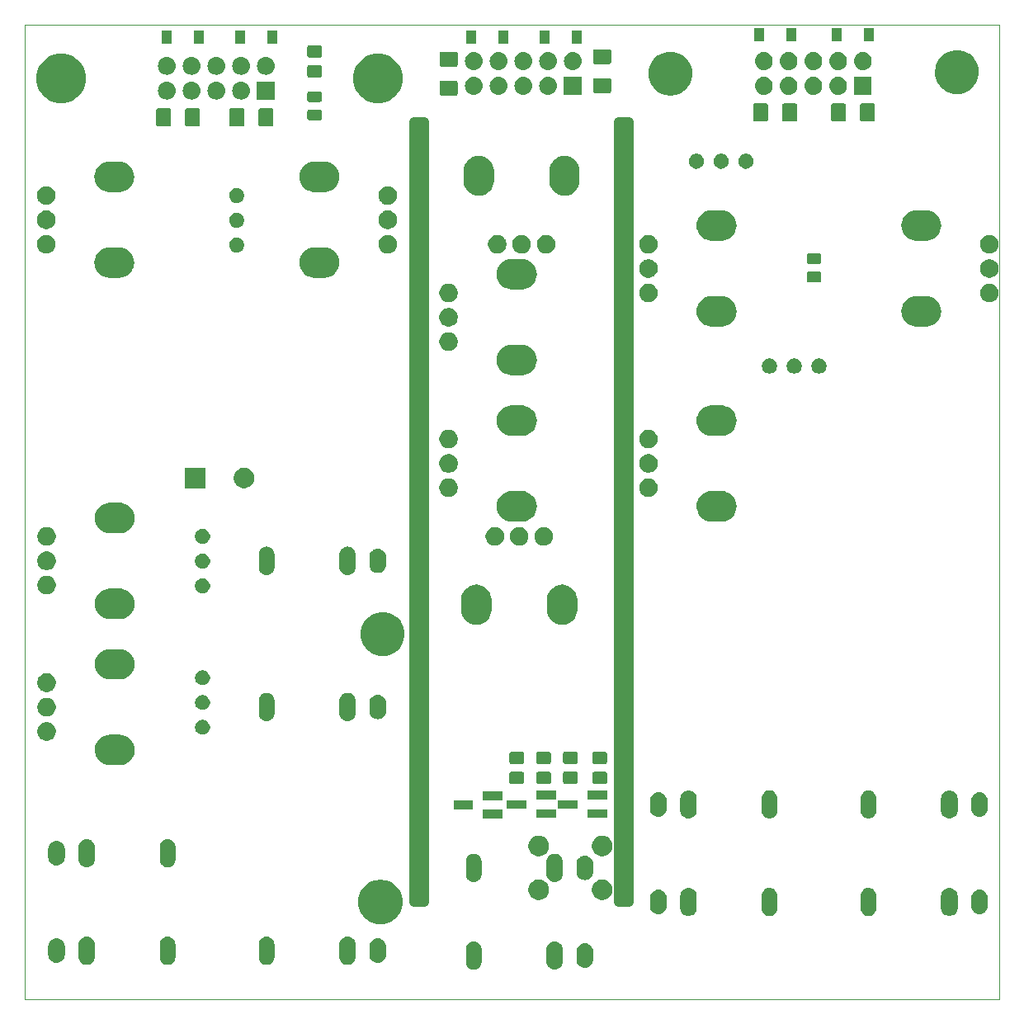
<source format=gbr>
%TF.GenerationSoftware,KiCad,Pcbnew,(5.1.0)-1*%
%TF.CreationDate,2019-10-07T23:17:39+02:00*%
%TF.ProjectId,KicadJE_MoogVCF_1,4b696361-644a-4455-9f4d-6f6f67564346,rev?*%
%TF.SameCoordinates,Original*%
%TF.FileFunction,Soldermask,Top*%
%TF.FilePolarity,Negative*%
%FSLAX46Y46*%
G04 Gerber Fmt 4.6, Leading zero omitted, Abs format (unit mm)*
G04 Created by KiCad (PCBNEW (5.1.0)-1) date 2019-10-07 23:17:39*
%MOMM*%
%LPD*%
G04 APERTURE LIST*
%ADD10C,1.000000*%
%ADD11C,0.050000*%
%ADD12C,0.150000*%
G04 APERTURE END LIST*
D10*
X111000000Y-60000000D02*
X111000000Y-140000000D01*
X112000000Y-60000000D02*
X112000000Y-140000000D01*
X111000000Y-140000000D02*
X112000000Y-140000000D01*
X111000000Y-60000000D02*
X112000000Y-60000000D01*
X90000000Y-60000000D02*
X91000000Y-60000000D01*
X90000000Y-140000000D02*
X91000000Y-140000000D01*
X91000000Y-60000000D02*
X91000000Y-140000000D01*
X90000000Y-60000000D02*
X90000000Y-140000000D01*
D11*
X50000000Y-150000000D02*
X50000000Y-50000000D01*
X150000000Y-150000000D02*
X50000000Y-150000000D01*
X150000000Y-50000000D02*
X150000000Y-150000000D01*
X50000000Y-50000000D02*
X150000000Y-50000000D01*
D12*
G36*
X104546822Y-144061313D02*
G01*
X104707241Y-144109976D01*
X104855077Y-144188995D01*
X104967024Y-144280868D01*
X104984659Y-144295341D01*
X105091004Y-144424922D01*
X105091005Y-144424924D01*
X105170024Y-144572758D01*
X105218687Y-144733177D01*
X105231000Y-144858196D01*
X105231000Y-146141804D01*
X105218687Y-146266823D01*
X105170024Y-146427242D01*
X105099114Y-146559906D01*
X105091004Y-146575078D01*
X104984659Y-146704659D01*
X104855078Y-146811004D01*
X104855076Y-146811005D01*
X104707242Y-146890024D01*
X104546823Y-146938687D01*
X104380000Y-146955117D01*
X104213178Y-146938687D01*
X104052759Y-146890024D01*
X103904925Y-146811005D01*
X103904923Y-146811004D01*
X103775342Y-146704659D01*
X103668997Y-146575078D01*
X103660887Y-146559906D01*
X103589977Y-146427242D01*
X103541314Y-146266823D01*
X103529001Y-146141804D01*
X103529000Y-144858197D01*
X103541313Y-144733178D01*
X103589976Y-144572759D01*
X103668995Y-144424923D01*
X103775341Y-144295341D01*
X103792978Y-144280867D01*
X103904922Y-144188996D01*
X103920310Y-144180771D01*
X104052758Y-144109976D01*
X104213177Y-144061313D01*
X104380000Y-144044883D01*
X104546822Y-144061313D01*
X104546822Y-144061313D01*
G37*
G36*
X96237022Y-144060590D02*
G01*
X96337681Y-144091125D01*
X96388012Y-144106392D01*
X96527164Y-144180771D01*
X96649133Y-144280867D01*
X96712598Y-144358200D01*
X96749229Y-144402835D01*
X96823608Y-144541987D01*
X96828525Y-144558196D01*
X96869410Y-144692977D01*
X96881000Y-144810655D01*
X96881000Y-146189345D01*
X96869410Y-146307023D01*
X96865707Y-146319229D01*
X96823608Y-146458013D01*
X96749229Y-146597165D01*
X96649133Y-146719133D01*
X96527165Y-146819229D01*
X96388013Y-146893608D01*
X96337682Y-146908875D01*
X96237023Y-146939410D01*
X96080000Y-146954875D01*
X95922978Y-146939410D01*
X95822319Y-146908875D01*
X95771988Y-146893608D01*
X95632836Y-146819229D01*
X95510868Y-146719133D01*
X95410772Y-146597165D01*
X95336393Y-146458013D01*
X95294294Y-146319229D01*
X95290591Y-146307023D01*
X95279001Y-146189345D01*
X95279000Y-144810656D01*
X95290590Y-144692978D01*
X95331475Y-144558197D01*
X95336392Y-144541988D01*
X95410771Y-144402836D01*
X95422130Y-144388995D01*
X95510867Y-144280867D01*
X95632835Y-144180771D01*
X95771987Y-144106392D01*
X95822318Y-144091125D01*
X95922977Y-144060590D01*
X96080000Y-144045125D01*
X96237022Y-144060590D01*
X96237022Y-144060590D01*
G37*
G36*
X107646822Y-144261313D02*
G01*
X107807241Y-144309976D01*
X107955077Y-144388995D01*
X108084659Y-144495341D01*
X108191004Y-144624922D01*
X108191005Y-144624924D01*
X108270024Y-144772758D01*
X108318687Y-144933177D01*
X108331000Y-145058196D01*
X108331000Y-145941803D01*
X108318687Y-146066822D01*
X108305284Y-146111005D01*
X108276875Y-146204659D01*
X108270024Y-146227242D01*
X108220856Y-146319229D01*
X108191004Y-146375078D01*
X108084659Y-146504659D01*
X107955078Y-146611004D01*
X107955076Y-146611005D01*
X107807242Y-146690024D01*
X107646823Y-146738687D01*
X107480000Y-146755117D01*
X107313178Y-146738687D01*
X107152759Y-146690024D01*
X107004925Y-146611005D01*
X107004923Y-146611004D01*
X106875342Y-146504659D01*
X106768997Y-146375078D01*
X106739145Y-146319229D01*
X106689977Y-146227242D01*
X106641314Y-146066823D01*
X106629000Y-145941803D01*
X106629000Y-145058197D01*
X106641313Y-144933178D01*
X106689976Y-144772759D01*
X106768995Y-144624923D01*
X106875341Y-144495341D01*
X107004922Y-144388996D01*
X107020094Y-144380886D01*
X107152758Y-144309976D01*
X107313177Y-144261313D01*
X107480000Y-144244883D01*
X107646822Y-144261313D01*
X107646822Y-144261313D01*
G37*
G36*
X56536823Y-143561313D02*
G01*
X56697242Y-143609976D01*
X56829690Y-143680771D01*
X56845078Y-143688996D01*
X56974659Y-143795341D01*
X57081004Y-143924922D01*
X57081005Y-143924924D01*
X57160024Y-144072758D01*
X57208687Y-144233177D01*
X57221000Y-144358196D01*
X57221000Y-145641804D01*
X57208687Y-145766823D01*
X57160024Y-145927242D01*
X57089114Y-146059906D01*
X57081004Y-146075078D01*
X57051520Y-146111004D01*
X56974659Y-146204659D01*
X56845077Y-146311005D01*
X56697241Y-146390024D01*
X56536822Y-146438687D01*
X56370000Y-146455117D01*
X56203177Y-146438687D01*
X56042758Y-146390024D01*
X55894924Y-146311005D01*
X55894922Y-146311004D01*
X55765341Y-146204659D01*
X55688480Y-146111004D01*
X55658995Y-146075077D01*
X55579976Y-145927241D01*
X55531313Y-145766822D01*
X55519000Y-145641803D01*
X55519001Y-144358196D01*
X55531314Y-144233177D01*
X55579977Y-144072758D01*
X55658996Y-143924924D01*
X55658997Y-143924922D01*
X55765342Y-143795341D01*
X55894923Y-143688996D01*
X55910311Y-143680771D01*
X56042759Y-143609976D01*
X56203178Y-143561313D01*
X56370000Y-143544883D01*
X56536823Y-143561313D01*
X56536823Y-143561313D01*
G37*
G36*
X83296822Y-143561313D02*
G01*
X83457241Y-143609976D01*
X83605077Y-143688995D01*
X83717024Y-143780868D01*
X83734659Y-143795341D01*
X83841004Y-143924922D01*
X83841005Y-143924924D01*
X83920024Y-144072758D01*
X83968687Y-144233177D01*
X83981000Y-144358196D01*
X83981000Y-145641804D01*
X83968687Y-145766823D01*
X83920024Y-145927242D01*
X83849114Y-146059906D01*
X83841004Y-146075078D01*
X83734659Y-146204659D01*
X83605078Y-146311004D01*
X83605076Y-146311005D01*
X83457242Y-146390024D01*
X83296823Y-146438687D01*
X83130000Y-146455117D01*
X82963178Y-146438687D01*
X82802759Y-146390024D01*
X82654925Y-146311005D01*
X82654923Y-146311004D01*
X82525342Y-146204659D01*
X82418997Y-146075078D01*
X82410887Y-146059906D01*
X82339977Y-145927242D01*
X82291314Y-145766823D01*
X82279001Y-145641804D01*
X82279000Y-144358197D01*
X82291313Y-144233178D01*
X82339976Y-144072759D01*
X82418995Y-143924923D01*
X82525341Y-143795341D01*
X82586824Y-143744883D01*
X82654922Y-143688996D01*
X82670310Y-143680771D01*
X82802758Y-143609976D01*
X82963177Y-143561313D01*
X83130000Y-143544883D01*
X83296822Y-143561313D01*
X83296822Y-143561313D01*
G37*
G36*
X64827023Y-143560590D02*
G01*
X64927682Y-143591125D01*
X64978013Y-143606392D01*
X65117165Y-143680771D01*
X65239133Y-143780867D01*
X65339229Y-143902835D01*
X65413608Y-144041987D01*
X65422942Y-144072758D01*
X65459410Y-144192977D01*
X65471000Y-144310655D01*
X65471000Y-145689345D01*
X65459410Y-145807023D01*
X65438766Y-145875076D01*
X65413608Y-145958013D01*
X65388675Y-146004659D01*
X65339229Y-146097165D01*
X65239133Y-146219133D01*
X65181019Y-146266825D01*
X65117164Y-146319229D01*
X64978012Y-146393608D01*
X64927681Y-146408875D01*
X64827022Y-146439410D01*
X64670000Y-146454875D01*
X64512977Y-146439410D01*
X64412318Y-146408875D01*
X64361987Y-146393608D01*
X64222835Y-146319229D01*
X64207962Y-146307023D01*
X64100867Y-146219133D01*
X64000771Y-146097164D01*
X63926393Y-145958013D01*
X63926392Y-145958012D01*
X63901234Y-145875076D01*
X63880590Y-145807022D01*
X63869000Y-145689344D01*
X63869001Y-144310655D01*
X63880591Y-144192977D01*
X63917059Y-144072758D01*
X63926393Y-144041987D01*
X64000772Y-143902835D01*
X64100868Y-143780867D01*
X64222836Y-143680771D01*
X64361988Y-143606392D01*
X64412319Y-143591125D01*
X64512978Y-143560590D01*
X64670000Y-143545125D01*
X64827023Y-143560590D01*
X64827023Y-143560590D01*
G37*
G36*
X74987022Y-143560590D02*
G01*
X75087681Y-143591125D01*
X75138012Y-143606392D01*
X75277164Y-143680771D01*
X75399133Y-143780867D01*
X75487871Y-143888995D01*
X75499229Y-143902835D01*
X75573608Y-144041987D01*
X75582942Y-144072758D01*
X75619410Y-144192977D01*
X75631000Y-144310655D01*
X75631000Y-145689345D01*
X75619410Y-145807023D01*
X75598766Y-145875076D01*
X75573608Y-145958013D01*
X75499229Y-146097165D01*
X75399133Y-146219133D01*
X75277165Y-146319229D01*
X75138013Y-146393608D01*
X75087682Y-146408875D01*
X74987023Y-146439410D01*
X74830000Y-146454875D01*
X74672978Y-146439410D01*
X74572319Y-146408875D01*
X74521988Y-146393608D01*
X74382836Y-146319229D01*
X74260868Y-146219133D01*
X74160772Y-146097165D01*
X74086393Y-145958013D01*
X74061235Y-145875076D01*
X74040591Y-145807023D01*
X74029001Y-145689345D01*
X74029000Y-144310656D01*
X74040590Y-144192978D01*
X74080749Y-144060590D01*
X74086392Y-144041988D01*
X74160771Y-143902836D01*
X74172130Y-143888995D01*
X74260867Y-143780867D01*
X74382835Y-143680771D01*
X74521987Y-143606392D01*
X74572318Y-143591125D01*
X74672977Y-143560590D01*
X74830000Y-143545125D01*
X74987022Y-143560590D01*
X74987022Y-143560590D01*
G37*
G36*
X53436823Y-143761313D02*
G01*
X53597242Y-143809976D01*
X53729906Y-143880886D01*
X53745078Y-143888996D01*
X53874659Y-143995341D01*
X53981004Y-144124922D01*
X53981005Y-144124924D01*
X54060024Y-144272758D01*
X54060024Y-144272759D01*
X54060025Y-144272761D01*
X54071314Y-144309975D01*
X54108687Y-144433178D01*
X54121000Y-144558197D01*
X54121000Y-145441804D01*
X54108687Y-145566823D01*
X54060024Y-145727242D01*
X54017380Y-145807023D01*
X53981004Y-145875078D01*
X53874659Y-146004659D01*
X53745077Y-146111005D01*
X53597241Y-146190024D01*
X53436822Y-146238687D01*
X53270000Y-146255117D01*
X53103177Y-146238687D01*
X52942758Y-146190024D01*
X52794924Y-146111005D01*
X52794922Y-146111004D01*
X52665341Y-146004659D01*
X52558995Y-145875077D01*
X52479976Y-145727241D01*
X52431313Y-145566822D01*
X52419000Y-145441803D01*
X52419000Y-144558197D01*
X52431314Y-144433177D01*
X52479977Y-144272758D01*
X52558996Y-144124924D01*
X52558997Y-144124922D01*
X52665342Y-143995341D01*
X52794923Y-143888996D01*
X52810095Y-143880886D01*
X52942759Y-143809976D01*
X53103178Y-143761313D01*
X53270000Y-143744883D01*
X53436823Y-143761313D01*
X53436823Y-143761313D01*
G37*
G36*
X86396822Y-143761313D02*
G01*
X86557241Y-143809976D01*
X86705077Y-143888995D01*
X86834659Y-143995341D01*
X86941004Y-144124922D01*
X86941005Y-144124924D01*
X87020024Y-144272758D01*
X87068687Y-144433177D01*
X87081000Y-144558196D01*
X87081000Y-145441803D01*
X87068687Y-145566822D01*
X87020024Y-145727242D01*
X86977380Y-145807023D01*
X86941004Y-145875078D01*
X86834659Y-146004659D01*
X86705078Y-146111004D01*
X86705076Y-146111005D01*
X86557242Y-146190024D01*
X86396823Y-146238687D01*
X86230000Y-146255117D01*
X86063178Y-146238687D01*
X85902759Y-146190024D01*
X85754925Y-146111005D01*
X85754923Y-146111004D01*
X85625342Y-146004659D01*
X85518997Y-145875078D01*
X85482621Y-145807023D01*
X85439977Y-145727242D01*
X85391314Y-145566823D01*
X85379000Y-145441803D01*
X85379000Y-144558197D01*
X85391313Y-144433178D01*
X85439976Y-144272759D01*
X85518995Y-144124923D01*
X85625341Y-143995341D01*
X85711144Y-143924924D01*
X85754922Y-143888996D01*
X85770094Y-143880886D01*
X85902758Y-143809976D01*
X86063177Y-143761313D01*
X86230000Y-143744883D01*
X86396822Y-143761313D01*
X86396822Y-143761313D01*
G37*
G36*
X86752457Y-137755117D02*
G01*
X87156593Y-137835504D01*
X87566249Y-138005189D01*
X87934929Y-138251534D01*
X88248466Y-138565071D01*
X88494811Y-138933751D01*
X88664496Y-139343407D01*
X88751000Y-139778296D01*
X88751000Y-140221704D01*
X88664496Y-140656593D01*
X88494811Y-141066249D01*
X88248466Y-141434929D01*
X87934929Y-141748466D01*
X87566249Y-141994811D01*
X87156593Y-142164496D01*
X86775880Y-142240224D01*
X86721705Y-142251000D01*
X86278295Y-142251000D01*
X86224120Y-142240224D01*
X85843407Y-142164496D01*
X85433751Y-141994811D01*
X85065071Y-141748466D01*
X84751534Y-141434929D01*
X84505189Y-141066249D01*
X84335504Y-140656593D01*
X84249000Y-140221704D01*
X84249000Y-139778296D01*
X84335504Y-139343407D01*
X84505189Y-138933751D01*
X84751534Y-138565071D01*
X85065071Y-138251534D01*
X85433751Y-138005189D01*
X85843407Y-137835504D01*
X86247543Y-137755117D01*
X86278295Y-137749000D01*
X86721705Y-137749000D01*
X86752457Y-137755117D01*
X86752457Y-137755117D01*
G37*
G36*
X118286823Y-138561313D02*
G01*
X118447242Y-138609976D01*
X118515547Y-138646486D01*
X118595078Y-138688996D01*
X118724659Y-138795341D01*
X118831004Y-138924922D01*
X118831005Y-138924924D01*
X118910024Y-139072758D01*
X118958687Y-139233177D01*
X118971000Y-139358196D01*
X118971000Y-140641804D01*
X118958687Y-140766823D01*
X118910024Y-140927242D01*
X118844537Y-141049759D01*
X118831004Y-141075078D01*
X118801520Y-141111004D01*
X118724659Y-141204659D01*
X118595077Y-141311005D01*
X118447241Y-141390024D01*
X118286822Y-141438687D01*
X118120000Y-141455117D01*
X117953177Y-141438687D01*
X117792758Y-141390024D01*
X117644924Y-141311005D01*
X117644922Y-141311004D01*
X117515341Y-141204659D01*
X117503330Y-141190024D01*
X117408995Y-141075077D01*
X117329976Y-140927241D01*
X117281313Y-140766822D01*
X117269000Y-140641803D01*
X117269001Y-139358196D01*
X117281314Y-139233177D01*
X117329977Y-139072758D01*
X117408996Y-138924924D01*
X117408997Y-138924922D01*
X117515342Y-138795341D01*
X117644923Y-138688996D01*
X117724454Y-138646486D01*
X117792759Y-138609976D01*
X117953178Y-138561313D01*
X118120000Y-138544883D01*
X118286823Y-138561313D01*
X118286823Y-138561313D01*
G37*
G36*
X145046822Y-138561313D02*
G01*
X145207241Y-138609976D01*
X145355077Y-138688995D01*
X145467024Y-138780868D01*
X145484659Y-138795341D01*
X145591004Y-138924922D01*
X145591005Y-138924924D01*
X145670024Y-139072758D01*
X145718687Y-139233177D01*
X145731000Y-139358196D01*
X145731000Y-140641804D01*
X145718687Y-140766823D01*
X145670024Y-140927242D01*
X145604537Y-141049759D01*
X145591004Y-141075078D01*
X145484659Y-141204659D01*
X145355078Y-141311004D01*
X145355076Y-141311005D01*
X145207242Y-141390024D01*
X145046823Y-141438687D01*
X144880000Y-141455117D01*
X144713178Y-141438687D01*
X144552759Y-141390024D01*
X144404925Y-141311005D01*
X144404923Y-141311004D01*
X144275342Y-141204659D01*
X144168997Y-141075078D01*
X144155464Y-141049759D01*
X144089977Y-140927242D01*
X144041314Y-140766823D01*
X144029001Y-140641804D01*
X144029000Y-139358197D01*
X144041313Y-139233178D01*
X144089976Y-139072759D01*
X144168995Y-138924923D01*
X144275341Y-138795341D01*
X144316804Y-138761313D01*
X144404922Y-138688996D01*
X144484453Y-138646486D01*
X144552758Y-138609976D01*
X144713177Y-138561313D01*
X144880000Y-138544883D01*
X145046822Y-138561313D01*
X145046822Y-138561313D01*
G37*
G36*
X136737022Y-138560590D02*
G01*
X136837681Y-138591125D01*
X136888012Y-138606392D01*
X136991068Y-138661477D01*
X137027164Y-138680771D01*
X137149133Y-138780867D01*
X137237871Y-138888995D01*
X137249229Y-138902835D01*
X137323608Y-139041987D01*
X137328030Y-139056564D01*
X137369410Y-139192977D01*
X137381000Y-139310655D01*
X137381000Y-140689345D01*
X137369410Y-140807023D01*
X137348766Y-140875076D01*
X137323608Y-140958013D01*
X137249229Y-141097165D01*
X137149133Y-141219133D01*
X137027165Y-141319229D01*
X136888013Y-141393608D01*
X136837682Y-141408875D01*
X136737023Y-141439410D01*
X136580000Y-141454875D01*
X136422978Y-141439410D01*
X136322319Y-141408875D01*
X136271988Y-141393608D01*
X136132836Y-141319229D01*
X136010868Y-141219133D01*
X135910772Y-141097165D01*
X135836393Y-140958013D01*
X135811235Y-140875076D01*
X135790591Y-140807023D01*
X135779001Y-140689345D01*
X135779000Y-139310656D01*
X135790590Y-139192978D01*
X135836392Y-139041989D01*
X135836392Y-139041988D01*
X135910771Y-138902836D01*
X135935446Y-138872769D01*
X136010867Y-138780867D01*
X136132835Y-138680771D01*
X136168931Y-138661477D01*
X136271987Y-138606392D01*
X136322318Y-138591125D01*
X136422977Y-138560590D01*
X136580000Y-138545125D01*
X136737022Y-138560590D01*
X136737022Y-138560590D01*
G37*
G36*
X126577023Y-138560590D02*
G01*
X126677682Y-138591125D01*
X126728013Y-138606392D01*
X126867165Y-138680771D01*
X126989133Y-138780867D01*
X127089229Y-138902835D01*
X127163608Y-139041987D01*
X127168030Y-139056564D01*
X127209410Y-139192977D01*
X127221000Y-139310655D01*
X127221000Y-140689345D01*
X127209410Y-140807023D01*
X127188766Y-140875076D01*
X127163608Y-140958013D01*
X127153576Y-140976781D01*
X127089229Y-141097165D01*
X126989133Y-141219133D01*
X126910465Y-141283693D01*
X126867164Y-141319229D01*
X126728012Y-141393608D01*
X126677681Y-141408875D01*
X126577022Y-141439410D01*
X126420000Y-141454875D01*
X126262977Y-141439410D01*
X126162318Y-141408875D01*
X126111987Y-141393608D01*
X125972835Y-141319229D01*
X125929534Y-141283693D01*
X125850867Y-141219133D01*
X125750771Y-141097164D01*
X125738965Y-141075076D01*
X125676392Y-140958012D01*
X125651234Y-140875076D01*
X125630590Y-140807022D01*
X125619000Y-140689344D01*
X125619001Y-139310655D01*
X125630591Y-139192977D01*
X125671971Y-139056564D01*
X125676393Y-139041987D01*
X125750772Y-138902835D01*
X125850868Y-138780867D01*
X125972836Y-138680771D01*
X126111988Y-138606392D01*
X126162319Y-138591125D01*
X126262978Y-138560590D01*
X126420000Y-138545125D01*
X126577023Y-138560590D01*
X126577023Y-138560590D01*
G37*
G36*
X115186823Y-138761313D02*
G01*
X115347242Y-138809976D01*
X115464719Y-138872769D01*
X115495078Y-138888996D01*
X115624659Y-138995341D01*
X115731004Y-139124922D01*
X115731005Y-139124924D01*
X115810024Y-139272758D01*
X115858687Y-139433178D01*
X115871000Y-139558197D01*
X115871000Y-140441804D01*
X115858687Y-140566823D01*
X115810024Y-140727242D01*
X115767380Y-140807023D01*
X115731004Y-140875078D01*
X115647538Y-140976781D01*
X115624659Y-141004659D01*
X115495077Y-141111005D01*
X115347241Y-141190024D01*
X115186822Y-141238687D01*
X115020000Y-141255117D01*
X114853177Y-141238687D01*
X114692758Y-141190024D01*
X114544924Y-141111005D01*
X114544922Y-141111004D01*
X114415341Y-141004659D01*
X114392462Y-140976781D01*
X114308995Y-140875077D01*
X114229976Y-140727241D01*
X114181313Y-140566822D01*
X114169000Y-140441803D01*
X114169000Y-139558197D01*
X114181314Y-139433177D01*
X114229977Y-139272758D01*
X114308996Y-139124924D01*
X114308997Y-139124922D01*
X114415342Y-138995341D01*
X114544923Y-138888996D01*
X114575282Y-138872769D01*
X114692759Y-138809976D01*
X114853178Y-138761313D01*
X115020000Y-138744883D01*
X115186823Y-138761313D01*
X115186823Y-138761313D01*
G37*
G36*
X148146822Y-138761313D02*
G01*
X148307241Y-138809976D01*
X148455077Y-138888995D01*
X148584659Y-138995341D01*
X148691004Y-139124922D01*
X148691005Y-139124924D01*
X148770024Y-139272758D01*
X148818687Y-139433177D01*
X148831000Y-139558196D01*
X148831000Y-140441803D01*
X148818687Y-140566822D01*
X148770024Y-140727242D01*
X148727380Y-140807023D01*
X148691004Y-140875078D01*
X148584659Y-141004659D01*
X148455078Y-141111004D01*
X148455076Y-141111005D01*
X148307242Y-141190024D01*
X148146823Y-141238687D01*
X147980000Y-141255117D01*
X147813178Y-141238687D01*
X147652759Y-141190024D01*
X147504925Y-141111005D01*
X147504923Y-141111004D01*
X147375342Y-141004659D01*
X147268997Y-140875078D01*
X147232621Y-140807023D01*
X147189977Y-140727242D01*
X147141314Y-140566823D01*
X147129000Y-140441803D01*
X147129000Y-139558197D01*
X147141313Y-139433178D01*
X147189976Y-139272759D01*
X147268995Y-139124923D01*
X147375341Y-138995341D01*
X147504922Y-138888996D01*
X147535281Y-138872769D01*
X147652758Y-138809976D01*
X147813177Y-138761313D01*
X147980000Y-138744883D01*
X148146822Y-138761313D01*
X148146822Y-138761313D01*
G37*
G36*
X103056564Y-137739389D02*
G01*
X103247833Y-137818615D01*
X103247835Y-137818616D01*
X103354706Y-137890025D01*
X103419973Y-137933635D01*
X103566365Y-138080027D01*
X103681385Y-138252167D01*
X103760611Y-138443436D01*
X103801000Y-138646484D01*
X103801000Y-138853516D01*
X103760611Y-139056564D01*
X103687455Y-139233178D01*
X103681384Y-139247835D01*
X103566365Y-139419973D01*
X103419973Y-139566365D01*
X103247835Y-139681384D01*
X103247834Y-139681385D01*
X103247833Y-139681385D01*
X103056564Y-139760611D01*
X102853516Y-139801000D01*
X102646484Y-139801000D01*
X102443436Y-139760611D01*
X102252167Y-139681385D01*
X102252166Y-139681385D01*
X102252165Y-139681384D01*
X102080027Y-139566365D01*
X101933635Y-139419973D01*
X101818616Y-139247835D01*
X101812545Y-139233178D01*
X101739389Y-139056564D01*
X101699000Y-138853516D01*
X101699000Y-138646484D01*
X101739389Y-138443436D01*
X101818615Y-138252167D01*
X101933635Y-138080027D01*
X102080027Y-137933635D01*
X102145294Y-137890025D01*
X102252165Y-137818616D01*
X102252167Y-137818615D01*
X102443436Y-137739389D01*
X102646484Y-137699000D01*
X102853516Y-137699000D01*
X103056564Y-137739389D01*
X103056564Y-137739389D01*
G37*
G36*
X109556564Y-137739389D02*
G01*
X109747833Y-137818615D01*
X109747835Y-137818616D01*
X109854706Y-137890025D01*
X109919973Y-137933635D01*
X110066365Y-138080027D01*
X110181385Y-138252167D01*
X110260611Y-138443436D01*
X110301000Y-138646484D01*
X110301000Y-138853516D01*
X110260611Y-139056564D01*
X110187455Y-139233178D01*
X110181384Y-139247835D01*
X110066365Y-139419973D01*
X109919973Y-139566365D01*
X109747835Y-139681384D01*
X109747834Y-139681385D01*
X109747833Y-139681385D01*
X109556564Y-139760611D01*
X109353516Y-139801000D01*
X109146484Y-139801000D01*
X108943436Y-139760611D01*
X108752167Y-139681385D01*
X108752166Y-139681385D01*
X108752165Y-139681384D01*
X108580027Y-139566365D01*
X108433635Y-139419973D01*
X108318616Y-139247835D01*
X108312545Y-139233178D01*
X108239389Y-139056564D01*
X108199000Y-138853516D01*
X108199000Y-138646484D01*
X108239389Y-138443436D01*
X108318615Y-138252167D01*
X108433635Y-138080027D01*
X108580027Y-137933635D01*
X108645294Y-137890025D01*
X108752165Y-137818616D01*
X108752167Y-137818615D01*
X108943436Y-137739389D01*
X109146484Y-137699000D01*
X109353516Y-137699000D01*
X109556564Y-137739389D01*
X109556564Y-137739389D01*
G37*
G36*
X104546822Y-135061313D02*
G01*
X104707241Y-135109976D01*
X104855077Y-135188995D01*
X104967024Y-135280868D01*
X104984659Y-135295341D01*
X105091004Y-135424922D01*
X105091005Y-135424924D01*
X105170024Y-135572758D01*
X105218687Y-135733177D01*
X105231000Y-135858196D01*
X105231000Y-137141804D01*
X105218687Y-137266823D01*
X105170024Y-137427242D01*
X105099114Y-137559906D01*
X105091004Y-137575078D01*
X104984659Y-137704659D01*
X104855078Y-137811004D01*
X104855076Y-137811005D01*
X104707242Y-137890024D01*
X104546823Y-137938687D01*
X104380000Y-137955117D01*
X104213178Y-137938687D01*
X104052759Y-137890024D01*
X103904925Y-137811005D01*
X103904923Y-137811004D01*
X103775342Y-137704659D01*
X103668997Y-137575078D01*
X103660887Y-137559906D01*
X103589977Y-137427242D01*
X103541314Y-137266823D01*
X103529001Y-137141804D01*
X103529000Y-135858197D01*
X103541313Y-135733178D01*
X103589976Y-135572759D01*
X103668995Y-135424923D01*
X103775341Y-135295341D01*
X103816804Y-135261313D01*
X103904922Y-135188996D01*
X103920310Y-135180771D01*
X104052758Y-135109976D01*
X104213177Y-135061313D01*
X104380000Y-135044883D01*
X104546822Y-135061313D01*
X104546822Y-135061313D01*
G37*
G36*
X96237022Y-135060590D02*
G01*
X96337681Y-135091125D01*
X96388012Y-135106392D01*
X96527164Y-135180771D01*
X96649133Y-135280867D01*
X96737871Y-135388995D01*
X96749229Y-135402835D01*
X96823608Y-135541987D01*
X96831141Y-135566822D01*
X96869410Y-135692977D01*
X96881000Y-135810655D01*
X96881000Y-137189345D01*
X96869410Y-137307023D01*
X96848766Y-137375076D01*
X96823608Y-137458013D01*
X96749229Y-137597165D01*
X96649133Y-137719133D01*
X96527165Y-137819229D01*
X96388013Y-137893608D01*
X96337682Y-137908875D01*
X96237023Y-137939410D01*
X96080000Y-137954875D01*
X95922978Y-137939410D01*
X95822319Y-137908875D01*
X95771988Y-137893608D01*
X95632836Y-137819229D01*
X95510868Y-137719133D01*
X95410772Y-137597165D01*
X95336393Y-137458013D01*
X95311235Y-137375076D01*
X95290591Y-137307023D01*
X95279001Y-137189345D01*
X95279000Y-135810656D01*
X95290590Y-135692978D01*
X95336392Y-135541989D01*
X95336392Y-135541988D01*
X95410771Y-135402836D01*
X95422130Y-135388995D01*
X95510867Y-135280867D01*
X95632835Y-135180771D01*
X95771987Y-135106392D01*
X95822318Y-135091125D01*
X95922977Y-135060590D01*
X96080000Y-135045125D01*
X96237022Y-135060590D01*
X96237022Y-135060590D01*
G37*
G36*
X107646822Y-135261313D02*
G01*
X107807241Y-135309976D01*
X107955077Y-135388995D01*
X108019423Y-135441803D01*
X108084659Y-135495341D01*
X108191004Y-135624922D01*
X108191005Y-135624924D01*
X108270024Y-135772758D01*
X108318687Y-135933177D01*
X108331000Y-136058196D01*
X108331000Y-136941803D01*
X108318687Y-137066822D01*
X108270024Y-137227242D01*
X108248867Y-137266823D01*
X108191004Y-137375078D01*
X108084659Y-137504659D01*
X107955078Y-137611004D01*
X107955076Y-137611005D01*
X107807242Y-137690024D01*
X107646823Y-137738687D01*
X107480000Y-137755117D01*
X107313178Y-137738687D01*
X107152759Y-137690024D01*
X107004925Y-137611005D01*
X107004923Y-137611004D01*
X106875342Y-137504659D01*
X106768997Y-137375078D01*
X106711134Y-137266823D01*
X106689977Y-137227242D01*
X106641314Y-137066823D01*
X106629000Y-136941803D01*
X106629000Y-136058197D01*
X106641313Y-135933178D01*
X106689976Y-135772759D01*
X106768995Y-135624923D01*
X106875341Y-135495341D01*
X106961144Y-135424924D01*
X107004922Y-135388996D01*
X107020094Y-135380886D01*
X107152758Y-135309976D01*
X107313177Y-135261313D01*
X107480000Y-135244883D01*
X107646822Y-135261313D01*
X107646822Y-135261313D01*
G37*
G36*
X56536823Y-133561313D02*
G01*
X56697242Y-133609976D01*
X56829690Y-133680771D01*
X56845078Y-133688996D01*
X56974659Y-133795341D01*
X57081004Y-133924922D01*
X57081005Y-133924924D01*
X57160024Y-134072758D01*
X57208687Y-134233177D01*
X57221000Y-134358196D01*
X57221000Y-135641804D01*
X57208687Y-135766823D01*
X57160024Y-135927242D01*
X57090028Y-136058196D01*
X57081004Y-136075078D01*
X57051520Y-136111004D01*
X56974659Y-136204659D01*
X56845077Y-136311005D01*
X56697241Y-136390024D01*
X56536822Y-136438687D01*
X56370000Y-136455117D01*
X56203177Y-136438687D01*
X56042758Y-136390024D01*
X55894924Y-136311005D01*
X55894922Y-136311004D01*
X55765341Y-136204659D01*
X55688480Y-136111004D01*
X55658995Y-136075077D01*
X55579976Y-135927241D01*
X55531313Y-135766822D01*
X55519000Y-135641803D01*
X55519001Y-134358196D01*
X55531314Y-134233177D01*
X55579977Y-134072758D01*
X55658996Y-133924924D01*
X55658997Y-133924922D01*
X55765342Y-133795341D01*
X55894923Y-133688996D01*
X55910311Y-133680771D01*
X56042759Y-133609976D01*
X56203178Y-133561313D01*
X56370000Y-133544883D01*
X56536823Y-133561313D01*
X56536823Y-133561313D01*
G37*
G36*
X64827023Y-133560590D02*
G01*
X64927682Y-133591125D01*
X64978013Y-133606392D01*
X65117165Y-133680771D01*
X65239133Y-133780867D01*
X65339229Y-133902835D01*
X65413608Y-134041987D01*
X65413608Y-134041988D01*
X65459410Y-134192977D01*
X65471000Y-134310655D01*
X65471000Y-135689345D01*
X65459410Y-135807023D01*
X65443885Y-135858201D01*
X65413608Y-135958013D01*
X65360058Y-136058197D01*
X65339229Y-136097165D01*
X65239133Y-136219133D01*
X65127186Y-136311004D01*
X65117164Y-136319229D01*
X64978012Y-136393608D01*
X64927681Y-136408875D01*
X64827022Y-136439410D01*
X64670000Y-136454875D01*
X64512977Y-136439410D01*
X64412318Y-136408875D01*
X64361987Y-136393608D01*
X64222835Y-136319229D01*
X64212813Y-136311004D01*
X64100867Y-136219133D01*
X64000771Y-136097164D01*
X63926393Y-135958013D01*
X63926392Y-135958012D01*
X63896114Y-135858197D01*
X63880590Y-135807022D01*
X63869000Y-135689344D01*
X63869001Y-134310655D01*
X63880591Y-134192977D01*
X63926393Y-134041988D01*
X63926393Y-134041987D01*
X64000772Y-133902835D01*
X64100868Y-133780867D01*
X64222836Y-133680771D01*
X64361988Y-133606392D01*
X64412319Y-133591125D01*
X64512978Y-133560590D01*
X64670000Y-133545125D01*
X64827023Y-133560590D01*
X64827023Y-133560590D01*
G37*
G36*
X53436823Y-133761313D02*
G01*
X53597242Y-133809976D01*
X53729906Y-133880886D01*
X53745078Y-133888996D01*
X53874659Y-133995341D01*
X53981004Y-134124922D01*
X53981005Y-134124924D01*
X54060024Y-134272758D01*
X54108687Y-134433178D01*
X54121000Y-134558197D01*
X54121000Y-135441804D01*
X54108687Y-135566823D01*
X54060024Y-135727242D01*
X54017380Y-135807023D01*
X53981004Y-135875078D01*
X53874659Y-136004659D01*
X53745077Y-136111005D01*
X53597241Y-136190024D01*
X53436822Y-136238687D01*
X53270000Y-136255117D01*
X53103177Y-136238687D01*
X52942758Y-136190024D01*
X52794924Y-136111005D01*
X52794922Y-136111004D01*
X52665341Y-136004659D01*
X52558995Y-135875077D01*
X52479976Y-135727241D01*
X52431313Y-135566822D01*
X52419000Y-135441803D01*
X52419000Y-134558197D01*
X52431314Y-134433177D01*
X52479977Y-134272758D01*
X52558996Y-134124924D01*
X52558997Y-134124922D01*
X52665342Y-133995341D01*
X52794923Y-133888996D01*
X52810095Y-133880886D01*
X52942759Y-133809976D01*
X53103178Y-133761313D01*
X53270000Y-133744883D01*
X53436823Y-133761313D01*
X53436823Y-133761313D01*
G37*
G36*
X109556564Y-133239389D02*
G01*
X109747833Y-133318615D01*
X109747835Y-133318616D01*
X109919973Y-133433635D01*
X110066365Y-133580027D01*
X110083982Y-133606392D01*
X110181385Y-133752167D01*
X110260611Y-133943436D01*
X110301000Y-134146484D01*
X110301000Y-134353516D01*
X110260611Y-134556564D01*
X110259933Y-134558200D01*
X110181384Y-134747835D01*
X110066365Y-134919973D01*
X109919973Y-135066365D01*
X109747835Y-135181384D01*
X109747834Y-135181385D01*
X109747833Y-135181385D01*
X109556564Y-135260611D01*
X109353516Y-135301000D01*
X109146484Y-135301000D01*
X108943436Y-135260611D01*
X108752167Y-135181385D01*
X108752166Y-135181385D01*
X108752165Y-135181384D01*
X108580027Y-135066365D01*
X108433635Y-134919973D01*
X108318616Y-134747835D01*
X108240067Y-134558200D01*
X108239389Y-134556564D01*
X108199000Y-134353516D01*
X108199000Y-134146484D01*
X108239389Y-133943436D01*
X108318615Y-133752167D01*
X108416019Y-133606392D01*
X108433635Y-133580027D01*
X108580027Y-133433635D01*
X108752165Y-133318616D01*
X108752167Y-133318615D01*
X108943436Y-133239389D01*
X109146484Y-133199000D01*
X109353516Y-133199000D01*
X109556564Y-133239389D01*
X109556564Y-133239389D01*
G37*
G36*
X103056564Y-133239389D02*
G01*
X103247833Y-133318615D01*
X103247835Y-133318616D01*
X103419973Y-133433635D01*
X103566365Y-133580027D01*
X103583982Y-133606392D01*
X103681385Y-133752167D01*
X103760611Y-133943436D01*
X103801000Y-134146484D01*
X103801000Y-134353516D01*
X103760611Y-134556564D01*
X103759933Y-134558200D01*
X103681384Y-134747835D01*
X103566365Y-134919973D01*
X103419973Y-135066365D01*
X103247835Y-135181384D01*
X103247834Y-135181385D01*
X103247833Y-135181385D01*
X103056564Y-135260611D01*
X102853516Y-135301000D01*
X102646484Y-135301000D01*
X102443436Y-135260611D01*
X102252167Y-135181385D01*
X102252166Y-135181385D01*
X102252165Y-135181384D01*
X102080027Y-135066365D01*
X101933635Y-134919973D01*
X101818616Y-134747835D01*
X101740067Y-134558200D01*
X101739389Y-134556564D01*
X101699000Y-134353516D01*
X101699000Y-134146484D01*
X101739389Y-133943436D01*
X101818615Y-133752167D01*
X101916019Y-133606392D01*
X101933635Y-133580027D01*
X102080027Y-133433635D01*
X102252165Y-133318616D01*
X102252167Y-133318615D01*
X102443436Y-133239389D01*
X102646484Y-133199000D01*
X102853516Y-133199000D01*
X103056564Y-133239389D01*
X103056564Y-133239389D01*
G37*
G36*
X118286823Y-128561313D02*
G01*
X118447242Y-128609976D01*
X118579690Y-128680771D01*
X118595078Y-128688996D01*
X118724659Y-128795341D01*
X118831004Y-128924922D01*
X118831005Y-128924924D01*
X118910024Y-129072758D01*
X118958687Y-129233177D01*
X118971000Y-129358196D01*
X118971000Y-130641804D01*
X118958687Y-130766823D01*
X118910024Y-130927242D01*
X118839114Y-131059906D01*
X118831004Y-131075078D01*
X118801520Y-131111004D01*
X118724659Y-131204659D01*
X118595077Y-131311005D01*
X118447241Y-131390024D01*
X118286822Y-131438687D01*
X118120000Y-131455117D01*
X117953177Y-131438687D01*
X117792758Y-131390024D01*
X117644924Y-131311005D01*
X117644922Y-131311004D01*
X117515341Y-131204659D01*
X117438480Y-131111004D01*
X117408995Y-131075077D01*
X117329976Y-130927241D01*
X117281313Y-130766822D01*
X117269000Y-130641803D01*
X117269001Y-129358196D01*
X117281314Y-129233177D01*
X117329977Y-129072758D01*
X117408996Y-128924924D01*
X117408997Y-128924922D01*
X117515342Y-128795341D01*
X117644923Y-128688996D01*
X117660311Y-128680771D01*
X117792759Y-128609976D01*
X117953178Y-128561313D01*
X118120000Y-128544883D01*
X118286823Y-128561313D01*
X118286823Y-128561313D01*
G37*
G36*
X145046822Y-128561313D02*
G01*
X145207241Y-128609976D01*
X145355077Y-128688995D01*
X145467024Y-128780868D01*
X145484659Y-128795341D01*
X145591004Y-128924922D01*
X145591005Y-128924924D01*
X145670024Y-129072758D01*
X145718687Y-129233177D01*
X145731000Y-129358196D01*
X145731000Y-130641804D01*
X145718687Y-130766823D01*
X145670024Y-130927242D01*
X145599114Y-131059906D01*
X145591004Y-131075078D01*
X145484659Y-131204659D01*
X145355078Y-131311004D01*
X145355076Y-131311005D01*
X145207242Y-131390024D01*
X145046823Y-131438687D01*
X144880000Y-131455117D01*
X144713178Y-131438687D01*
X144552759Y-131390024D01*
X144404925Y-131311005D01*
X144404923Y-131311004D01*
X144275342Y-131204659D01*
X144168997Y-131075078D01*
X144160887Y-131059906D01*
X144089977Y-130927242D01*
X144041314Y-130766823D01*
X144029001Y-130641804D01*
X144029000Y-129358197D01*
X144041313Y-129233178D01*
X144089976Y-129072759D01*
X144168995Y-128924923D01*
X144275341Y-128795341D01*
X144336824Y-128744883D01*
X144404922Y-128688996D01*
X144420310Y-128680771D01*
X144552758Y-128609976D01*
X144713177Y-128561313D01*
X144880000Y-128544883D01*
X145046822Y-128561313D01*
X145046822Y-128561313D01*
G37*
G36*
X136737022Y-128560590D02*
G01*
X136837681Y-128591125D01*
X136888012Y-128606392D01*
X136967725Y-128649000D01*
X137027164Y-128680771D01*
X137149133Y-128780867D01*
X137237871Y-128888995D01*
X137249229Y-128902835D01*
X137323608Y-129041987D01*
X137332942Y-129072758D01*
X137369410Y-129192977D01*
X137381000Y-129310655D01*
X137381000Y-130689345D01*
X137369410Y-130807023D01*
X137348766Y-130875076D01*
X137323608Y-130958013D01*
X137249229Y-131097165D01*
X137149133Y-131219133D01*
X137027165Y-131319229D01*
X136888013Y-131393608D01*
X136863644Y-131401000D01*
X136737023Y-131439410D01*
X136580000Y-131454875D01*
X136422978Y-131439410D01*
X136296357Y-131401000D01*
X136271988Y-131393608D01*
X136132836Y-131319229D01*
X136010868Y-131219133D01*
X135910772Y-131097165D01*
X135836393Y-130958013D01*
X135811235Y-130875076D01*
X135790591Y-130807023D01*
X135779001Y-130689345D01*
X135779000Y-129310656D01*
X135790590Y-129192978D01*
X135836392Y-129041989D01*
X135836392Y-129041988D01*
X135910771Y-128902836D01*
X135922130Y-128888995D01*
X136010867Y-128780867D01*
X136132835Y-128680771D01*
X136192274Y-128649000D01*
X136271987Y-128606392D01*
X136322318Y-128591125D01*
X136422977Y-128560590D01*
X136580000Y-128545125D01*
X136737022Y-128560590D01*
X136737022Y-128560590D01*
G37*
G36*
X126577023Y-128560590D02*
G01*
X126677682Y-128591125D01*
X126728013Y-128606392D01*
X126867165Y-128680771D01*
X126989133Y-128780867D01*
X127089229Y-128902835D01*
X127163608Y-129041987D01*
X127172942Y-129072758D01*
X127209410Y-129192977D01*
X127221000Y-129310655D01*
X127221000Y-130689345D01*
X127209410Y-130807023D01*
X127188766Y-130875076D01*
X127163608Y-130958013D01*
X127138675Y-131004659D01*
X127089229Y-131097165D01*
X126989133Y-131219133D01*
X126877186Y-131311004D01*
X126867164Y-131319229D01*
X126728012Y-131393608D01*
X126703643Y-131401000D01*
X126577022Y-131439410D01*
X126420000Y-131454875D01*
X126262977Y-131439410D01*
X126136356Y-131401000D01*
X126111987Y-131393608D01*
X125972835Y-131319229D01*
X125962813Y-131311004D01*
X125850867Y-131219133D01*
X125750771Y-131097164D01*
X125676393Y-130958013D01*
X125676392Y-130958012D01*
X125651234Y-130875076D01*
X125630590Y-130807022D01*
X125619000Y-130689344D01*
X125619001Y-129310655D01*
X125630591Y-129192977D01*
X125667059Y-129072758D01*
X125676393Y-129041987D01*
X125750772Y-128902835D01*
X125850868Y-128780867D01*
X125972836Y-128680771D01*
X126111988Y-128606392D01*
X126162319Y-128591125D01*
X126262978Y-128560590D01*
X126420000Y-128545125D01*
X126577023Y-128560590D01*
X126577023Y-128560590D01*
G37*
G36*
X99001000Y-131451000D02*
G01*
X96999000Y-131451000D01*
X96999000Y-130549000D01*
X99001000Y-130549000D01*
X99001000Y-131451000D01*
X99001000Y-131451000D01*
G37*
G36*
X104522066Y-130506553D02*
G01*
X104510515Y-130528164D01*
X104503402Y-130551613D01*
X104501000Y-130575999D01*
X104501000Y-131401000D01*
X102499000Y-131401000D01*
X102499000Y-130499000D01*
X104528264Y-130499000D01*
X104522066Y-130506553D01*
X104522066Y-130506553D01*
G37*
G36*
X109751000Y-131401000D02*
G01*
X107749000Y-131401000D01*
X107749000Y-130499000D01*
X109751000Y-130499000D01*
X109751000Y-131401000D01*
X109751000Y-131401000D01*
G37*
G36*
X115186823Y-128761313D02*
G01*
X115347242Y-128809976D01*
X115479906Y-128880886D01*
X115495078Y-128888996D01*
X115624659Y-128995341D01*
X115731004Y-129124922D01*
X115731005Y-129124924D01*
X115810024Y-129272758D01*
X115858687Y-129433178D01*
X115871000Y-129558197D01*
X115871000Y-130441804D01*
X115858687Y-130566823D01*
X115810024Y-130727242D01*
X115767380Y-130807023D01*
X115731004Y-130875078D01*
X115624659Y-131004659D01*
X115495077Y-131111005D01*
X115347241Y-131190024D01*
X115186822Y-131238687D01*
X115020000Y-131255117D01*
X114853177Y-131238687D01*
X114692758Y-131190024D01*
X114544924Y-131111005D01*
X114544922Y-131111004D01*
X114415341Y-131004659D01*
X114308995Y-130875077D01*
X114229976Y-130727241D01*
X114181313Y-130566822D01*
X114169000Y-130441803D01*
X114169000Y-129558197D01*
X114181314Y-129433177D01*
X114229977Y-129272758D01*
X114308996Y-129124924D01*
X114308997Y-129124922D01*
X114415342Y-128995341D01*
X114544923Y-128888996D01*
X114560095Y-128880886D01*
X114692759Y-128809976D01*
X114853178Y-128761313D01*
X115020000Y-128744883D01*
X115186823Y-128761313D01*
X115186823Y-128761313D01*
G37*
G36*
X148146822Y-128761313D02*
G01*
X148307241Y-128809976D01*
X148455077Y-128888995D01*
X148584659Y-128995341D01*
X148691004Y-129124922D01*
X148691005Y-129124924D01*
X148770024Y-129272758D01*
X148818687Y-129433177D01*
X148831000Y-129558196D01*
X148831000Y-130441803D01*
X148818687Y-130566822D01*
X148770024Y-130727242D01*
X148727380Y-130807023D01*
X148691004Y-130875078D01*
X148584659Y-131004659D01*
X148455078Y-131111004D01*
X148455076Y-131111005D01*
X148307242Y-131190024D01*
X148146823Y-131238687D01*
X147980000Y-131255117D01*
X147813178Y-131238687D01*
X147652759Y-131190024D01*
X147504925Y-131111005D01*
X147504923Y-131111004D01*
X147375342Y-131004659D01*
X147268997Y-130875078D01*
X147232621Y-130807023D01*
X147189977Y-130727242D01*
X147141314Y-130566823D01*
X147129000Y-130441803D01*
X147129000Y-129558197D01*
X147141313Y-129433178D01*
X147189976Y-129272759D01*
X147268995Y-129124923D01*
X147375341Y-128995341D01*
X147461144Y-128924924D01*
X147504922Y-128888996D01*
X147520094Y-128880886D01*
X147652758Y-128809976D01*
X147813177Y-128761313D01*
X147980000Y-128744883D01*
X148146822Y-128761313D01*
X148146822Y-128761313D01*
G37*
G36*
X96001000Y-130501000D02*
G01*
X93999000Y-130501000D01*
X93999000Y-129599000D01*
X96001000Y-129599000D01*
X96001000Y-130501000D01*
X96001000Y-130501000D01*
G37*
G36*
X106751000Y-130451000D02*
G01*
X104721736Y-130451000D01*
X104727934Y-130443447D01*
X104739485Y-130421836D01*
X104746598Y-130398387D01*
X104749000Y-130374001D01*
X104749000Y-129625999D01*
X104746598Y-129601613D01*
X104739485Y-129578164D01*
X104727934Y-129556553D01*
X104721736Y-129549000D01*
X106751000Y-129549000D01*
X106751000Y-130451000D01*
X106751000Y-130451000D01*
G37*
G36*
X101501000Y-130451000D02*
G01*
X99499000Y-130451000D01*
X99499000Y-129549000D01*
X101501000Y-129549000D01*
X101501000Y-130451000D01*
X101501000Y-130451000D01*
G37*
G36*
X99001000Y-129551000D02*
G01*
X96999000Y-129551000D01*
X96999000Y-128649000D01*
X99001000Y-128649000D01*
X99001000Y-129551000D01*
X99001000Y-129551000D01*
G37*
G36*
X109751000Y-129501000D02*
G01*
X107749000Y-129501000D01*
X107749000Y-128599000D01*
X109751000Y-128599000D01*
X109751000Y-129501000D01*
X109751000Y-129501000D01*
G37*
G36*
X104501000Y-129424001D02*
G01*
X104503402Y-129448387D01*
X104510515Y-129471836D01*
X104522066Y-129493447D01*
X104528264Y-129501000D01*
X102499000Y-129501000D01*
X102499000Y-128599000D01*
X104501000Y-128599000D01*
X104501000Y-129424001D01*
X104501000Y-129424001D01*
G37*
G36*
X101088674Y-126653465D02*
G01*
X101126367Y-126664899D01*
X101161103Y-126683466D01*
X101191548Y-126708452D01*
X101216534Y-126738897D01*
X101235101Y-126773633D01*
X101246535Y-126811326D01*
X101251000Y-126856661D01*
X101251000Y-127693339D01*
X101246535Y-127738674D01*
X101235101Y-127776367D01*
X101216534Y-127811103D01*
X101191548Y-127841548D01*
X101161103Y-127866534D01*
X101126367Y-127885101D01*
X101088674Y-127896535D01*
X101043339Y-127901000D01*
X99956661Y-127901000D01*
X99911326Y-127896535D01*
X99873633Y-127885101D01*
X99838897Y-127866534D01*
X99808452Y-127841548D01*
X99783466Y-127811103D01*
X99764899Y-127776367D01*
X99753465Y-127738674D01*
X99749000Y-127693339D01*
X99749000Y-126856661D01*
X99753465Y-126811326D01*
X99764899Y-126773633D01*
X99783466Y-126738897D01*
X99808452Y-126708452D01*
X99838897Y-126683466D01*
X99873633Y-126664899D01*
X99911326Y-126653465D01*
X99956661Y-126649000D01*
X101043339Y-126649000D01*
X101088674Y-126653465D01*
X101088674Y-126653465D01*
G37*
G36*
X103838674Y-126653465D02*
G01*
X103876367Y-126664899D01*
X103911103Y-126683466D01*
X103941548Y-126708452D01*
X103966534Y-126738897D01*
X103985101Y-126773633D01*
X103996535Y-126811326D01*
X104001000Y-126856661D01*
X104001000Y-127693339D01*
X103996535Y-127738674D01*
X103985101Y-127776367D01*
X103966534Y-127811103D01*
X103941548Y-127841548D01*
X103911103Y-127866534D01*
X103876367Y-127885101D01*
X103838674Y-127896535D01*
X103793339Y-127901000D01*
X102706661Y-127901000D01*
X102661326Y-127896535D01*
X102623633Y-127885101D01*
X102588897Y-127866534D01*
X102558452Y-127841548D01*
X102533466Y-127811103D01*
X102514899Y-127776367D01*
X102503465Y-127738674D01*
X102499000Y-127693339D01*
X102499000Y-126856661D01*
X102503465Y-126811326D01*
X102514899Y-126773633D01*
X102533466Y-126738897D01*
X102558452Y-126708452D01*
X102588897Y-126683466D01*
X102623633Y-126664899D01*
X102661326Y-126653465D01*
X102706661Y-126649000D01*
X103793339Y-126649000D01*
X103838674Y-126653465D01*
X103838674Y-126653465D01*
G37*
G36*
X109588674Y-126653465D02*
G01*
X109626367Y-126664899D01*
X109661103Y-126683466D01*
X109691548Y-126708452D01*
X109716534Y-126738897D01*
X109735101Y-126773633D01*
X109746535Y-126811326D01*
X109751000Y-126856661D01*
X109751000Y-127693339D01*
X109746535Y-127738674D01*
X109735101Y-127776367D01*
X109716534Y-127811103D01*
X109691548Y-127841548D01*
X109661103Y-127866534D01*
X109626367Y-127885101D01*
X109588674Y-127896535D01*
X109543339Y-127901000D01*
X108456661Y-127901000D01*
X108411326Y-127896535D01*
X108373633Y-127885101D01*
X108338897Y-127866534D01*
X108308452Y-127841548D01*
X108283466Y-127811103D01*
X108264899Y-127776367D01*
X108253465Y-127738674D01*
X108249000Y-127693339D01*
X108249000Y-126856661D01*
X108253465Y-126811326D01*
X108264899Y-126773633D01*
X108283466Y-126738897D01*
X108308452Y-126708452D01*
X108338897Y-126683466D01*
X108373633Y-126664899D01*
X108411326Y-126653465D01*
X108456661Y-126649000D01*
X109543339Y-126649000D01*
X109588674Y-126653465D01*
X109588674Y-126653465D01*
G37*
G36*
X106588674Y-126628465D02*
G01*
X106626367Y-126639899D01*
X106661103Y-126658466D01*
X106691548Y-126683452D01*
X106716534Y-126713897D01*
X106735101Y-126748633D01*
X106746535Y-126786326D01*
X106751000Y-126831661D01*
X106751000Y-127668339D01*
X106746535Y-127713674D01*
X106735101Y-127751367D01*
X106716534Y-127786103D01*
X106691548Y-127816548D01*
X106661103Y-127841534D01*
X106626367Y-127860101D01*
X106588674Y-127871535D01*
X106543339Y-127876000D01*
X105456661Y-127876000D01*
X105411326Y-127871535D01*
X105373633Y-127860101D01*
X105338897Y-127841534D01*
X105308452Y-127816548D01*
X105283466Y-127786103D01*
X105264899Y-127751367D01*
X105253465Y-127713674D01*
X105249000Y-127668339D01*
X105249000Y-126831661D01*
X105253465Y-126786326D01*
X105264899Y-126748633D01*
X105283466Y-126713897D01*
X105308452Y-126683452D01*
X105338897Y-126658466D01*
X105373633Y-126639899D01*
X105411326Y-126628465D01*
X105456661Y-126624000D01*
X106543339Y-126624000D01*
X106588674Y-126628465D01*
X106588674Y-126628465D01*
G37*
G36*
X59902143Y-122856481D02*
G01*
X60054049Y-122871442D01*
X60346414Y-122960130D01*
X60346416Y-122960131D01*
X60615858Y-123104150D01*
X60852029Y-123297971D01*
X61045850Y-123534142D01*
X61189869Y-123803584D01*
X61189870Y-123803586D01*
X61278558Y-124095951D01*
X61308504Y-124400000D01*
X61278558Y-124704049D01*
X61235445Y-124846173D01*
X61189869Y-124996416D01*
X61045850Y-125265858D01*
X60852029Y-125502029D01*
X60615858Y-125695850D01*
X60372363Y-125826000D01*
X60346414Y-125839870D01*
X60054049Y-125928558D01*
X59902143Y-125943519D01*
X59826191Y-125951000D01*
X58673809Y-125951000D01*
X58597857Y-125943519D01*
X58445951Y-125928558D01*
X58153586Y-125839870D01*
X58127637Y-125826000D01*
X57884142Y-125695850D01*
X57647971Y-125502029D01*
X57454150Y-125265858D01*
X57310131Y-124996416D01*
X57264555Y-124846173D01*
X57221442Y-124704049D01*
X57191496Y-124400000D01*
X57221442Y-124095951D01*
X57310130Y-123803586D01*
X57310131Y-123803584D01*
X57454150Y-123534142D01*
X57647971Y-123297971D01*
X57884142Y-123104150D01*
X58153584Y-122960131D01*
X58153586Y-122960130D01*
X58445951Y-122871442D01*
X58597857Y-122856481D01*
X58673809Y-122849000D01*
X59826191Y-122849000D01*
X59902143Y-122856481D01*
X59902143Y-122856481D01*
G37*
G36*
X109588674Y-124603465D02*
G01*
X109626367Y-124614899D01*
X109661103Y-124633466D01*
X109691548Y-124658452D01*
X109716534Y-124688897D01*
X109735101Y-124723633D01*
X109746535Y-124761326D01*
X109751000Y-124806661D01*
X109751000Y-125643339D01*
X109746535Y-125688674D01*
X109735101Y-125726367D01*
X109716534Y-125761103D01*
X109691548Y-125791548D01*
X109661103Y-125816534D01*
X109626367Y-125835101D01*
X109588674Y-125846535D01*
X109543339Y-125851000D01*
X108456661Y-125851000D01*
X108411326Y-125846535D01*
X108373633Y-125835101D01*
X108338897Y-125816534D01*
X108308452Y-125791548D01*
X108283466Y-125761103D01*
X108264899Y-125726367D01*
X108253465Y-125688674D01*
X108249000Y-125643339D01*
X108249000Y-124806661D01*
X108253465Y-124761326D01*
X108264899Y-124723633D01*
X108283466Y-124688897D01*
X108308452Y-124658452D01*
X108338897Y-124633466D01*
X108373633Y-124614899D01*
X108411326Y-124603465D01*
X108456661Y-124599000D01*
X109543339Y-124599000D01*
X109588674Y-124603465D01*
X109588674Y-124603465D01*
G37*
G36*
X103838674Y-124603465D02*
G01*
X103876367Y-124614899D01*
X103911103Y-124633466D01*
X103941548Y-124658452D01*
X103966534Y-124688897D01*
X103985101Y-124723633D01*
X103996535Y-124761326D01*
X104001000Y-124806661D01*
X104001000Y-125643339D01*
X103996535Y-125688674D01*
X103985101Y-125726367D01*
X103966534Y-125761103D01*
X103941548Y-125791548D01*
X103911103Y-125816534D01*
X103876367Y-125835101D01*
X103838674Y-125846535D01*
X103793339Y-125851000D01*
X102706661Y-125851000D01*
X102661326Y-125846535D01*
X102623633Y-125835101D01*
X102588897Y-125816534D01*
X102558452Y-125791548D01*
X102533466Y-125761103D01*
X102514899Y-125726367D01*
X102503465Y-125688674D01*
X102499000Y-125643339D01*
X102499000Y-124806661D01*
X102503465Y-124761326D01*
X102514899Y-124723633D01*
X102533466Y-124688897D01*
X102558452Y-124658452D01*
X102588897Y-124633466D01*
X102623633Y-124614899D01*
X102661326Y-124603465D01*
X102706661Y-124599000D01*
X103793339Y-124599000D01*
X103838674Y-124603465D01*
X103838674Y-124603465D01*
G37*
G36*
X101088674Y-124603465D02*
G01*
X101126367Y-124614899D01*
X101161103Y-124633466D01*
X101191548Y-124658452D01*
X101216534Y-124688897D01*
X101235101Y-124723633D01*
X101246535Y-124761326D01*
X101251000Y-124806661D01*
X101251000Y-125643339D01*
X101246535Y-125688674D01*
X101235101Y-125726367D01*
X101216534Y-125761103D01*
X101191548Y-125791548D01*
X101161103Y-125816534D01*
X101126367Y-125835101D01*
X101088674Y-125846535D01*
X101043339Y-125851000D01*
X99956661Y-125851000D01*
X99911326Y-125846535D01*
X99873633Y-125835101D01*
X99838897Y-125816534D01*
X99808452Y-125791548D01*
X99783466Y-125761103D01*
X99764899Y-125726367D01*
X99753465Y-125688674D01*
X99749000Y-125643339D01*
X99749000Y-124806661D01*
X99753465Y-124761326D01*
X99764899Y-124723633D01*
X99783466Y-124688897D01*
X99808452Y-124658452D01*
X99838897Y-124633466D01*
X99873633Y-124614899D01*
X99911326Y-124603465D01*
X99956661Y-124599000D01*
X101043339Y-124599000D01*
X101088674Y-124603465D01*
X101088674Y-124603465D01*
G37*
G36*
X106588674Y-124578465D02*
G01*
X106626367Y-124589899D01*
X106661103Y-124608466D01*
X106691548Y-124633452D01*
X106716534Y-124663897D01*
X106735101Y-124698633D01*
X106746535Y-124736326D01*
X106751000Y-124781661D01*
X106751000Y-125618339D01*
X106746535Y-125663674D01*
X106735101Y-125701367D01*
X106716534Y-125736103D01*
X106691548Y-125766548D01*
X106661103Y-125791534D01*
X106626367Y-125810101D01*
X106588674Y-125821535D01*
X106543339Y-125826000D01*
X105456661Y-125826000D01*
X105411326Y-125821535D01*
X105373633Y-125810101D01*
X105338897Y-125791534D01*
X105308452Y-125766548D01*
X105283466Y-125736103D01*
X105264899Y-125701367D01*
X105253465Y-125663674D01*
X105249000Y-125618339D01*
X105249000Y-124781661D01*
X105253465Y-124736326D01*
X105264899Y-124698633D01*
X105283466Y-124663897D01*
X105308452Y-124633452D01*
X105338897Y-124608466D01*
X105373633Y-124589899D01*
X105411326Y-124578465D01*
X105456661Y-124574000D01*
X106543339Y-124574000D01*
X106588674Y-124578465D01*
X106588674Y-124578465D01*
G37*
G36*
X52527395Y-121585546D02*
G01*
X52700466Y-121657234D01*
X52700467Y-121657235D01*
X52856227Y-121761310D01*
X52988690Y-121893773D01*
X52988691Y-121893775D01*
X53092766Y-122049534D01*
X53164454Y-122222605D01*
X53201000Y-122406333D01*
X53201000Y-122593667D01*
X53164454Y-122777395D01*
X53092766Y-122950466D01*
X53086308Y-122960131D01*
X52988690Y-123106227D01*
X52856227Y-123238690D01*
X52777818Y-123291081D01*
X52700466Y-123342766D01*
X52527395Y-123414454D01*
X52343667Y-123451000D01*
X52156333Y-123451000D01*
X51972605Y-123414454D01*
X51799534Y-123342766D01*
X51722182Y-123291081D01*
X51643773Y-123238690D01*
X51511310Y-123106227D01*
X51413692Y-122960131D01*
X51407234Y-122950466D01*
X51335546Y-122777395D01*
X51299000Y-122593667D01*
X51299000Y-122406333D01*
X51335546Y-122222605D01*
X51407234Y-122049534D01*
X51511309Y-121893775D01*
X51511310Y-121893773D01*
X51643773Y-121761310D01*
X51799533Y-121657235D01*
X51799534Y-121657234D01*
X51972605Y-121585546D01*
X52156333Y-121549000D01*
X52343667Y-121549000D01*
X52527395Y-121585546D01*
X52527395Y-121585546D01*
G37*
G36*
X68375589Y-121318876D02*
G01*
X68474893Y-121338629D01*
X68615206Y-121396748D01*
X68741484Y-121481125D01*
X68848875Y-121588516D01*
X68933252Y-121714794D01*
X68991371Y-121855107D01*
X69021000Y-122004063D01*
X69021000Y-122155937D01*
X68991371Y-122304893D01*
X68933252Y-122445206D01*
X68848875Y-122571484D01*
X68741484Y-122678875D01*
X68615206Y-122763252D01*
X68474893Y-122821371D01*
X68375589Y-122841124D01*
X68325938Y-122851000D01*
X68174062Y-122851000D01*
X68124411Y-122841124D01*
X68025107Y-122821371D01*
X67884794Y-122763252D01*
X67758516Y-122678875D01*
X67651125Y-122571484D01*
X67566748Y-122445206D01*
X67508629Y-122304893D01*
X67479000Y-122155937D01*
X67479000Y-122004063D01*
X67508629Y-121855107D01*
X67566748Y-121714794D01*
X67651125Y-121588516D01*
X67758516Y-121481125D01*
X67884794Y-121396748D01*
X68025107Y-121338629D01*
X68124411Y-121318876D01*
X68174062Y-121309000D01*
X68325938Y-121309000D01*
X68375589Y-121318876D01*
X68375589Y-121318876D01*
G37*
G36*
X83296822Y-118561313D02*
G01*
X83457241Y-118609976D01*
X83605077Y-118688995D01*
X83717024Y-118780868D01*
X83734659Y-118795341D01*
X83841004Y-118924922D01*
X83841005Y-118924924D01*
X83920024Y-119072758D01*
X83968687Y-119233177D01*
X83981000Y-119358196D01*
X83981000Y-120641804D01*
X83968687Y-120766823D01*
X83920024Y-120927242D01*
X83849114Y-121059906D01*
X83841004Y-121075078D01*
X83734659Y-121204659D01*
X83605078Y-121311004D01*
X83605076Y-121311005D01*
X83457242Y-121390024D01*
X83296823Y-121438687D01*
X83130000Y-121455117D01*
X82963178Y-121438687D01*
X82802759Y-121390024D01*
X82654925Y-121311005D01*
X82654923Y-121311004D01*
X82525342Y-121204659D01*
X82418997Y-121075078D01*
X82410887Y-121059906D01*
X82339977Y-120927242D01*
X82291314Y-120766823D01*
X82279001Y-120641804D01*
X82279000Y-119358197D01*
X82291313Y-119233178D01*
X82339976Y-119072759D01*
X82418995Y-118924923D01*
X82525341Y-118795341D01*
X82542978Y-118780867D01*
X82654922Y-118688996D01*
X82670310Y-118680771D01*
X82802758Y-118609976D01*
X82963177Y-118561313D01*
X83130000Y-118544883D01*
X83296822Y-118561313D01*
X83296822Y-118561313D01*
G37*
G36*
X74987022Y-118560590D02*
G01*
X75087681Y-118591125D01*
X75138012Y-118606392D01*
X75277164Y-118680771D01*
X75399133Y-118780867D01*
X75487871Y-118888995D01*
X75499229Y-118902835D01*
X75573608Y-119041987D01*
X75588875Y-119092318D01*
X75619410Y-119192977D01*
X75631000Y-119310655D01*
X75631000Y-120689345D01*
X75619410Y-120807023D01*
X75608567Y-120842766D01*
X75573608Y-120958013D01*
X75499229Y-121097165D01*
X75399133Y-121219133D01*
X75277165Y-121319229D01*
X75138013Y-121393608D01*
X75087682Y-121408875D01*
X74987023Y-121439410D01*
X74830000Y-121454875D01*
X74672978Y-121439410D01*
X74572319Y-121408875D01*
X74521988Y-121393608D01*
X74382836Y-121319229D01*
X74260868Y-121219133D01*
X74160772Y-121097165D01*
X74086393Y-120958013D01*
X74051434Y-120842766D01*
X74040591Y-120807023D01*
X74029001Y-120689345D01*
X74029000Y-119310656D01*
X74040590Y-119192978D01*
X74084265Y-119049000D01*
X74086392Y-119041988D01*
X74160771Y-118902836D01*
X74198594Y-118856748D01*
X74260867Y-118780867D01*
X74382835Y-118680771D01*
X74521987Y-118606392D01*
X74572318Y-118591125D01*
X74672977Y-118560590D01*
X74830000Y-118545125D01*
X74987022Y-118560590D01*
X74987022Y-118560590D01*
G37*
G36*
X86396822Y-118761313D02*
G01*
X86557241Y-118809976D01*
X86705077Y-118888995D01*
X86834659Y-118995341D01*
X86941004Y-119124922D01*
X86941005Y-119124924D01*
X87020024Y-119272758D01*
X87068687Y-119433177D01*
X87081000Y-119558196D01*
X87081000Y-120441803D01*
X87068687Y-120566822D01*
X87020024Y-120727242D01*
X87013904Y-120738691D01*
X86941004Y-120875078D01*
X86834659Y-121004659D01*
X86705078Y-121111004D01*
X86705076Y-121111005D01*
X86557242Y-121190024D01*
X86396823Y-121238687D01*
X86230000Y-121255117D01*
X86063178Y-121238687D01*
X85902759Y-121190024D01*
X85754925Y-121111005D01*
X85754923Y-121111004D01*
X85625342Y-121004659D01*
X85518997Y-120875078D01*
X85446097Y-120738691D01*
X85439977Y-120727242D01*
X85391314Y-120566823D01*
X85379000Y-120441803D01*
X85379000Y-119558197D01*
X85391313Y-119433178D01*
X85439976Y-119272759D01*
X85518995Y-119124923D01*
X85625341Y-118995341D01*
X85711144Y-118924924D01*
X85754922Y-118888996D01*
X85815254Y-118856748D01*
X85902758Y-118809976D01*
X86063177Y-118761313D01*
X86230000Y-118744883D01*
X86396822Y-118761313D01*
X86396822Y-118761313D01*
G37*
G36*
X52527395Y-119085546D02*
G01*
X52700466Y-119157234D01*
X52777818Y-119208919D01*
X52856227Y-119261310D01*
X52988690Y-119393773D01*
X52988691Y-119393775D01*
X53092766Y-119549534D01*
X53164454Y-119722605D01*
X53201000Y-119906333D01*
X53201000Y-120093667D01*
X53164454Y-120277395D01*
X53092766Y-120450466D01*
X53092765Y-120450467D01*
X52988690Y-120606227D01*
X52856227Y-120738690D01*
X52814123Y-120766823D01*
X52700466Y-120842766D01*
X52527395Y-120914454D01*
X52343667Y-120951000D01*
X52156333Y-120951000D01*
X51972605Y-120914454D01*
X51799534Y-120842766D01*
X51685877Y-120766823D01*
X51643773Y-120738690D01*
X51511310Y-120606227D01*
X51407235Y-120450467D01*
X51407234Y-120450466D01*
X51335546Y-120277395D01*
X51299000Y-120093667D01*
X51299000Y-119906333D01*
X51335546Y-119722605D01*
X51407234Y-119549534D01*
X51511309Y-119393775D01*
X51511310Y-119393773D01*
X51643773Y-119261310D01*
X51722182Y-119208919D01*
X51799534Y-119157234D01*
X51972605Y-119085546D01*
X52156333Y-119049000D01*
X52343667Y-119049000D01*
X52527395Y-119085546D01*
X52527395Y-119085546D01*
G37*
G36*
X68375589Y-118778876D02*
G01*
X68474893Y-118798629D01*
X68615206Y-118856748D01*
X68741484Y-118941125D01*
X68848875Y-119048516D01*
X68933252Y-119174794D01*
X68991371Y-119315107D01*
X69007019Y-119393775D01*
X69014857Y-119433177D01*
X69021000Y-119464063D01*
X69021000Y-119615937D01*
X68991371Y-119764893D01*
X68933252Y-119905206D01*
X68848875Y-120031484D01*
X68741484Y-120138875D01*
X68615206Y-120223252D01*
X68474893Y-120281371D01*
X68375589Y-120301124D01*
X68325938Y-120311000D01*
X68174062Y-120311000D01*
X68124411Y-120301124D01*
X68025107Y-120281371D01*
X67884794Y-120223252D01*
X67758516Y-120138875D01*
X67651125Y-120031484D01*
X67566748Y-119905206D01*
X67508629Y-119764893D01*
X67479000Y-119615937D01*
X67479000Y-119464063D01*
X67485144Y-119433177D01*
X67492981Y-119393775D01*
X67508629Y-119315107D01*
X67566748Y-119174794D01*
X67651125Y-119048516D01*
X67758516Y-118941125D01*
X67884794Y-118856748D01*
X68025107Y-118798629D01*
X68124411Y-118778876D01*
X68174062Y-118769000D01*
X68325938Y-118769000D01*
X68375589Y-118778876D01*
X68375589Y-118778876D01*
G37*
G36*
X52527395Y-116585546D02*
G01*
X52700466Y-116657234D01*
X52700467Y-116657235D01*
X52856227Y-116761310D01*
X52988690Y-116893773D01*
X53008928Y-116924062D01*
X53092766Y-117049534D01*
X53164454Y-117222605D01*
X53201000Y-117406333D01*
X53201000Y-117593667D01*
X53164454Y-117777395D01*
X53092766Y-117950466D01*
X53092765Y-117950467D01*
X52988690Y-118106227D01*
X52856227Y-118238690D01*
X52777818Y-118291081D01*
X52700466Y-118342766D01*
X52527395Y-118414454D01*
X52343667Y-118451000D01*
X52156333Y-118451000D01*
X51972605Y-118414454D01*
X51799534Y-118342766D01*
X51722182Y-118291081D01*
X51643773Y-118238690D01*
X51511310Y-118106227D01*
X51407235Y-117950467D01*
X51407234Y-117950466D01*
X51335546Y-117777395D01*
X51299000Y-117593667D01*
X51299000Y-117406333D01*
X51335546Y-117222605D01*
X51407234Y-117049534D01*
X51491072Y-116924062D01*
X51511310Y-116893773D01*
X51643773Y-116761310D01*
X51799533Y-116657235D01*
X51799534Y-116657234D01*
X51972605Y-116585546D01*
X52156333Y-116549000D01*
X52343667Y-116549000D01*
X52527395Y-116585546D01*
X52527395Y-116585546D01*
G37*
G36*
X68375589Y-116238876D02*
G01*
X68474893Y-116258629D01*
X68615206Y-116316748D01*
X68741484Y-116401125D01*
X68848875Y-116508516D01*
X68933252Y-116634794D01*
X68991371Y-116775107D01*
X69021000Y-116924063D01*
X69021000Y-117075937D01*
X68991371Y-117224893D01*
X68933252Y-117365206D01*
X68848875Y-117491484D01*
X68741484Y-117598875D01*
X68615206Y-117683252D01*
X68474893Y-117741371D01*
X68375589Y-117761124D01*
X68325938Y-117771000D01*
X68174062Y-117771000D01*
X68124411Y-117761124D01*
X68025107Y-117741371D01*
X67884794Y-117683252D01*
X67758516Y-117598875D01*
X67651125Y-117491484D01*
X67566748Y-117365206D01*
X67508629Y-117224893D01*
X67479000Y-117075937D01*
X67479000Y-116924063D01*
X67508629Y-116775107D01*
X67566748Y-116634794D01*
X67651125Y-116508516D01*
X67758516Y-116401125D01*
X67884794Y-116316748D01*
X68025107Y-116258629D01*
X68124411Y-116238876D01*
X68174062Y-116229000D01*
X68325938Y-116229000D01*
X68375589Y-116238876D01*
X68375589Y-116238876D01*
G37*
G36*
X59902143Y-114056481D02*
G01*
X60054049Y-114071442D01*
X60346414Y-114160130D01*
X60346416Y-114160131D01*
X60615858Y-114304150D01*
X60852029Y-114497971D01*
X61045850Y-114734142D01*
X61189869Y-115003584D01*
X61189870Y-115003586D01*
X61278558Y-115295951D01*
X61308504Y-115600000D01*
X61278558Y-115904049D01*
X61189870Y-116196414D01*
X61189869Y-116196416D01*
X61045850Y-116465858D01*
X60852029Y-116702029D01*
X60615858Y-116895850D01*
X60346416Y-117039869D01*
X60346414Y-117039870D01*
X60054049Y-117128558D01*
X59902143Y-117143519D01*
X59826191Y-117151000D01*
X58673809Y-117151000D01*
X58597857Y-117143519D01*
X58445951Y-117128558D01*
X58153586Y-117039870D01*
X58153584Y-117039869D01*
X57884142Y-116895850D01*
X57647971Y-116702029D01*
X57454150Y-116465858D01*
X57310131Y-116196416D01*
X57310130Y-116196414D01*
X57221442Y-115904049D01*
X57191496Y-115600000D01*
X57221442Y-115295951D01*
X57310130Y-115003586D01*
X57310131Y-115003584D01*
X57454150Y-114734142D01*
X57647971Y-114497971D01*
X57884142Y-114304150D01*
X58153584Y-114160131D01*
X58153586Y-114160130D01*
X58445951Y-114071442D01*
X58597857Y-114056481D01*
X58673809Y-114049000D01*
X59826191Y-114049000D01*
X59902143Y-114056481D01*
X59902143Y-114056481D01*
G37*
G36*
X87025880Y-110259776D02*
G01*
X87406593Y-110335504D01*
X87816249Y-110505189D01*
X88184929Y-110751534D01*
X88498466Y-111065071D01*
X88744811Y-111433751D01*
X88914496Y-111843407D01*
X89001000Y-112278296D01*
X89001000Y-112721704D01*
X88914496Y-113156593D01*
X88744811Y-113566249D01*
X88498466Y-113934929D01*
X88184929Y-114248466D01*
X87816249Y-114494811D01*
X87406593Y-114664496D01*
X87025880Y-114740224D01*
X86971705Y-114751000D01*
X86528295Y-114751000D01*
X86474120Y-114740224D01*
X86093407Y-114664496D01*
X85683751Y-114494811D01*
X85315071Y-114248466D01*
X85001534Y-113934929D01*
X84755189Y-113566249D01*
X84585504Y-113156593D01*
X84499000Y-112721704D01*
X84499000Y-112278296D01*
X84585504Y-111843407D01*
X84755189Y-111433751D01*
X85001534Y-111065071D01*
X85315071Y-110751534D01*
X85683751Y-110505189D01*
X86093407Y-110335504D01*
X86474120Y-110259776D01*
X86528295Y-110249000D01*
X86971705Y-110249000D01*
X87025880Y-110259776D01*
X87025880Y-110259776D01*
G37*
G36*
X105454049Y-107471442D02*
G01*
X105746414Y-107560130D01*
X105746416Y-107560131D01*
X106015858Y-107704150D01*
X106252029Y-107897971D01*
X106445850Y-108134142D01*
X106557361Y-108342766D01*
X106589870Y-108403586D01*
X106678558Y-108695951D01*
X106701000Y-108923810D01*
X106701000Y-110076190D01*
X106678558Y-110304049D01*
X106589870Y-110596413D01*
X106589869Y-110596416D01*
X106445850Y-110865858D01*
X106375975Y-110951000D01*
X106252029Y-111102029D01*
X106112780Y-111216307D01*
X106015856Y-111295850D01*
X105871950Y-111372769D01*
X105746413Y-111439870D01*
X105454048Y-111528558D01*
X105150000Y-111558504D01*
X104845951Y-111528558D01*
X104553586Y-111439870D01*
X104542138Y-111433751D01*
X104284142Y-111295850D01*
X104120409Y-111161477D01*
X104047971Y-111102029D01*
X103854151Y-110865857D01*
X103840261Y-110839870D01*
X103710131Y-110596415D01*
X103709513Y-110594378D01*
X103621442Y-110304048D01*
X103599000Y-110076189D01*
X103599000Y-108923810D01*
X103621442Y-108695951D01*
X103710130Y-108403586D01*
X103854151Y-108134142D01*
X104047972Y-107897971D01*
X104161388Y-107804893D01*
X104284143Y-107704150D01*
X104553585Y-107560131D01*
X104553587Y-107560130D01*
X104845952Y-107471442D01*
X105150000Y-107441496D01*
X105454049Y-107471442D01*
X105454049Y-107471442D01*
G37*
G36*
X96654049Y-107471442D02*
G01*
X96946414Y-107560130D01*
X96946416Y-107560131D01*
X97215858Y-107704150D01*
X97452029Y-107897971D01*
X97645850Y-108134142D01*
X97757361Y-108342766D01*
X97789870Y-108403586D01*
X97878558Y-108695951D01*
X97901000Y-108923810D01*
X97901000Y-110076190D01*
X97878558Y-110304049D01*
X97789870Y-110596413D01*
X97789869Y-110596416D01*
X97645850Y-110865858D01*
X97575975Y-110951000D01*
X97452029Y-111102029D01*
X97312780Y-111216307D01*
X97215856Y-111295850D01*
X97071950Y-111372769D01*
X96946413Y-111439870D01*
X96654048Y-111528558D01*
X96350000Y-111558504D01*
X96045951Y-111528558D01*
X95753586Y-111439870D01*
X95742138Y-111433751D01*
X95484142Y-111295850D01*
X95320409Y-111161477D01*
X95247971Y-111102029D01*
X95054151Y-110865857D01*
X95040261Y-110839870D01*
X94910131Y-110596415D01*
X94909513Y-110594378D01*
X94821442Y-110304048D01*
X94799000Y-110076189D01*
X94799000Y-108923810D01*
X94821442Y-108695951D01*
X94910130Y-108403586D01*
X95054151Y-108134142D01*
X95247972Y-107897971D01*
X95361388Y-107804893D01*
X95484143Y-107704150D01*
X95753585Y-107560131D01*
X95753587Y-107560130D01*
X96045952Y-107471442D01*
X96350000Y-107441496D01*
X96654049Y-107471442D01*
X96654049Y-107471442D01*
G37*
G36*
X59902143Y-107856481D02*
G01*
X60054049Y-107871442D01*
X60346414Y-107960130D01*
X60346416Y-107960131D01*
X60615858Y-108104150D01*
X60852029Y-108297971D01*
X61045850Y-108534142D01*
X61132338Y-108695951D01*
X61189870Y-108803586D01*
X61278558Y-109095951D01*
X61308504Y-109400000D01*
X61278558Y-109704049D01*
X61189870Y-109996414D01*
X61189869Y-109996416D01*
X61045850Y-110265858D01*
X60852029Y-110502029D01*
X60615858Y-110695850D01*
X60401352Y-110810505D01*
X60346414Y-110839870D01*
X60054049Y-110928558D01*
X59902143Y-110943519D01*
X59826191Y-110951000D01*
X58673809Y-110951000D01*
X58597857Y-110943519D01*
X58445951Y-110928558D01*
X58153586Y-110839870D01*
X58098648Y-110810505D01*
X57884142Y-110695850D01*
X57647971Y-110502029D01*
X57454150Y-110265858D01*
X57310131Y-109996416D01*
X57310130Y-109996414D01*
X57221442Y-109704049D01*
X57191496Y-109400000D01*
X57221442Y-109095951D01*
X57310130Y-108803586D01*
X57367662Y-108695951D01*
X57454150Y-108534142D01*
X57647971Y-108297971D01*
X57884142Y-108104150D01*
X58153584Y-107960131D01*
X58153586Y-107960130D01*
X58445951Y-107871442D01*
X58597857Y-107856481D01*
X58673809Y-107849000D01*
X59826191Y-107849000D01*
X59902143Y-107856481D01*
X59902143Y-107856481D01*
G37*
G36*
X52527395Y-106585546D02*
G01*
X52700466Y-106657234D01*
X52700467Y-106657235D01*
X52856227Y-106761310D01*
X52988690Y-106893773D01*
X53041081Y-106972182D01*
X53092766Y-107049534D01*
X53164454Y-107222605D01*
X53201000Y-107406333D01*
X53201000Y-107593667D01*
X53164454Y-107777395D01*
X53092766Y-107950466D01*
X53086308Y-107960131D01*
X52988690Y-108106227D01*
X52856227Y-108238690D01*
X52819467Y-108263252D01*
X52700466Y-108342766D01*
X52527395Y-108414454D01*
X52343667Y-108451000D01*
X52156333Y-108451000D01*
X51972605Y-108414454D01*
X51799534Y-108342766D01*
X51680533Y-108263252D01*
X51643773Y-108238690D01*
X51511310Y-108106227D01*
X51413692Y-107960131D01*
X51407234Y-107950466D01*
X51335546Y-107777395D01*
X51299000Y-107593667D01*
X51299000Y-107406333D01*
X51335546Y-107222605D01*
X51407234Y-107049534D01*
X51458919Y-106972182D01*
X51511310Y-106893773D01*
X51643773Y-106761310D01*
X51799533Y-106657235D01*
X51799534Y-106657234D01*
X51972605Y-106585546D01*
X52156333Y-106549000D01*
X52343667Y-106549000D01*
X52527395Y-106585546D01*
X52527395Y-106585546D01*
G37*
G36*
X68375589Y-106818876D02*
G01*
X68474893Y-106838629D01*
X68615206Y-106896748D01*
X68741484Y-106981125D01*
X68848875Y-107088516D01*
X68933252Y-107214794D01*
X68991371Y-107355107D01*
X69021000Y-107504063D01*
X69021000Y-107655937D01*
X68991371Y-107804893D01*
X68933252Y-107945206D01*
X68848875Y-108071484D01*
X68741484Y-108178875D01*
X68615206Y-108263252D01*
X68474893Y-108321371D01*
X68375589Y-108341124D01*
X68325938Y-108351000D01*
X68174062Y-108351000D01*
X68124411Y-108341124D01*
X68025107Y-108321371D01*
X67884794Y-108263252D01*
X67758516Y-108178875D01*
X67651125Y-108071484D01*
X67566748Y-107945206D01*
X67508629Y-107804893D01*
X67479000Y-107655937D01*
X67479000Y-107504063D01*
X67508629Y-107355107D01*
X67566748Y-107214794D01*
X67651125Y-107088516D01*
X67758516Y-106981125D01*
X67884794Y-106896748D01*
X68025107Y-106838629D01*
X68124411Y-106818876D01*
X68174062Y-106809000D01*
X68325938Y-106809000D01*
X68375589Y-106818876D01*
X68375589Y-106818876D01*
G37*
G36*
X83296822Y-103561313D02*
G01*
X83457241Y-103609976D01*
X83605077Y-103688995D01*
X83717024Y-103780868D01*
X83734659Y-103795341D01*
X83841004Y-103924922D01*
X83841005Y-103924924D01*
X83920024Y-104072758D01*
X83968687Y-104233177D01*
X83981000Y-104358196D01*
X83981000Y-105641804D01*
X83968687Y-105766823D01*
X83920024Y-105927242D01*
X83849114Y-106059906D01*
X83841004Y-106075078D01*
X83734659Y-106204659D01*
X83605078Y-106311004D01*
X83605076Y-106311005D01*
X83457242Y-106390024D01*
X83296823Y-106438687D01*
X83130000Y-106455117D01*
X82963178Y-106438687D01*
X82802759Y-106390024D01*
X82654925Y-106311005D01*
X82654923Y-106311004D01*
X82525342Y-106204659D01*
X82418997Y-106075078D01*
X82410887Y-106059906D01*
X82339977Y-105927242D01*
X82291314Y-105766823D01*
X82279001Y-105641804D01*
X82279000Y-104358197D01*
X82291313Y-104233178D01*
X82339976Y-104072759D01*
X82418995Y-103924923D01*
X82525341Y-103795341D01*
X82586824Y-103744883D01*
X82654922Y-103688996D01*
X82670310Y-103680771D01*
X82802758Y-103609976D01*
X82963177Y-103561313D01*
X83130000Y-103544883D01*
X83296822Y-103561313D01*
X83296822Y-103561313D01*
G37*
G36*
X74987022Y-103560590D02*
G01*
X75087681Y-103591125D01*
X75138012Y-103606392D01*
X75277164Y-103680771D01*
X75399133Y-103780867D01*
X75487871Y-103888995D01*
X75499229Y-103902835D01*
X75573608Y-104041987D01*
X75588875Y-104092318D01*
X75619410Y-104192977D01*
X75631000Y-104310655D01*
X75631000Y-105689345D01*
X75619410Y-105807023D01*
X75608567Y-105842766D01*
X75573608Y-105958013D01*
X75499229Y-106097165D01*
X75399133Y-106219133D01*
X75277165Y-106319229D01*
X75138013Y-106393608D01*
X75087682Y-106408875D01*
X74987023Y-106439410D01*
X74830000Y-106454875D01*
X74672978Y-106439410D01*
X74572319Y-106408875D01*
X74521988Y-106393608D01*
X74382836Y-106319229D01*
X74260868Y-106219133D01*
X74160772Y-106097165D01*
X74086393Y-105958013D01*
X74051434Y-105842766D01*
X74040591Y-105807023D01*
X74029001Y-105689345D01*
X74029000Y-104310656D01*
X74030185Y-104298629D01*
X74040590Y-104192980D01*
X74040590Y-104192978D01*
X74086392Y-104041989D01*
X74086392Y-104041988D01*
X74160771Y-103902836D01*
X74172130Y-103888995D01*
X74260867Y-103780867D01*
X74382835Y-103680771D01*
X74521987Y-103606392D01*
X74572318Y-103591125D01*
X74672977Y-103560590D01*
X74830000Y-103545125D01*
X74987022Y-103560590D01*
X74987022Y-103560590D01*
G37*
G36*
X86396822Y-103761313D02*
G01*
X86557241Y-103809976D01*
X86705077Y-103888995D01*
X86834659Y-103995341D01*
X86941004Y-104124922D01*
X86941005Y-104124924D01*
X87020024Y-104272758D01*
X87068687Y-104433177D01*
X87081000Y-104558196D01*
X87081000Y-105441803D01*
X87068687Y-105566822D01*
X87020024Y-105727242D01*
X87013904Y-105738691D01*
X86941004Y-105875078D01*
X86834659Y-106004659D01*
X86705078Y-106111004D01*
X86705076Y-106111005D01*
X86557242Y-106190024D01*
X86396823Y-106238687D01*
X86230000Y-106255117D01*
X86063178Y-106238687D01*
X85902759Y-106190024D01*
X85754925Y-106111005D01*
X85754923Y-106111004D01*
X85625342Y-106004659D01*
X85518997Y-105875078D01*
X85446097Y-105738691D01*
X85439977Y-105727242D01*
X85391314Y-105566823D01*
X85379000Y-105441803D01*
X85379000Y-104558197D01*
X85391313Y-104433178D01*
X85439976Y-104272759D01*
X85518995Y-104124923D01*
X85625341Y-103995341D01*
X85711144Y-103924924D01*
X85754922Y-103888996D01*
X85770094Y-103880886D01*
X85902758Y-103809976D01*
X86063177Y-103761313D01*
X86230000Y-103744883D01*
X86396822Y-103761313D01*
X86396822Y-103761313D01*
G37*
G36*
X52527395Y-104085546D02*
G01*
X52700466Y-104157234D01*
X52777818Y-104208919D01*
X52856227Y-104261310D01*
X52988690Y-104393773D01*
X52988691Y-104393775D01*
X53092766Y-104549534D01*
X53164454Y-104722605D01*
X53201000Y-104906333D01*
X53201000Y-105093667D01*
X53164454Y-105277395D01*
X53092766Y-105450466D01*
X53092765Y-105450467D01*
X52988690Y-105606227D01*
X52856227Y-105738690D01*
X52814123Y-105766823D01*
X52700466Y-105842766D01*
X52527395Y-105914454D01*
X52343667Y-105951000D01*
X52156333Y-105951000D01*
X51972605Y-105914454D01*
X51799534Y-105842766D01*
X51685877Y-105766823D01*
X51643773Y-105738690D01*
X51511310Y-105606227D01*
X51407235Y-105450467D01*
X51407234Y-105450466D01*
X51335546Y-105277395D01*
X51299000Y-105093667D01*
X51299000Y-104906333D01*
X51335546Y-104722605D01*
X51407234Y-104549534D01*
X51511309Y-104393775D01*
X51511310Y-104393773D01*
X51643773Y-104261310D01*
X51722182Y-104208919D01*
X51799534Y-104157234D01*
X51972605Y-104085546D01*
X52156333Y-104049000D01*
X52343667Y-104049000D01*
X52527395Y-104085546D01*
X52527395Y-104085546D01*
G37*
G36*
X68375589Y-104278876D02*
G01*
X68474893Y-104298629D01*
X68615206Y-104356748D01*
X68741484Y-104441125D01*
X68848875Y-104548516D01*
X68933252Y-104674794D01*
X68991371Y-104815107D01*
X69021000Y-104964063D01*
X69021000Y-105115937D01*
X68991371Y-105264893D01*
X68933252Y-105405206D01*
X68848875Y-105531484D01*
X68741484Y-105638875D01*
X68615206Y-105723252D01*
X68474893Y-105781371D01*
X68375589Y-105801124D01*
X68325938Y-105811000D01*
X68174062Y-105811000D01*
X68124411Y-105801124D01*
X68025107Y-105781371D01*
X67884794Y-105723252D01*
X67758516Y-105638875D01*
X67651125Y-105531484D01*
X67566748Y-105405206D01*
X67508629Y-105264893D01*
X67479000Y-105115937D01*
X67479000Y-104964063D01*
X67508629Y-104815107D01*
X67566748Y-104674794D01*
X67651125Y-104548516D01*
X67758516Y-104441125D01*
X67884794Y-104356748D01*
X68025107Y-104298629D01*
X68124411Y-104278876D01*
X68174062Y-104269000D01*
X68325938Y-104269000D01*
X68375589Y-104278876D01*
X68375589Y-104278876D01*
G37*
G36*
X103527395Y-101585546D02*
G01*
X103700466Y-101657234D01*
X103700467Y-101657235D01*
X103856227Y-101761310D01*
X103988690Y-101893773D01*
X103993602Y-101901125D01*
X104092766Y-102049534D01*
X104164454Y-102222605D01*
X104201000Y-102406333D01*
X104201000Y-102593667D01*
X104164454Y-102777395D01*
X104092766Y-102950466D01*
X104041081Y-103027818D01*
X103988690Y-103106227D01*
X103856227Y-103238690D01*
X103807871Y-103271000D01*
X103700466Y-103342766D01*
X103527395Y-103414454D01*
X103343667Y-103451000D01*
X103156333Y-103451000D01*
X102972605Y-103414454D01*
X102799534Y-103342766D01*
X102692129Y-103271000D01*
X102643773Y-103238690D01*
X102511310Y-103106227D01*
X102458919Y-103027818D01*
X102407234Y-102950466D01*
X102335546Y-102777395D01*
X102299000Y-102593667D01*
X102299000Y-102406333D01*
X102335546Y-102222605D01*
X102407234Y-102049534D01*
X102506398Y-101901125D01*
X102511310Y-101893773D01*
X102643773Y-101761310D01*
X102799533Y-101657235D01*
X102799534Y-101657234D01*
X102972605Y-101585546D01*
X103156333Y-101549000D01*
X103343667Y-101549000D01*
X103527395Y-101585546D01*
X103527395Y-101585546D01*
G37*
G36*
X98527395Y-101585546D02*
G01*
X98700466Y-101657234D01*
X98700467Y-101657235D01*
X98856227Y-101761310D01*
X98988690Y-101893773D01*
X98993602Y-101901125D01*
X99092766Y-102049534D01*
X99164454Y-102222605D01*
X99201000Y-102406333D01*
X99201000Y-102593667D01*
X99164454Y-102777395D01*
X99092766Y-102950466D01*
X99041081Y-103027818D01*
X98988690Y-103106227D01*
X98856227Y-103238690D01*
X98807871Y-103271000D01*
X98700466Y-103342766D01*
X98527395Y-103414454D01*
X98343667Y-103451000D01*
X98156333Y-103451000D01*
X97972605Y-103414454D01*
X97799534Y-103342766D01*
X97692129Y-103271000D01*
X97643773Y-103238690D01*
X97511310Y-103106227D01*
X97458919Y-103027818D01*
X97407234Y-102950466D01*
X97335546Y-102777395D01*
X97299000Y-102593667D01*
X97299000Y-102406333D01*
X97335546Y-102222605D01*
X97407234Y-102049534D01*
X97506398Y-101901125D01*
X97511310Y-101893773D01*
X97643773Y-101761310D01*
X97799533Y-101657235D01*
X97799534Y-101657234D01*
X97972605Y-101585546D01*
X98156333Y-101549000D01*
X98343667Y-101549000D01*
X98527395Y-101585546D01*
X98527395Y-101585546D01*
G37*
G36*
X101027395Y-101585546D02*
G01*
X101200466Y-101657234D01*
X101200467Y-101657235D01*
X101356227Y-101761310D01*
X101488690Y-101893773D01*
X101493602Y-101901125D01*
X101592766Y-102049534D01*
X101664454Y-102222605D01*
X101701000Y-102406333D01*
X101701000Y-102593667D01*
X101664454Y-102777395D01*
X101592766Y-102950466D01*
X101541081Y-103027818D01*
X101488690Y-103106227D01*
X101356227Y-103238690D01*
X101307871Y-103271000D01*
X101200466Y-103342766D01*
X101027395Y-103414454D01*
X100843667Y-103451000D01*
X100656333Y-103451000D01*
X100472605Y-103414454D01*
X100299534Y-103342766D01*
X100192129Y-103271000D01*
X100143773Y-103238690D01*
X100011310Y-103106227D01*
X99958919Y-103027818D01*
X99907234Y-102950466D01*
X99835546Y-102777395D01*
X99799000Y-102593667D01*
X99799000Y-102406333D01*
X99835546Y-102222605D01*
X99907234Y-102049534D01*
X100006398Y-101901125D01*
X100011310Y-101893773D01*
X100143773Y-101761310D01*
X100299533Y-101657235D01*
X100299534Y-101657234D01*
X100472605Y-101585546D01*
X100656333Y-101549000D01*
X100843667Y-101549000D01*
X101027395Y-101585546D01*
X101027395Y-101585546D01*
G37*
G36*
X52527395Y-101585546D02*
G01*
X52700466Y-101657234D01*
X52700467Y-101657235D01*
X52856227Y-101761310D01*
X52988690Y-101893773D01*
X52993602Y-101901125D01*
X53092766Y-102049534D01*
X53164454Y-102222605D01*
X53201000Y-102406333D01*
X53201000Y-102593667D01*
X53164454Y-102777395D01*
X53092766Y-102950466D01*
X53041081Y-103027818D01*
X52988690Y-103106227D01*
X52856227Y-103238690D01*
X52807871Y-103271000D01*
X52700466Y-103342766D01*
X52527395Y-103414454D01*
X52343667Y-103451000D01*
X52156333Y-103451000D01*
X51972605Y-103414454D01*
X51799534Y-103342766D01*
X51692129Y-103271000D01*
X51643773Y-103238690D01*
X51511310Y-103106227D01*
X51458919Y-103027818D01*
X51407234Y-102950466D01*
X51335546Y-102777395D01*
X51299000Y-102593667D01*
X51299000Y-102406333D01*
X51335546Y-102222605D01*
X51407234Y-102049534D01*
X51506398Y-101901125D01*
X51511310Y-101893773D01*
X51643773Y-101761310D01*
X51799533Y-101657235D01*
X51799534Y-101657234D01*
X51972605Y-101585546D01*
X52156333Y-101549000D01*
X52343667Y-101549000D01*
X52527395Y-101585546D01*
X52527395Y-101585546D01*
G37*
G36*
X68375589Y-101738876D02*
G01*
X68474893Y-101758629D01*
X68615206Y-101816748D01*
X68741484Y-101901125D01*
X68848875Y-102008516D01*
X68933252Y-102134794D01*
X68991371Y-102275107D01*
X69021000Y-102424063D01*
X69021000Y-102575937D01*
X68991371Y-102724893D01*
X68933252Y-102865206D01*
X68848875Y-102991484D01*
X68741484Y-103098875D01*
X68615206Y-103183252D01*
X68474893Y-103241371D01*
X68375589Y-103261124D01*
X68325938Y-103271000D01*
X68174062Y-103271000D01*
X68124411Y-103261124D01*
X68025107Y-103241371D01*
X67884794Y-103183252D01*
X67758516Y-103098875D01*
X67651125Y-102991484D01*
X67566748Y-102865206D01*
X67508629Y-102724893D01*
X67479000Y-102575937D01*
X67479000Y-102424063D01*
X67508629Y-102275107D01*
X67566748Y-102134794D01*
X67651125Y-102008516D01*
X67758516Y-101901125D01*
X67884794Y-101816748D01*
X68025107Y-101758629D01*
X68124411Y-101738876D01*
X68174062Y-101729000D01*
X68325938Y-101729000D01*
X68375589Y-101738876D01*
X68375589Y-101738876D01*
G37*
G36*
X59902143Y-99056481D02*
G01*
X60054049Y-99071442D01*
X60346414Y-99160130D01*
X60346416Y-99160131D01*
X60615858Y-99304150D01*
X60852029Y-99497971D01*
X61045850Y-99734142D01*
X61186038Y-99996416D01*
X61189870Y-100003586D01*
X61278558Y-100295951D01*
X61308504Y-100600000D01*
X61278558Y-100904049D01*
X61189870Y-101196414D01*
X61189869Y-101196416D01*
X61045850Y-101465858D01*
X60852029Y-101702029D01*
X60615858Y-101895850D01*
X60346416Y-102039869D01*
X60346414Y-102039870D01*
X60054049Y-102128558D01*
X59902143Y-102143519D01*
X59826191Y-102151000D01*
X58673809Y-102151000D01*
X58597857Y-102143519D01*
X58445951Y-102128558D01*
X58153586Y-102039870D01*
X58153584Y-102039869D01*
X57884142Y-101895850D01*
X57647971Y-101702029D01*
X57454150Y-101465858D01*
X57310131Y-101196416D01*
X57310130Y-101196414D01*
X57221442Y-100904049D01*
X57191496Y-100600000D01*
X57221442Y-100295951D01*
X57310130Y-100003586D01*
X57313962Y-99996416D01*
X57454150Y-99734142D01*
X57647971Y-99497971D01*
X57884142Y-99304150D01*
X58153584Y-99160131D01*
X58153586Y-99160130D01*
X58445951Y-99071442D01*
X58597857Y-99056481D01*
X58673809Y-99049000D01*
X59826191Y-99049000D01*
X59902143Y-99056481D01*
X59902143Y-99056481D01*
G37*
G36*
X101152143Y-97856481D02*
G01*
X101304049Y-97871442D01*
X101596414Y-97960130D01*
X101596416Y-97960131D01*
X101865858Y-98104150D01*
X102102029Y-98297971D01*
X102295850Y-98534142D01*
X102439869Y-98803584D01*
X102439870Y-98803586D01*
X102528558Y-99095951D01*
X102558504Y-99400000D01*
X102528558Y-99704049D01*
X102519429Y-99734142D01*
X102439869Y-99996416D01*
X102295850Y-100265858D01*
X102102029Y-100502029D01*
X101865858Y-100695850D01*
X101596416Y-100839869D01*
X101596414Y-100839870D01*
X101304049Y-100928558D01*
X101152143Y-100943519D01*
X101076191Y-100951000D01*
X99923809Y-100951000D01*
X99847857Y-100943519D01*
X99695951Y-100928558D01*
X99403586Y-100839870D01*
X99403584Y-100839869D01*
X99134142Y-100695850D01*
X98897971Y-100502029D01*
X98704150Y-100265858D01*
X98560131Y-99996416D01*
X98480571Y-99734142D01*
X98471442Y-99704049D01*
X98441496Y-99400000D01*
X98471442Y-99095951D01*
X98560130Y-98803586D01*
X98560131Y-98803584D01*
X98704150Y-98534142D01*
X98897971Y-98297971D01*
X99134142Y-98104150D01*
X99403584Y-97960131D01*
X99403586Y-97960130D01*
X99695951Y-97871442D01*
X99847857Y-97856481D01*
X99923809Y-97849000D01*
X101076191Y-97849000D01*
X101152143Y-97856481D01*
X101152143Y-97856481D01*
G37*
G36*
X121652143Y-97856481D02*
G01*
X121804049Y-97871442D01*
X122096414Y-97960130D01*
X122096416Y-97960131D01*
X122365858Y-98104150D01*
X122602029Y-98297971D01*
X122795850Y-98534142D01*
X122939869Y-98803584D01*
X122939870Y-98803586D01*
X123028558Y-99095951D01*
X123058504Y-99400000D01*
X123028558Y-99704049D01*
X123019429Y-99734142D01*
X122939869Y-99996416D01*
X122795850Y-100265858D01*
X122602029Y-100502029D01*
X122365858Y-100695850D01*
X122096416Y-100839869D01*
X122096414Y-100839870D01*
X121804049Y-100928558D01*
X121652143Y-100943519D01*
X121576191Y-100951000D01*
X120423809Y-100951000D01*
X120347857Y-100943519D01*
X120195951Y-100928558D01*
X119903586Y-100839870D01*
X119903584Y-100839869D01*
X119634142Y-100695850D01*
X119397971Y-100502029D01*
X119204150Y-100265858D01*
X119060131Y-99996416D01*
X118980571Y-99734142D01*
X118971442Y-99704049D01*
X118941496Y-99400000D01*
X118971442Y-99095951D01*
X119060130Y-98803586D01*
X119060131Y-98803584D01*
X119204150Y-98534142D01*
X119397971Y-98297971D01*
X119634142Y-98104150D01*
X119903584Y-97960131D01*
X119903586Y-97960130D01*
X120195951Y-97871442D01*
X120347857Y-97856481D01*
X120423809Y-97849000D01*
X121576191Y-97849000D01*
X121652143Y-97856481D01*
X121652143Y-97856481D01*
G37*
G36*
X93777395Y-96585546D02*
G01*
X93950466Y-96657234D01*
X93950467Y-96657235D01*
X94106227Y-96761310D01*
X94238690Y-96893773D01*
X94238691Y-96893775D01*
X94342766Y-97049534D01*
X94414454Y-97222605D01*
X94451000Y-97406333D01*
X94451000Y-97593667D01*
X94414454Y-97777395D01*
X94342766Y-97950466D01*
X94336308Y-97960131D01*
X94238690Y-98106227D01*
X94106227Y-98238690D01*
X94027818Y-98291081D01*
X93950466Y-98342766D01*
X93777395Y-98414454D01*
X93593667Y-98451000D01*
X93406333Y-98451000D01*
X93222605Y-98414454D01*
X93049534Y-98342766D01*
X92972182Y-98291081D01*
X92893773Y-98238690D01*
X92761310Y-98106227D01*
X92663692Y-97960131D01*
X92657234Y-97950466D01*
X92585546Y-97777395D01*
X92549000Y-97593667D01*
X92549000Y-97406333D01*
X92585546Y-97222605D01*
X92657234Y-97049534D01*
X92761309Y-96893775D01*
X92761310Y-96893773D01*
X92893773Y-96761310D01*
X93049533Y-96657235D01*
X93049534Y-96657234D01*
X93222605Y-96585546D01*
X93406333Y-96549000D01*
X93593667Y-96549000D01*
X93777395Y-96585546D01*
X93777395Y-96585546D01*
G37*
G36*
X114277395Y-96585546D02*
G01*
X114450466Y-96657234D01*
X114450467Y-96657235D01*
X114606227Y-96761310D01*
X114738690Y-96893773D01*
X114738691Y-96893775D01*
X114842766Y-97049534D01*
X114914454Y-97222605D01*
X114951000Y-97406333D01*
X114951000Y-97593667D01*
X114914454Y-97777395D01*
X114842766Y-97950466D01*
X114836308Y-97960131D01*
X114738690Y-98106227D01*
X114606227Y-98238690D01*
X114527818Y-98291081D01*
X114450466Y-98342766D01*
X114277395Y-98414454D01*
X114093667Y-98451000D01*
X113906333Y-98451000D01*
X113722605Y-98414454D01*
X113549534Y-98342766D01*
X113472182Y-98291081D01*
X113393773Y-98238690D01*
X113261310Y-98106227D01*
X113163692Y-97960131D01*
X113157234Y-97950466D01*
X113085546Y-97777395D01*
X113049000Y-97593667D01*
X113049000Y-97406333D01*
X113085546Y-97222605D01*
X113157234Y-97049534D01*
X113261309Y-96893775D01*
X113261310Y-96893773D01*
X113393773Y-96761310D01*
X113549533Y-96657235D01*
X113549534Y-96657234D01*
X113722605Y-96585546D01*
X113906333Y-96549000D01*
X114093667Y-96549000D01*
X114277395Y-96585546D01*
X114277395Y-96585546D01*
G37*
G36*
X68551000Y-97551000D02*
G01*
X66449000Y-97551000D01*
X66449000Y-95449000D01*
X68551000Y-95449000D01*
X68551000Y-97551000D01*
X68551000Y-97551000D01*
G37*
G36*
X72806564Y-95489389D02*
G01*
X72997833Y-95568615D01*
X72997835Y-95568616D01*
X73169973Y-95683635D01*
X73316365Y-95830027D01*
X73397197Y-95951000D01*
X73431385Y-96002167D01*
X73510611Y-96193436D01*
X73551000Y-96396484D01*
X73551000Y-96603516D01*
X73510611Y-96806564D01*
X73474488Y-96893773D01*
X73431384Y-96997835D01*
X73316365Y-97169973D01*
X73169973Y-97316365D01*
X72997835Y-97431384D01*
X72997834Y-97431385D01*
X72997833Y-97431385D01*
X72806564Y-97510611D01*
X72603516Y-97551000D01*
X72396484Y-97551000D01*
X72193436Y-97510611D01*
X72002167Y-97431385D01*
X72002166Y-97431385D01*
X72002165Y-97431384D01*
X71830027Y-97316365D01*
X71683635Y-97169973D01*
X71568616Y-96997835D01*
X71525512Y-96893773D01*
X71489389Y-96806564D01*
X71449000Y-96603516D01*
X71449000Y-96396484D01*
X71489389Y-96193436D01*
X71568615Y-96002167D01*
X71602804Y-95951000D01*
X71683635Y-95830027D01*
X71830027Y-95683635D01*
X72002165Y-95568616D01*
X72002167Y-95568615D01*
X72193436Y-95489389D01*
X72396484Y-95449000D01*
X72603516Y-95449000D01*
X72806564Y-95489389D01*
X72806564Y-95489389D01*
G37*
G36*
X114277395Y-94085546D02*
G01*
X114450466Y-94157234D01*
X114450467Y-94157235D01*
X114606227Y-94261310D01*
X114738690Y-94393773D01*
X114738691Y-94393775D01*
X114842766Y-94549534D01*
X114914454Y-94722605D01*
X114951000Y-94906333D01*
X114951000Y-95093667D01*
X114914454Y-95277395D01*
X114842766Y-95450466D01*
X114842765Y-95450467D01*
X114738690Y-95606227D01*
X114606227Y-95738690D01*
X114527818Y-95791081D01*
X114450466Y-95842766D01*
X114277395Y-95914454D01*
X114093667Y-95951000D01*
X113906333Y-95951000D01*
X113722605Y-95914454D01*
X113549534Y-95842766D01*
X113472182Y-95791081D01*
X113393773Y-95738690D01*
X113261310Y-95606227D01*
X113157235Y-95450467D01*
X113157234Y-95450466D01*
X113085546Y-95277395D01*
X113049000Y-95093667D01*
X113049000Y-94906333D01*
X113085546Y-94722605D01*
X113157234Y-94549534D01*
X113261309Y-94393775D01*
X113261310Y-94393773D01*
X113393773Y-94261310D01*
X113549533Y-94157235D01*
X113549534Y-94157234D01*
X113722605Y-94085546D01*
X113906333Y-94049000D01*
X114093667Y-94049000D01*
X114277395Y-94085546D01*
X114277395Y-94085546D01*
G37*
G36*
X93777395Y-94085546D02*
G01*
X93950466Y-94157234D01*
X93950467Y-94157235D01*
X94106227Y-94261310D01*
X94238690Y-94393773D01*
X94238691Y-94393775D01*
X94342766Y-94549534D01*
X94414454Y-94722605D01*
X94451000Y-94906333D01*
X94451000Y-95093667D01*
X94414454Y-95277395D01*
X94342766Y-95450466D01*
X94342765Y-95450467D01*
X94238690Y-95606227D01*
X94106227Y-95738690D01*
X94027818Y-95791081D01*
X93950466Y-95842766D01*
X93777395Y-95914454D01*
X93593667Y-95951000D01*
X93406333Y-95951000D01*
X93222605Y-95914454D01*
X93049534Y-95842766D01*
X92972182Y-95791081D01*
X92893773Y-95738690D01*
X92761310Y-95606227D01*
X92657235Y-95450467D01*
X92657234Y-95450466D01*
X92585546Y-95277395D01*
X92549000Y-95093667D01*
X92549000Y-94906333D01*
X92585546Y-94722605D01*
X92657234Y-94549534D01*
X92761309Y-94393775D01*
X92761310Y-94393773D01*
X92893773Y-94261310D01*
X93049533Y-94157235D01*
X93049534Y-94157234D01*
X93222605Y-94085546D01*
X93406333Y-94049000D01*
X93593667Y-94049000D01*
X93777395Y-94085546D01*
X93777395Y-94085546D01*
G37*
G36*
X93777395Y-91585546D02*
G01*
X93950466Y-91657234D01*
X93950467Y-91657235D01*
X94106227Y-91761310D01*
X94238690Y-91893773D01*
X94291081Y-91972182D01*
X94342766Y-92049534D01*
X94414454Y-92222605D01*
X94451000Y-92406333D01*
X94451000Y-92593667D01*
X94414454Y-92777395D01*
X94342766Y-92950466D01*
X94342765Y-92950467D01*
X94238690Y-93106227D01*
X94106227Y-93238690D01*
X94027818Y-93291081D01*
X93950466Y-93342766D01*
X93777395Y-93414454D01*
X93593667Y-93451000D01*
X93406333Y-93451000D01*
X93222605Y-93414454D01*
X93049534Y-93342766D01*
X92972182Y-93291081D01*
X92893773Y-93238690D01*
X92761310Y-93106227D01*
X92657235Y-92950467D01*
X92657234Y-92950466D01*
X92585546Y-92777395D01*
X92549000Y-92593667D01*
X92549000Y-92406333D01*
X92585546Y-92222605D01*
X92657234Y-92049534D01*
X92708919Y-91972182D01*
X92761310Y-91893773D01*
X92893773Y-91761310D01*
X93049533Y-91657235D01*
X93049534Y-91657234D01*
X93222605Y-91585546D01*
X93406333Y-91549000D01*
X93593667Y-91549000D01*
X93777395Y-91585546D01*
X93777395Y-91585546D01*
G37*
G36*
X114277395Y-91585546D02*
G01*
X114450466Y-91657234D01*
X114450467Y-91657235D01*
X114606227Y-91761310D01*
X114738690Y-91893773D01*
X114791081Y-91972182D01*
X114842766Y-92049534D01*
X114914454Y-92222605D01*
X114951000Y-92406333D01*
X114951000Y-92593667D01*
X114914454Y-92777395D01*
X114842766Y-92950466D01*
X114842765Y-92950467D01*
X114738690Y-93106227D01*
X114606227Y-93238690D01*
X114527818Y-93291081D01*
X114450466Y-93342766D01*
X114277395Y-93414454D01*
X114093667Y-93451000D01*
X113906333Y-93451000D01*
X113722605Y-93414454D01*
X113549534Y-93342766D01*
X113472182Y-93291081D01*
X113393773Y-93238690D01*
X113261310Y-93106227D01*
X113157235Y-92950467D01*
X113157234Y-92950466D01*
X113085546Y-92777395D01*
X113049000Y-92593667D01*
X113049000Y-92406333D01*
X113085546Y-92222605D01*
X113157234Y-92049534D01*
X113208919Y-91972182D01*
X113261310Y-91893773D01*
X113393773Y-91761310D01*
X113549533Y-91657235D01*
X113549534Y-91657234D01*
X113722605Y-91585546D01*
X113906333Y-91549000D01*
X114093667Y-91549000D01*
X114277395Y-91585546D01*
X114277395Y-91585546D01*
G37*
G36*
X101152143Y-89056481D02*
G01*
X101304049Y-89071442D01*
X101596414Y-89160130D01*
X101596416Y-89160131D01*
X101865858Y-89304150D01*
X102102029Y-89497971D01*
X102295850Y-89734142D01*
X102439869Y-90003584D01*
X102439870Y-90003586D01*
X102528558Y-90295951D01*
X102558504Y-90600000D01*
X102528558Y-90904049D01*
X102439870Y-91196414D01*
X102439869Y-91196416D01*
X102295850Y-91465858D01*
X102102029Y-91702029D01*
X101865858Y-91895850D01*
X101596416Y-92039869D01*
X101596414Y-92039870D01*
X101304049Y-92128558D01*
X101152143Y-92143519D01*
X101076191Y-92151000D01*
X99923809Y-92151000D01*
X99847857Y-92143519D01*
X99695951Y-92128558D01*
X99403586Y-92039870D01*
X99403584Y-92039869D01*
X99134142Y-91895850D01*
X98897971Y-91702029D01*
X98704150Y-91465858D01*
X98560131Y-91196416D01*
X98560130Y-91196414D01*
X98471442Y-90904049D01*
X98441496Y-90600000D01*
X98471442Y-90295951D01*
X98560130Y-90003586D01*
X98560131Y-90003584D01*
X98704150Y-89734142D01*
X98897971Y-89497971D01*
X99134142Y-89304150D01*
X99403584Y-89160131D01*
X99403586Y-89160130D01*
X99695951Y-89071442D01*
X99847857Y-89056481D01*
X99923809Y-89049000D01*
X101076191Y-89049000D01*
X101152143Y-89056481D01*
X101152143Y-89056481D01*
G37*
G36*
X121652143Y-89056481D02*
G01*
X121804049Y-89071442D01*
X122096414Y-89160130D01*
X122096416Y-89160131D01*
X122365858Y-89304150D01*
X122602029Y-89497971D01*
X122795850Y-89734142D01*
X122939869Y-90003584D01*
X122939870Y-90003586D01*
X123028558Y-90295951D01*
X123058504Y-90600000D01*
X123028558Y-90904049D01*
X122939870Y-91196414D01*
X122939869Y-91196416D01*
X122795850Y-91465858D01*
X122602029Y-91702029D01*
X122365858Y-91895850D01*
X122096416Y-92039869D01*
X122096414Y-92039870D01*
X121804049Y-92128558D01*
X121652143Y-92143519D01*
X121576191Y-92151000D01*
X120423809Y-92151000D01*
X120347857Y-92143519D01*
X120195951Y-92128558D01*
X119903586Y-92039870D01*
X119903584Y-92039869D01*
X119634142Y-91895850D01*
X119397971Y-91702029D01*
X119204150Y-91465858D01*
X119060131Y-91196416D01*
X119060130Y-91196414D01*
X118971442Y-90904049D01*
X118941496Y-90600000D01*
X118971442Y-90295951D01*
X119060130Y-90003586D01*
X119060131Y-90003584D01*
X119204150Y-89734142D01*
X119397971Y-89497971D01*
X119634142Y-89304150D01*
X119903584Y-89160131D01*
X119903586Y-89160130D01*
X120195951Y-89071442D01*
X120347857Y-89056481D01*
X120423809Y-89049000D01*
X121576191Y-89049000D01*
X121652143Y-89056481D01*
X121652143Y-89056481D01*
G37*
G36*
X101152143Y-82856481D02*
G01*
X101304049Y-82871442D01*
X101596414Y-82960130D01*
X101596416Y-82960131D01*
X101865858Y-83104150D01*
X102102029Y-83297971D01*
X102295850Y-83534142D01*
X102439869Y-83803584D01*
X102439870Y-83803586D01*
X102528558Y-84095951D01*
X102558504Y-84400000D01*
X102528558Y-84704049D01*
X102461817Y-84924063D01*
X102439869Y-84996416D01*
X102295850Y-85265858D01*
X102102029Y-85502029D01*
X101865858Y-85695850D01*
X101596416Y-85839869D01*
X101596414Y-85839870D01*
X101304049Y-85928558D01*
X101152143Y-85943519D01*
X101076191Y-85951000D01*
X99923809Y-85951000D01*
X99847857Y-85943519D01*
X99695951Y-85928558D01*
X99403586Y-85839870D01*
X99403584Y-85839869D01*
X99134142Y-85695850D01*
X98897971Y-85502029D01*
X98704150Y-85265858D01*
X98560131Y-84996416D01*
X98538183Y-84924063D01*
X98471442Y-84704049D01*
X98441496Y-84400000D01*
X98471442Y-84095951D01*
X98560130Y-83803586D01*
X98560131Y-83803584D01*
X98704150Y-83534142D01*
X98897971Y-83297971D01*
X99134142Y-83104150D01*
X99403584Y-82960131D01*
X99403586Y-82960130D01*
X99695951Y-82871442D01*
X99847857Y-82856481D01*
X99923809Y-82849000D01*
X101076191Y-82849000D01*
X101152143Y-82856481D01*
X101152143Y-82856481D01*
G37*
G36*
X131625589Y-84238876D02*
G01*
X131724893Y-84258629D01*
X131865206Y-84316748D01*
X131991484Y-84401125D01*
X132098875Y-84508516D01*
X132183252Y-84634794D01*
X132241371Y-84775107D01*
X132271000Y-84924063D01*
X132271000Y-85075937D01*
X132241371Y-85224893D01*
X132183252Y-85365206D01*
X132098875Y-85491484D01*
X131991484Y-85598875D01*
X131865206Y-85683252D01*
X131724893Y-85741371D01*
X131625589Y-85761124D01*
X131575938Y-85771000D01*
X131424062Y-85771000D01*
X131374411Y-85761124D01*
X131275107Y-85741371D01*
X131134794Y-85683252D01*
X131008516Y-85598875D01*
X130901125Y-85491484D01*
X130816748Y-85365206D01*
X130758629Y-85224893D01*
X130729000Y-85075937D01*
X130729000Y-84924063D01*
X130758629Y-84775107D01*
X130816748Y-84634794D01*
X130901125Y-84508516D01*
X131008516Y-84401125D01*
X131134794Y-84316748D01*
X131275107Y-84258629D01*
X131374411Y-84238876D01*
X131424062Y-84229000D01*
X131575938Y-84229000D01*
X131625589Y-84238876D01*
X131625589Y-84238876D01*
G37*
G36*
X126545589Y-84238876D02*
G01*
X126644893Y-84258629D01*
X126785206Y-84316748D01*
X126911484Y-84401125D01*
X127018875Y-84508516D01*
X127103252Y-84634794D01*
X127161371Y-84775107D01*
X127191000Y-84924063D01*
X127191000Y-85075937D01*
X127161371Y-85224893D01*
X127103252Y-85365206D01*
X127018875Y-85491484D01*
X126911484Y-85598875D01*
X126785206Y-85683252D01*
X126644893Y-85741371D01*
X126545589Y-85761124D01*
X126495938Y-85771000D01*
X126344062Y-85771000D01*
X126294411Y-85761124D01*
X126195107Y-85741371D01*
X126054794Y-85683252D01*
X125928516Y-85598875D01*
X125821125Y-85491484D01*
X125736748Y-85365206D01*
X125678629Y-85224893D01*
X125649000Y-85075937D01*
X125649000Y-84924063D01*
X125678629Y-84775107D01*
X125736748Y-84634794D01*
X125821125Y-84508516D01*
X125928516Y-84401125D01*
X126054794Y-84316748D01*
X126195107Y-84258629D01*
X126294411Y-84238876D01*
X126344062Y-84229000D01*
X126495938Y-84229000D01*
X126545589Y-84238876D01*
X126545589Y-84238876D01*
G37*
G36*
X129085589Y-84238876D02*
G01*
X129184893Y-84258629D01*
X129325206Y-84316748D01*
X129451484Y-84401125D01*
X129558875Y-84508516D01*
X129643252Y-84634794D01*
X129701371Y-84775107D01*
X129731000Y-84924063D01*
X129731000Y-85075937D01*
X129701371Y-85224893D01*
X129643252Y-85365206D01*
X129558875Y-85491484D01*
X129451484Y-85598875D01*
X129325206Y-85683252D01*
X129184893Y-85741371D01*
X129085589Y-85761124D01*
X129035938Y-85771000D01*
X128884062Y-85771000D01*
X128834411Y-85761124D01*
X128735107Y-85741371D01*
X128594794Y-85683252D01*
X128468516Y-85598875D01*
X128361125Y-85491484D01*
X128276748Y-85365206D01*
X128218629Y-85224893D01*
X128189000Y-85075937D01*
X128189000Y-84924063D01*
X128218629Y-84775107D01*
X128276748Y-84634794D01*
X128361125Y-84508516D01*
X128468516Y-84401125D01*
X128594794Y-84316748D01*
X128735107Y-84258629D01*
X128834411Y-84238876D01*
X128884062Y-84229000D01*
X129035938Y-84229000D01*
X129085589Y-84238876D01*
X129085589Y-84238876D01*
G37*
G36*
X93777395Y-81585546D02*
G01*
X93950466Y-81657234D01*
X93950467Y-81657235D01*
X94106227Y-81761310D01*
X94238690Y-81893773D01*
X94238691Y-81893775D01*
X94342766Y-82049534D01*
X94414454Y-82222605D01*
X94451000Y-82406333D01*
X94451000Y-82593667D01*
X94414454Y-82777395D01*
X94342766Y-82950466D01*
X94336308Y-82960131D01*
X94238690Y-83106227D01*
X94106227Y-83238690D01*
X94027818Y-83291081D01*
X93950466Y-83342766D01*
X93777395Y-83414454D01*
X93593667Y-83451000D01*
X93406333Y-83451000D01*
X93222605Y-83414454D01*
X93049534Y-83342766D01*
X92972182Y-83291081D01*
X92893773Y-83238690D01*
X92761310Y-83106227D01*
X92663692Y-82960131D01*
X92657234Y-82950466D01*
X92585546Y-82777395D01*
X92549000Y-82593667D01*
X92549000Y-82406333D01*
X92585546Y-82222605D01*
X92657234Y-82049534D01*
X92761309Y-81893775D01*
X92761310Y-81893773D01*
X92893773Y-81761310D01*
X93049533Y-81657235D01*
X93049534Y-81657234D01*
X93222605Y-81585546D01*
X93406333Y-81549000D01*
X93593667Y-81549000D01*
X93777395Y-81585546D01*
X93777395Y-81585546D01*
G37*
G36*
X142652143Y-77856481D02*
G01*
X142804049Y-77871442D01*
X143096414Y-77960130D01*
X143096416Y-77960131D01*
X143365858Y-78104150D01*
X143602029Y-78297971D01*
X143795850Y-78534142D01*
X143939869Y-78803584D01*
X143939870Y-78803586D01*
X144028558Y-79095951D01*
X144058504Y-79400000D01*
X144028558Y-79704049D01*
X143967195Y-79906335D01*
X143939869Y-79996416D01*
X143795850Y-80265858D01*
X143602029Y-80502029D01*
X143365858Y-80695850D01*
X143096416Y-80839869D01*
X143096414Y-80839870D01*
X142804049Y-80928558D01*
X142652143Y-80943519D01*
X142576191Y-80951000D01*
X141423809Y-80951000D01*
X141347857Y-80943519D01*
X141195951Y-80928558D01*
X140903586Y-80839870D01*
X140903584Y-80839869D01*
X140634142Y-80695850D01*
X140397971Y-80502029D01*
X140204150Y-80265858D01*
X140060131Y-79996416D01*
X140032805Y-79906335D01*
X139971442Y-79704049D01*
X139941496Y-79400000D01*
X139971442Y-79095951D01*
X140060130Y-78803586D01*
X140060131Y-78803584D01*
X140204150Y-78534142D01*
X140397971Y-78297971D01*
X140634142Y-78104150D01*
X140903584Y-77960131D01*
X140903586Y-77960130D01*
X141195951Y-77871442D01*
X141347857Y-77856481D01*
X141423809Y-77849000D01*
X142576191Y-77849000D01*
X142652143Y-77856481D01*
X142652143Y-77856481D01*
G37*
G36*
X121652143Y-77856481D02*
G01*
X121804049Y-77871442D01*
X122096414Y-77960130D01*
X122096416Y-77960131D01*
X122365858Y-78104150D01*
X122602029Y-78297971D01*
X122795850Y-78534142D01*
X122939869Y-78803584D01*
X122939870Y-78803586D01*
X123028558Y-79095951D01*
X123058504Y-79400000D01*
X123028558Y-79704049D01*
X122967195Y-79906335D01*
X122939869Y-79996416D01*
X122795850Y-80265858D01*
X122602029Y-80502029D01*
X122365858Y-80695850D01*
X122096416Y-80839869D01*
X122096414Y-80839870D01*
X121804049Y-80928558D01*
X121652143Y-80943519D01*
X121576191Y-80951000D01*
X120423809Y-80951000D01*
X120347857Y-80943519D01*
X120195951Y-80928558D01*
X119903586Y-80839870D01*
X119903584Y-80839869D01*
X119634142Y-80695850D01*
X119397971Y-80502029D01*
X119204150Y-80265858D01*
X119060131Y-79996416D01*
X119032805Y-79906335D01*
X118971442Y-79704049D01*
X118941496Y-79400000D01*
X118971442Y-79095951D01*
X119060130Y-78803586D01*
X119060131Y-78803584D01*
X119204150Y-78534142D01*
X119397971Y-78297971D01*
X119634142Y-78104150D01*
X119903584Y-77960131D01*
X119903586Y-77960130D01*
X120195951Y-77871442D01*
X120347857Y-77856481D01*
X120423809Y-77849000D01*
X121576191Y-77849000D01*
X121652143Y-77856481D01*
X121652143Y-77856481D01*
G37*
G36*
X93777395Y-79085546D02*
G01*
X93950466Y-79157234D01*
X93950467Y-79157235D01*
X94106227Y-79261310D01*
X94238690Y-79393773D01*
X94291081Y-79472182D01*
X94342766Y-79549534D01*
X94414454Y-79722605D01*
X94451000Y-79906333D01*
X94451000Y-80093667D01*
X94414454Y-80277395D01*
X94342766Y-80450466D01*
X94342765Y-80450467D01*
X94238690Y-80606227D01*
X94106227Y-80738690D01*
X94027818Y-80791081D01*
X93950466Y-80842766D01*
X93777395Y-80914454D01*
X93593667Y-80951000D01*
X93406333Y-80951000D01*
X93222605Y-80914454D01*
X93049534Y-80842766D01*
X92972182Y-80791081D01*
X92893773Y-80738690D01*
X92761310Y-80606227D01*
X92657235Y-80450467D01*
X92657234Y-80450466D01*
X92585546Y-80277395D01*
X92549000Y-80093667D01*
X92549000Y-79906333D01*
X92585546Y-79722605D01*
X92657234Y-79549534D01*
X92708919Y-79472182D01*
X92761310Y-79393773D01*
X92893773Y-79261310D01*
X93049533Y-79157235D01*
X93049534Y-79157234D01*
X93222605Y-79085546D01*
X93406333Y-79049000D01*
X93593667Y-79049000D01*
X93777395Y-79085546D01*
X93777395Y-79085546D01*
G37*
G36*
X114277395Y-76585546D02*
G01*
X114450466Y-76657234D01*
X114450467Y-76657235D01*
X114606227Y-76761310D01*
X114738690Y-76893773D01*
X114791081Y-76972182D01*
X114842766Y-77049534D01*
X114914454Y-77222605D01*
X114951000Y-77406333D01*
X114951000Y-77593667D01*
X114914454Y-77777395D01*
X114842766Y-77950466D01*
X114836308Y-77960131D01*
X114738690Y-78106227D01*
X114606227Y-78238690D01*
X114527818Y-78291081D01*
X114450466Y-78342766D01*
X114277395Y-78414454D01*
X114093667Y-78451000D01*
X113906333Y-78451000D01*
X113722605Y-78414454D01*
X113549534Y-78342766D01*
X113472182Y-78291081D01*
X113393773Y-78238690D01*
X113261310Y-78106227D01*
X113163692Y-77960131D01*
X113157234Y-77950466D01*
X113085546Y-77777395D01*
X113049000Y-77593667D01*
X113049000Y-77406333D01*
X113085546Y-77222605D01*
X113157234Y-77049534D01*
X113208919Y-76972182D01*
X113261310Y-76893773D01*
X113393773Y-76761310D01*
X113549533Y-76657235D01*
X113549534Y-76657234D01*
X113722605Y-76585546D01*
X113906333Y-76549000D01*
X114093667Y-76549000D01*
X114277395Y-76585546D01*
X114277395Y-76585546D01*
G37*
G36*
X93777395Y-76585546D02*
G01*
X93950466Y-76657234D01*
X93950467Y-76657235D01*
X94106227Y-76761310D01*
X94238690Y-76893773D01*
X94291081Y-76972182D01*
X94342766Y-77049534D01*
X94414454Y-77222605D01*
X94451000Y-77406333D01*
X94451000Y-77593667D01*
X94414454Y-77777395D01*
X94342766Y-77950466D01*
X94336308Y-77960131D01*
X94238690Y-78106227D01*
X94106227Y-78238690D01*
X94027818Y-78291081D01*
X93950466Y-78342766D01*
X93777395Y-78414454D01*
X93593667Y-78451000D01*
X93406333Y-78451000D01*
X93222605Y-78414454D01*
X93049534Y-78342766D01*
X92972182Y-78291081D01*
X92893773Y-78238690D01*
X92761310Y-78106227D01*
X92663692Y-77960131D01*
X92657234Y-77950466D01*
X92585546Y-77777395D01*
X92549000Y-77593667D01*
X92549000Y-77406333D01*
X92585546Y-77222605D01*
X92657234Y-77049534D01*
X92708919Y-76972182D01*
X92761310Y-76893773D01*
X92893773Y-76761310D01*
X93049533Y-76657235D01*
X93049534Y-76657234D01*
X93222605Y-76585546D01*
X93406333Y-76549000D01*
X93593667Y-76549000D01*
X93777395Y-76585546D01*
X93777395Y-76585546D01*
G37*
G36*
X149277395Y-76585546D02*
G01*
X149450466Y-76657234D01*
X149450467Y-76657235D01*
X149606227Y-76761310D01*
X149738690Y-76893773D01*
X149791081Y-76972182D01*
X149842766Y-77049534D01*
X149914454Y-77222605D01*
X149951000Y-77406333D01*
X149951000Y-77593667D01*
X149914454Y-77777395D01*
X149842766Y-77950466D01*
X149836308Y-77960131D01*
X149738690Y-78106227D01*
X149606227Y-78238690D01*
X149527818Y-78291081D01*
X149450466Y-78342766D01*
X149277395Y-78414454D01*
X149093667Y-78451000D01*
X148906333Y-78451000D01*
X148722605Y-78414454D01*
X148549534Y-78342766D01*
X148472182Y-78291081D01*
X148393773Y-78238690D01*
X148261310Y-78106227D01*
X148163692Y-77960131D01*
X148157234Y-77950466D01*
X148085546Y-77777395D01*
X148049000Y-77593667D01*
X148049000Y-77406333D01*
X148085546Y-77222605D01*
X148157234Y-77049534D01*
X148208919Y-76972182D01*
X148261310Y-76893773D01*
X148393773Y-76761310D01*
X148549533Y-76657235D01*
X148549534Y-76657234D01*
X148722605Y-76585546D01*
X148906333Y-76549000D01*
X149093667Y-76549000D01*
X149277395Y-76585546D01*
X149277395Y-76585546D01*
G37*
G36*
X101152143Y-74056481D02*
G01*
X101304049Y-74071442D01*
X101596414Y-74160130D01*
X101596416Y-74160131D01*
X101865858Y-74304150D01*
X102102029Y-74497971D01*
X102295850Y-74734142D01*
X102436038Y-74996416D01*
X102439870Y-75003586D01*
X102528558Y-75295951D01*
X102558504Y-75600000D01*
X102528558Y-75904049D01*
X102439870Y-76196414D01*
X102439869Y-76196416D01*
X102295850Y-76465858D01*
X102102029Y-76702029D01*
X101865858Y-76895850D01*
X101596416Y-77039869D01*
X101596414Y-77039870D01*
X101304049Y-77128558D01*
X101152143Y-77143519D01*
X101076191Y-77151000D01*
X99923809Y-77151000D01*
X99847857Y-77143519D01*
X99695951Y-77128558D01*
X99403586Y-77039870D01*
X99403584Y-77039869D01*
X99134142Y-76895850D01*
X98897971Y-76702029D01*
X98704150Y-76465858D01*
X98560131Y-76196416D01*
X98560130Y-76196414D01*
X98471442Y-75904049D01*
X98441496Y-75600000D01*
X98471442Y-75295951D01*
X98560130Y-75003586D01*
X98563962Y-74996416D01*
X98704150Y-74734142D01*
X98897971Y-74497971D01*
X99134142Y-74304150D01*
X99403584Y-74160131D01*
X99403586Y-74160130D01*
X99695951Y-74071442D01*
X99847857Y-74056481D01*
X99923809Y-74049000D01*
X101076191Y-74049000D01*
X101152143Y-74056481D01*
X101152143Y-74056481D01*
G37*
G36*
X131584468Y-75341065D02*
G01*
X131623138Y-75352796D01*
X131658777Y-75371846D01*
X131690017Y-75397483D01*
X131715654Y-75428723D01*
X131734704Y-75464362D01*
X131746435Y-75503032D01*
X131751000Y-75549388D01*
X131751000Y-76200612D01*
X131746435Y-76246968D01*
X131734704Y-76285638D01*
X131715654Y-76321277D01*
X131690017Y-76352517D01*
X131658777Y-76378154D01*
X131623138Y-76397204D01*
X131584468Y-76408935D01*
X131538112Y-76413500D01*
X130461888Y-76413500D01*
X130415532Y-76408935D01*
X130376862Y-76397204D01*
X130341223Y-76378154D01*
X130309983Y-76352517D01*
X130284346Y-76321277D01*
X130265296Y-76285638D01*
X130253565Y-76246968D01*
X130249000Y-76200612D01*
X130249000Y-75549388D01*
X130253565Y-75503032D01*
X130265296Y-75464362D01*
X130284346Y-75428723D01*
X130309983Y-75397483D01*
X130341223Y-75371846D01*
X130376862Y-75352796D01*
X130415532Y-75341065D01*
X130461888Y-75336500D01*
X131538112Y-75336500D01*
X131584468Y-75341065D01*
X131584468Y-75341065D01*
G37*
G36*
X114277395Y-74085546D02*
G01*
X114450466Y-74157234D01*
X114527818Y-74208919D01*
X114606227Y-74261310D01*
X114738690Y-74393773D01*
X114749959Y-74410638D01*
X114842766Y-74549534D01*
X114914454Y-74722605D01*
X114951000Y-74906333D01*
X114951000Y-75093667D01*
X114914454Y-75277395D01*
X114842766Y-75450466D01*
X114842765Y-75450467D01*
X114738690Y-75606227D01*
X114606227Y-75738690D01*
X114527818Y-75791081D01*
X114450466Y-75842766D01*
X114277395Y-75914454D01*
X114093667Y-75951000D01*
X113906333Y-75951000D01*
X113722605Y-75914454D01*
X113549534Y-75842766D01*
X113472182Y-75791081D01*
X113393773Y-75738690D01*
X113261310Y-75606227D01*
X113157235Y-75450467D01*
X113157234Y-75450466D01*
X113085546Y-75277395D01*
X113049000Y-75093667D01*
X113049000Y-74906333D01*
X113085546Y-74722605D01*
X113157234Y-74549534D01*
X113250041Y-74410638D01*
X113261310Y-74393773D01*
X113393773Y-74261310D01*
X113472182Y-74208919D01*
X113549534Y-74157234D01*
X113722605Y-74085546D01*
X113906333Y-74049000D01*
X114093667Y-74049000D01*
X114277395Y-74085546D01*
X114277395Y-74085546D01*
G37*
G36*
X149277395Y-74085546D02*
G01*
X149450466Y-74157234D01*
X149527818Y-74208919D01*
X149606227Y-74261310D01*
X149738690Y-74393773D01*
X149749959Y-74410638D01*
X149842766Y-74549534D01*
X149914454Y-74722605D01*
X149951000Y-74906333D01*
X149951000Y-75093667D01*
X149914454Y-75277395D01*
X149842766Y-75450466D01*
X149842765Y-75450467D01*
X149738690Y-75606227D01*
X149606227Y-75738690D01*
X149527818Y-75791081D01*
X149450466Y-75842766D01*
X149277395Y-75914454D01*
X149093667Y-75951000D01*
X148906333Y-75951000D01*
X148722605Y-75914454D01*
X148549534Y-75842766D01*
X148472182Y-75791081D01*
X148393773Y-75738690D01*
X148261310Y-75606227D01*
X148157235Y-75450467D01*
X148157234Y-75450466D01*
X148085546Y-75277395D01*
X148049000Y-75093667D01*
X148049000Y-74906333D01*
X148085546Y-74722605D01*
X148157234Y-74549534D01*
X148250041Y-74410638D01*
X148261310Y-74393773D01*
X148393773Y-74261310D01*
X148472182Y-74208919D01*
X148549534Y-74157234D01*
X148722605Y-74085546D01*
X148906333Y-74049000D01*
X149093667Y-74049000D01*
X149277395Y-74085546D01*
X149277395Y-74085546D01*
G37*
G36*
X59852143Y-72856481D02*
G01*
X60004049Y-72871442D01*
X60296414Y-72960130D01*
X60296416Y-72960131D01*
X60565858Y-73104150D01*
X60802029Y-73297971D01*
X60995850Y-73534142D01*
X61139869Y-73803584D01*
X61139870Y-73803586D01*
X61228558Y-74095951D01*
X61258504Y-74400000D01*
X61228558Y-74704049D01*
X61167195Y-74906335D01*
X61139869Y-74996416D01*
X60995850Y-75265858D01*
X60802029Y-75502029D01*
X60565858Y-75695850D01*
X60296416Y-75839869D01*
X60296414Y-75839870D01*
X60004049Y-75928558D01*
X59852143Y-75943519D01*
X59776191Y-75951000D01*
X58623809Y-75951000D01*
X58547857Y-75943519D01*
X58395951Y-75928558D01*
X58103586Y-75839870D01*
X58103584Y-75839869D01*
X57834142Y-75695850D01*
X57597971Y-75502029D01*
X57404150Y-75265858D01*
X57260131Y-74996416D01*
X57232805Y-74906335D01*
X57171442Y-74704049D01*
X57141496Y-74400000D01*
X57171442Y-74095951D01*
X57260130Y-73803586D01*
X57260131Y-73803584D01*
X57404150Y-73534142D01*
X57597971Y-73297971D01*
X57834142Y-73104150D01*
X58103584Y-72960131D01*
X58103586Y-72960130D01*
X58395951Y-72871442D01*
X58547857Y-72856481D01*
X58623809Y-72849000D01*
X59776191Y-72849000D01*
X59852143Y-72856481D01*
X59852143Y-72856481D01*
G37*
G36*
X80902143Y-72856481D02*
G01*
X81054049Y-72871442D01*
X81346414Y-72960130D01*
X81346416Y-72960131D01*
X81615858Y-73104150D01*
X81852029Y-73297971D01*
X82045850Y-73534142D01*
X82189869Y-73803584D01*
X82189870Y-73803586D01*
X82278558Y-74095951D01*
X82308504Y-74400000D01*
X82278558Y-74704049D01*
X82217195Y-74906335D01*
X82189869Y-74996416D01*
X82045850Y-75265858D01*
X81852029Y-75502029D01*
X81615858Y-75695850D01*
X81346416Y-75839869D01*
X81346414Y-75839870D01*
X81054049Y-75928558D01*
X80902143Y-75943519D01*
X80826191Y-75951000D01*
X79673809Y-75951000D01*
X79597857Y-75943519D01*
X79445951Y-75928558D01*
X79153586Y-75839870D01*
X79153584Y-75839869D01*
X78884142Y-75695850D01*
X78647971Y-75502029D01*
X78454150Y-75265858D01*
X78310131Y-74996416D01*
X78282805Y-74906335D01*
X78221442Y-74704049D01*
X78191496Y-74400000D01*
X78221442Y-74095951D01*
X78310130Y-73803586D01*
X78310131Y-73803584D01*
X78454150Y-73534142D01*
X78647971Y-73297971D01*
X78884142Y-73104150D01*
X79153584Y-72960131D01*
X79153586Y-72960130D01*
X79445951Y-72871442D01*
X79597857Y-72856481D01*
X79673809Y-72849000D01*
X80826191Y-72849000D01*
X80902143Y-72856481D01*
X80902143Y-72856481D01*
G37*
G36*
X131584468Y-73466065D02*
G01*
X131623138Y-73477796D01*
X131658777Y-73496846D01*
X131690017Y-73522483D01*
X131715654Y-73553723D01*
X131734704Y-73589362D01*
X131746435Y-73628032D01*
X131751000Y-73674388D01*
X131751000Y-74325612D01*
X131746435Y-74371968D01*
X131734704Y-74410638D01*
X131715654Y-74446277D01*
X131690017Y-74477517D01*
X131658777Y-74503154D01*
X131623138Y-74522204D01*
X131584468Y-74533935D01*
X131538112Y-74538500D01*
X130461888Y-74538500D01*
X130415532Y-74533935D01*
X130376862Y-74522204D01*
X130341223Y-74503154D01*
X130309983Y-74477517D01*
X130284346Y-74446277D01*
X130265296Y-74410638D01*
X130253565Y-74371968D01*
X130249000Y-74325612D01*
X130249000Y-73674388D01*
X130253565Y-73628032D01*
X130265296Y-73589362D01*
X130284346Y-73553723D01*
X130309983Y-73522483D01*
X130341223Y-73496846D01*
X130376862Y-73477796D01*
X130415532Y-73466065D01*
X130461888Y-73461500D01*
X131538112Y-73461500D01*
X131584468Y-73466065D01*
X131584468Y-73466065D01*
G37*
G36*
X98777395Y-71585546D02*
G01*
X98950466Y-71657234D01*
X98950467Y-71657235D01*
X99106227Y-71761310D01*
X99238690Y-71893773D01*
X99291081Y-71972182D01*
X99342766Y-72049534D01*
X99414454Y-72222605D01*
X99451000Y-72406333D01*
X99451000Y-72593667D01*
X99414454Y-72777395D01*
X99342766Y-72950466D01*
X99336308Y-72960131D01*
X99238690Y-73106227D01*
X99106227Y-73238690D01*
X99069467Y-73263252D01*
X98950466Y-73342766D01*
X98777395Y-73414454D01*
X98593667Y-73451000D01*
X98406333Y-73451000D01*
X98222605Y-73414454D01*
X98049534Y-73342766D01*
X97930533Y-73263252D01*
X97893773Y-73238690D01*
X97761310Y-73106227D01*
X97663692Y-72960131D01*
X97657234Y-72950466D01*
X97585546Y-72777395D01*
X97549000Y-72593667D01*
X97549000Y-72406333D01*
X97585546Y-72222605D01*
X97657234Y-72049534D01*
X97708919Y-71972182D01*
X97761310Y-71893773D01*
X97893773Y-71761310D01*
X98049533Y-71657235D01*
X98049534Y-71657234D01*
X98222605Y-71585546D01*
X98406333Y-71549000D01*
X98593667Y-71549000D01*
X98777395Y-71585546D01*
X98777395Y-71585546D01*
G37*
G36*
X149277395Y-71585546D02*
G01*
X149450466Y-71657234D01*
X149450467Y-71657235D01*
X149606227Y-71761310D01*
X149738690Y-71893773D01*
X149791081Y-71972182D01*
X149842766Y-72049534D01*
X149914454Y-72222605D01*
X149951000Y-72406333D01*
X149951000Y-72593667D01*
X149914454Y-72777395D01*
X149842766Y-72950466D01*
X149836308Y-72960131D01*
X149738690Y-73106227D01*
X149606227Y-73238690D01*
X149569467Y-73263252D01*
X149450466Y-73342766D01*
X149277395Y-73414454D01*
X149093667Y-73451000D01*
X148906333Y-73451000D01*
X148722605Y-73414454D01*
X148549534Y-73342766D01*
X148430533Y-73263252D01*
X148393773Y-73238690D01*
X148261310Y-73106227D01*
X148163692Y-72960131D01*
X148157234Y-72950466D01*
X148085546Y-72777395D01*
X148049000Y-72593667D01*
X148049000Y-72406333D01*
X148085546Y-72222605D01*
X148157234Y-72049534D01*
X148208919Y-71972182D01*
X148261310Y-71893773D01*
X148393773Y-71761310D01*
X148549533Y-71657235D01*
X148549534Y-71657234D01*
X148722605Y-71585546D01*
X148906333Y-71549000D01*
X149093667Y-71549000D01*
X149277395Y-71585546D01*
X149277395Y-71585546D01*
G37*
G36*
X114277395Y-71585546D02*
G01*
X114450466Y-71657234D01*
X114450467Y-71657235D01*
X114606227Y-71761310D01*
X114738690Y-71893773D01*
X114791081Y-71972182D01*
X114842766Y-72049534D01*
X114914454Y-72222605D01*
X114951000Y-72406333D01*
X114951000Y-72593667D01*
X114914454Y-72777395D01*
X114842766Y-72950466D01*
X114836308Y-72960131D01*
X114738690Y-73106227D01*
X114606227Y-73238690D01*
X114569467Y-73263252D01*
X114450466Y-73342766D01*
X114277395Y-73414454D01*
X114093667Y-73451000D01*
X113906333Y-73451000D01*
X113722605Y-73414454D01*
X113549534Y-73342766D01*
X113430533Y-73263252D01*
X113393773Y-73238690D01*
X113261310Y-73106227D01*
X113163692Y-72960131D01*
X113157234Y-72950466D01*
X113085546Y-72777395D01*
X113049000Y-72593667D01*
X113049000Y-72406333D01*
X113085546Y-72222605D01*
X113157234Y-72049534D01*
X113208919Y-71972182D01*
X113261310Y-71893773D01*
X113393773Y-71761310D01*
X113549533Y-71657235D01*
X113549534Y-71657234D01*
X113722605Y-71585546D01*
X113906333Y-71549000D01*
X114093667Y-71549000D01*
X114277395Y-71585546D01*
X114277395Y-71585546D01*
G37*
G36*
X103777395Y-71585546D02*
G01*
X103950466Y-71657234D01*
X103950467Y-71657235D01*
X104106227Y-71761310D01*
X104238690Y-71893773D01*
X104291081Y-71972182D01*
X104342766Y-72049534D01*
X104414454Y-72222605D01*
X104451000Y-72406333D01*
X104451000Y-72593667D01*
X104414454Y-72777395D01*
X104342766Y-72950466D01*
X104336308Y-72960131D01*
X104238690Y-73106227D01*
X104106227Y-73238690D01*
X104069467Y-73263252D01*
X103950466Y-73342766D01*
X103777395Y-73414454D01*
X103593667Y-73451000D01*
X103406333Y-73451000D01*
X103222605Y-73414454D01*
X103049534Y-73342766D01*
X102930533Y-73263252D01*
X102893773Y-73238690D01*
X102761310Y-73106227D01*
X102663692Y-72960131D01*
X102657234Y-72950466D01*
X102585546Y-72777395D01*
X102549000Y-72593667D01*
X102549000Y-72406333D01*
X102585546Y-72222605D01*
X102657234Y-72049534D01*
X102708919Y-71972182D01*
X102761310Y-71893773D01*
X102893773Y-71761310D01*
X103049533Y-71657235D01*
X103049534Y-71657234D01*
X103222605Y-71585546D01*
X103406333Y-71549000D01*
X103593667Y-71549000D01*
X103777395Y-71585546D01*
X103777395Y-71585546D01*
G37*
G36*
X101277395Y-71585546D02*
G01*
X101450466Y-71657234D01*
X101450467Y-71657235D01*
X101606227Y-71761310D01*
X101738690Y-71893773D01*
X101791081Y-71972182D01*
X101842766Y-72049534D01*
X101914454Y-72222605D01*
X101951000Y-72406333D01*
X101951000Y-72593667D01*
X101914454Y-72777395D01*
X101842766Y-72950466D01*
X101836308Y-72960131D01*
X101738690Y-73106227D01*
X101606227Y-73238690D01*
X101569467Y-73263252D01*
X101450466Y-73342766D01*
X101277395Y-73414454D01*
X101093667Y-73451000D01*
X100906333Y-73451000D01*
X100722605Y-73414454D01*
X100549534Y-73342766D01*
X100430533Y-73263252D01*
X100393773Y-73238690D01*
X100261310Y-73106227D01*
X100163692Y-72960131D01*
X100157234Y-72950466D01*
X100085546Y-72777395D01*
X100049000Y-72593667D01*
X100049000Y-72406333D01*
X100085546Y-72222605D01*
X100157234Y-72049534D01*
X100208919Y-71972182D01*
X100261310Y-71893773D01*
X100393773Y-71761310D01*
X100549533Y-71657235D01*
X100549534Y-71657234D01*
X100722605Y-71585546D01*
X100906333Y-71549000D01*
X101093667Y-71549000D01*
X101277395Y-71585546D01*
X101277395Y-71585546D01*
G37*
G36*
X52477395Y-71585546D02*
G01*
X52650466Y-71657234D01*
X52650467Y-71657235D01*
X52806227Y-71761310D01*
X52938690Y-71893773D01*
X52991081Y-71972182D01*
X53042766Y-72049534D01*
X53114454Y-72222605D01*
X53151000Y-72406333D01*
X53151000Y-72593667D01*
X53114454Y-72777395D01*
X53042766Y-72950466D01*
X53036308Y-72960131D01*
X52938690Y-73106227D01*
X52806227Y-73238690D01*
X52769467Y-73263252D01*
X52650466Y-73342766D01*
X52477395Y-73414454D01*
X52293667Y-73451000D01*
X52106333Y-73451000D01*
X51922605Y-73414454D01*
X51749534Y-73342766D01*
X51630533Y-73263252D01*
X51593773Y-73238690D01*
X51461310Y-73106227D01*
X51363692Y-72960131D01*
X51357234Y-72950466D01*
X51285546Y-72777395D01*
X51249000Y-72593667D01*
X51249000Y-72406333D01*
X51285546Y-72222605D01*
X51357234Y-72049534D01*
X51408919Y-71972182D01*
X51461310Y-71893773D01*
X51593773Y-71761310D01*
X51749533Y-71657235D01*
X51749534Y-71657234D01*
X51922605Y-71585546D01*
X52106333Y-71549000D01*
X52293667Y-71549000D01*
X52477395Y-71585546D01*
X52477395Y-71585546D01*
G37*
G36*
X87527395Y-71585546D02*
G01*
X87700466Y-71657234D01*
X87700467Y-71657235D01*
X87856227Y-71761310D01*
X87988690Y-71893773D01*
X88041081Y-71972182D01*
X88092766Y-72049534D01*
X88164454Y-72222605D01*
X88201000Y-72406333D01*
X88201000Y-72593667D01*
X88164454Y-72777395D01*
X88092766Y-72950466D01*
X88086308Y-72960131D01*
X87988690Y-73106227D01*
X87856227Y-73238690D01*
X87819467Y-73263252D01*
X87700466Y-73342766D01*
X87527395Y-73414454D01*
X87343667Y-73451000D01*
X87156333Y-73451000D01*
X86972605Y-73414454D01*
X86799534Y-73342766D01*
X86680533Y-73263252D01*
X86643773Y-73238690D01*
X86511310Y-73106227D01*
X86413692Y-72960131D01*
X86407234Y-72950466D01*
X86335546Y-72777395D01*
X86299000Y-72593667D01*
X86299000Y-72406333D01*
X86335546Y-72222605D01*
X86407234Y-72049534D01*
X86458919Y-71972182D01*
X86511310Y-71893773D01*
X86643773Y-71761310D01*
X86799533Y-71657235D01*
X86799534Y-71657234D01*
X86972605Y-71585546D01*
X87156333Y-71549000D01*
X87343667Y-71549000D01*
X87527395Y-71585546D01*
X87527395Y-71585546D01*
G37*
G36*
X71875589Y-71818876D02*
G01*
X71974893Y-71838629D01*
X72115206Y-71896748D01*
X72241484Y-71981125D01*
X72348875Y-72088516D01*
X72433252Y-72214794D01*
X72491371Y-72355107D01*
X72521000Y-72504063D01*
X72521000Y-72655937D01*
X72491371Y-72804893D01*
X72433252Y-72945206D01*
X72348875Y-73071484D01*
X72241484Y-73178875D01*
X72115206Y-73263252D01*
X71974893Y-73321371D01*
X71875589Y-73341124D01*
X71825938Y-73351000D01*
X71674062Y-73351000D01*
X71624411Y-73341124D01*
X71525107Y-73321371D01*
X71384794Y-73263252D01*
X71258516Y-73178875D01*
X71151125Y-73071484D01*
X71066748Y-72945206D01*
X71008629Y-72804893D01*
X70979000Y-72655937D01*
X70979000Y-72504063D01*
X71008629Y-72355107D01*
X71066748Y-72214794D01*
X71151125Y-72088516D01*
X71258516Y-71981125D01*
X71384794Y-71896748D01*
X71525107Y-71838629D01*
X71624411Y-71818876D01*
X71674062Y-71809000D01*
X71825938Y-71809000D01*
X71875589Y-71818876D01*
X71875589Y-71818876D01*
G37*
G36*
X121652143Y-69056481D02*
G01*
X121804049Y-69071442D01*
X122096414Y-69160130D01*
X122096416Y-69160131D01*
X122365858Y-69304150D01*
X122602029Y-69497971D01*
X122795850Y-69734142D01*
X122939869Y-70003584D01*
X122939870Y-70003586D01*
X123028558Y-70295951D01*
X123058504Y-70600000D01*
X123028558Y-70904049D01*
X122939870Y-71196414D01*
X122939869Y-71196416D01*
X122795850Y-71465858D01*
X122602029Y-71702029D01*
X122365858Y-71895850D01*
X122096416Y-72039869D01*
X122096414Y-72039870D01*
X121804049Y-72128558D01*
X121652143Y-72143519D01*
X121576191Y-72151000D01*
X120423809Y-72151000D01*
X120347857Y-72143519D01*
X120195951Y-72128558D01*
X119903586Y-72039870D01*
X119903584Y-72039869D01*
X119634142Y-71895850D01*
X119397971Y-71702029D01*
X119204150Y-71465858D01*
X119060131Y-71196416D01*
X119060130Y-71196414D01*
X118971442Y-70904049D01*
X118941496Y-70600000D01*
X118971442Y-70295951D01*
X119060130Y-70003586D01*
X119060131Y-70003584D01*
X119204150Y-69734142D01*
X119397971Y-69497971D01*
X119634142Y-69304150D01*
X119903584Y-69160131D01*
X119903586Y-69160130D01*
X120195951Y-69071442D01*
X120347857Y-69056481D01*
X120423809Y-69049000D01*
X121576191Y-69049000D01*
X121652143Y-69056481D01*
X121652143Y-69056481D01*
G37*
G36*
X142652143Y-69056481D02*
G01*
X142804049Y-69071442D01*
X143096414Y-69160130D01*
X143096416Y-69160131D01*
X143365858Y-69304150D01*
X143602029Y-69497971D01*
X143795850Y-69734142D01*
X143939869Y-70003584D01*
X143939870Y-70003586D01*
X144028558Y-70295951D01*
X144058504Y-70600000D01*
X144028558Y-70904049D01*
X143939870Y-71196414D01*
X143939869Y-71196416D01*
X143795850Y-71465858D01*
X143602029Y-71702029D01*
X143365858Y-71895850D01*
X143096416Y-72039869D01*
X143096414Y-72039870D01*
X142804049Y-72128558D01*
X142652143Y-72143519D01*
X142576191Y-72151000D01*
X141423809Y-72151000D01*
X141347857Y-72143519D01*
X141195951Y-72128558D01*
X140903586Y-72039870D01*
X140903584Y-72039869D01*
X140634142Y-71895850D01*
X140397971Y-71702029D01*
X140204150Y-71465858D01*
X140060131Y-71196416D01*
X140060130Y-71196414D01*
X139971442Y-70904049D01*
X139941496Y-70600000D01*
X139971442Y-70295951D01*
X140060130Y-70003586D01*
X140060131Y-70003584D01*
X140204150Y-69734142D01*
X140397971Y-69497971D01*
X140634142Y-69304150D01*
X140903584Y-69160131D01*
X140903586Y-69160130D01*
X141195951Y-69071442D01*
X141347857Y-69056481D01*
X141423809Y-69049000D01*
X142576191Y-69049000D01*
X142652143Y-69056481D01*
X142652143Y-69056481D01*
G37*
G36*
X87527395Y-69085546D02*
G01*
X87700466Y-69157234D01*
X87777818Y-69208919D01*
X87856227Y-69261310D01*
X87988690Y-69393773D01*
X87988691Y-69393775D01*
X88092766Y-69549534D01*
X88164454Y-69722605D01*
X88201000Y-69906333D01*
X88201000Y-70093667D01*
X88164454Y-70277395D01*
X88092766Y-70450466D01*
X88092765Y-70450467D01*
X87988690Y-70606227D01*
X87856227Y-70738690D01*
X87792350Y-70781371D01*
X87700466Y-70842766D01*
X87527395Y-70914454D01*
X87343667Y-70951000D01*
X87156333Y-70951000D01*
X86972605Y-70914454D01*
X86799534Y-70842766D01*
X86707650Y-70781371D01*
X86643773Y-70738690D01*
X86511310Y-70606227D01*
X86407235Y-70450467D01*
X86407234Y-70450466D01*
X86335546Y-70277395D01*
X86299000Y-70093667D01*
X86299000Y-69906333D01*
X86335546Y-69722605D01*
X86407234Y-69549534D01*
X86511309Y-69393775D01*
X86511310Y-69393773D01*
X86643773Y-69261310D01*
X86722182Y-69208919D01*
X86799534Y-69157234D01*
X86972605Y-69085546D01*
X87156333Y-69049000D01*
X87343667Y-69049000D01*
X87527395Y-69085546D01*
X87527395Y-69085546D01*
G37*
G36*
X52477395Y-69085546D02*
G01*
X52650466Y-69157234D01*
X52727818Y-69208919D01*
X52806227Y-69261310D01*
X52938690Y-69393773D01*
X52938691Y-69393775D01*
X53042766Y-69549534D01*
X53114454Y-69722605D01*
X53151000Y-69906333D01*
X53151000Y-70093667D01*
X53114454Y-70277395D01*
X53042766Y-70450466D01*
X53042765Y-70450467D01*
X52938690Y-70606227D01*
X52806227Y-70738690D01*
X52742350Y-70781371D01*
X52650466Y-70842766D01*
X52477395Y-70914454D01*
X52293667Y-70951000D01*
X52106333Y-70951000D01*
X51922605Y-70914454D01*
X51749534Y-70842766D01*
X51657650Y-70781371D01*
X51593773Y-70738690D01*
X51461310Y-70606227D01*
X51357235Y-70450467D01*
X51357234Y-70450466D01*
X51285546Y-70277395D01*
X51249000Y-70093667D01*
X51249000Y-69906333D01*
X51285546Y-69722605D01*
X51357234Y-69549534D01*
X51461309Y-69393775D01*
X51461310Y-69393773D01*
X51593773Y-69261310D01*
X51672182Y-69208919D01*
X51749534Y-69157234D01*
X51922605Y-69085546D01*
X52106333Y-69049000D01*
X52293667Y-69049000D01*
X52477395Y-69085546D01*
X52477395Y-69085546D01*
G37*
G36*
X71875589Y-69278876D02*
G01*
X71974893Y-69298629D01*
X72115206Y-69356748D01*
X72241484Y-69441125D01*
X72348875Y-69548516D01*
X72433252Y-69674794D01*
X72491371Y-69815107D01*
X72521000Y-69964063D01*
X72521000Y-70115937D01*
X72491371Y-70264893D01*
X72433252Y-70405206D01*
X72348875Y-70531484D01*
X72241484Y-70638875D01*
X72115206Y-70723252D01*
X71974893Y-70781371D01*
X71875589Y-70801124D01*
X71825938Y-70811000D01*
X71674062Y-70811000D01*
X71624411Y-70801124D01*
X71525107Y-70781371D01*
X71384794Y-70723252D01*
X71258516Y-70638875D01*
X71151125Y-70531484D01*
X71066748Y-70405206D01*
X71008629Y-70264893D01*
X70979000Y-70115937D01*
X70979000Y-69964063D01*
X71008629Y-69815107D01*
X71066748Y-69674794D01*
X71151125Y-69548516D01*
X71258516Y-69441125D01*
X71384794Y-69356748D01*
X71525107Y-69298629D01*
X71624411Y-69278876D01*
X71674062Y-69269000D01*
X71825938Y-69269000D01*
X71875589Y-69278876D01*
X71875589Y-69278876D01*
G37*
G36*
X87527395Y-66585546D02*
G01*
X87700466Y-66657234D01*
X87700467Y-66657235D01*
X87856227Y-66761310D01*
X87988690Y-66893773D01*
X87993602Y-66901125D01*
X88092766Y-67049534D01*
X88164454Y-67222605D01*
X88201000Y-67406333D01*
X88201000Y-67593667D01*
X88164454Y-67777395D01*
X88092766Y-67950466D01*
X88041081Y-68027818D01*
X87988690Y-68106227D01*
X87856227Y-68238690D01*
X87807871Y-68271000D01*
X87700466Y-68342766D01*
X87527395Y-68414454D01*
X87343667Y-68451000D01*
X87156333Y-68451000D01*
X86972605Y-68414454D01*
X86799534Y-68342766D01*
X86692129Y-68271000D01*
X86643773Y-68238690D01*
X86511310Y-68106227D01*
X86458919Y-68027818D01*
X86407234Y-67950466D01*
X86335546Y-67777395D01*
X86299000Y-67593667D01*
X86299000Y-67406333D01*
X86335546Y-67222605D01*
X86407234Y-67049534D01*
X86506398Y-66901125D01*
X86511310Y-66893773D01*
X86643773Y-66761310D01*
X86799533Y-66657235D01*
X86799534Y-66657234D01*
X86972605Y-66585546D01*
X87156333Y-66549000D01*
X87343667Y-66549000D01*
X87527395Y-66585546D01*
X87527395Y-66585546D01*
G37*
G36*
X52477395Y-66585546D02*
G01*
X52650466Y-66657234D01*
X52650467Y-66657235D01*
X52806227Y-66761310D01*
X52938690Y-66893773D01*
X52943602Y-66901125D01*
X53042766Y-67049534D01*
X53114454Y-67222605D01*
X53151000Y-67406333D01*
X53151000Y-67593667D01*
X53114454Y-67777395D01*
X53042766Y-67950466D01*
X52991081Y-68027818D01*
X52938690Y-68106227D01*
X52806227Y-68238690D01*
X52757871Y-68271000D01*
X52650466Y-68342766D01*
X52477395Y-68414454D01*
X52293667Y-68451000D01*
X52106333Y-68451000D01*
X51922605Y-68414454D01*
X51749534Y-68342766D01*
X51642129Y-68271000D01*
X51593773Y-68238690D01*
X51461310Y-68106227D01*
X51408919Y-68027818D01*
X51357234Y-67950466D01*
X51285546Y-67777395D01*
X51249000Y-67593667D01*
X51249000Y-67406333D01*
X51285546Y-67222605D01*
X51357234Y-67049534D01*
X51456398Y-66901125D01*
X51461310Y-66893773D01*
X51593773Y-66761310D01*
X51749533Y-66657235D01*
X51749534Y-66657234D01*
X51922605Y-66585546D01*
X52106333Y-66549000D01*
X52293667Y-66549000D01*
X52477395Y-66585546D01*
X52477395Y-66585546D01*
G37*
G36*
X71875589Y-66738876D02*
G01*
X71974893Y-66758629D01*
X72115206Y-66816748D01*
X72241484Y-66901125D01*
X72348875Y-67008516D01*
X72433252Y-67134794D01*
X72491371Y-67275107D01*
X72521000Y-67424063D01*
X72521000Y-67575937D01*
X72491371Y-67724893D01*
X72433252Y-67865206D01*
X72348875Y-67991484D01*
X72241484Y-68098875D01*
X72115206Y-68183252D01*
X71974893Y-68241371D01*
X71875589Y-68261124D01*
X71825938Y-68271000D01*
X71674062Y-68271000D01*
X71624411Y-68261124D01*
X71525107Y-68241371D01*
X71384794Y-68183252D01*
X71258516Y-68098875D01*
X71151125Y-67991484D01*
X71066748Y-67865206D01*
X71008629Y-67724893D01*
X70979000Y-67575937D01*
X70979000Y-67424063D01*
X71008629Y-67275107D01*
X71066748Y-67134794D01*
X71151125Y-67008516D01*
X71258516Y-66901125D01*
X71384794Y-66816748D01*
X71525107Y-66758629D01*
X71624411Y-66738876D01*
X71674062Y-66729000D01*
X71825938Y-66729000D01*
X71875589Y-66738876D01*
X71875589Y-66738876D01*
G37*
G36*
X96904048Y-63471442D02*
G01*
X97196413Y-63560130D01*
X97196415Y-63560131D01*
X97465856Y-63704150D01*
X97465858Y-63704151D01*
X97465857Y-63704151D01*
X97702029Y-63897971D01*
X97789395Y-64004426D01*
X97895850Y-64134142D01*
X98039869Y-64403584D01*
X98039870Y-64403586D01*
X98128558Y-64695951D01*
X98151000Y-64923810D01*
X98151000Y-66076190D01*
X98128558Y-66304049D01*
X98043166Y-66585547D01*
X98039869Y-66596416D01*
X97895850Y-66865858D01*
X97702029Y-67102029D01*
X97465858Y-67295850D01*
X97225989Y-67424062D01*
X97196414Y-67439870D01*
X96904049Y-67528558D01*
X96600000Y-67558504D01*
X96295952Y-67528558D01*
X96003587Y-67439870D01*
X95974012Y-67424062D01*
X95734143Y-67295850D01*
X95497972Y-67102029D01*
X95304151Y-66865858D01*
X95160130Y-66596414D01*
X95071442Y-66304049D01*
X95049000Y-66076190D01*
X95049000Y-64923811D01*
X95071442Y-64695952D01*
X95160130Y-64403587D01*
X95290260Y-64160131D01*
X95304150Y-64134144D01*
X95374026Y-64049000D01*
X95497971Y-63897971D01*
X95647679Y-63775109D01*
X95734142Y-63704150D01*
X96003584Y-63560131D01*
X96003586Y-63560130D01*
X96295951Y-63471442D01*
X96600000Y-63441496D01*
X96904048Y-63471442D01*
X96904048Y-63471442D01*
G37*
G36*
X105704048Y-63471442D02*
G01*
X105996413Y-63560130D01*
X105996415Y-63560131D01*
X106265856Y-63704150D01*
X106265858Y-63704151D01*
X106265857Y-63704151D01*
X106502029Y-63897971D01*
X106589395Y-64004426D01*
X106695850Y-64134142D01*
X106839869Y-64403584D01*
X106839870Y-64403586D01*
X106928558Y-64695951D01*
X106951000Y-64923810D01*
X106951000Y-66076190D01*
X106928558Y-66304049D01*
X106843166Y-66585547D01*
X106839869Y-66596416D01*
X106695850Y-66865858D01*
X106502029Y-67102029D01*
X106265858Y-67295850D01*
X106025989Y-67424062D01*
X105996414Y-67439870D01*
X105704049Y-67528558D01*
X105400000Y-67558504D01*
X105095952Y-67528558D01*
X104803587Y-67439870D01*
X104774012Y-67424062D01*
X104534143Y-67295850D01*
X104297972Y-67102029D01*
X104104151Y-66865858D01*
X103960130Y-66596414D01*
X103871442Y-66304049D01*
X103849000Y-66076190D01*
X103849000Y-64923811D01*
X103871442Y-64695952D01*
X103960130Y-64403587D01*
X104090260Y-64160131D01*
X104104150Y-64134144D01*
X104174026Y-64049000D01*
X104297971Y-63897971D01*
X104447679Y-63775109D01*
X104534142Y-63704150D01*
X104803584Y-63560131D01*
X104803586Y-63560130D01*
X105095951Y-63471442D01*
X105400000Y-63441496D01*
X105704048Y-63471442D01*
X105704048Y-63471442D01*
G37*
G36*
X80902143Y-64056481D02*
G01*
X81054049Y-64071442D01*
X81346414Y-64160130D01*
X81346416Y-64160131D01*
X81615858Y-64304150D01*
X81852029Y-64497971D01*
X82045850Y-64734142D01*
X82189869Y-65003584D01*
X82189870Y-65003586D01*
X82278558Y-65295951D01*
X82308504Y-65600000D01*
X82278558Y-65904049D01*
X82226339Y-66076191D01*
X82189869Y-66196416D01*
X82045850Y-66465858D01*
X81852029Y-66702029D01*
X81615858Y-66895850D01*
X81346416Y-67039869D01*
X81346414Y-67039870D01*
X81054049Y-67128558D01*
X80902143Y-67143519D01*
X80826191Y-67151000D01*
X79673809Y-67151000D01*
X79597857Y-67143519D01*
X79445951Y-67128558D01*
X79153586Y-67039870D01*
X79153584Y-67039869D01*
X78884142Y-66895850D01*
X78647971Y-66702029D01*
X78454150Y-66465858D01*
X78310131Y-66196416D01*
X78273661Y-66076191D01*
X78221442Y-65904049D01*
X78191496Y-65600000D01*
X78221442Y-65295951D01*
X78310130Y-65003586D01*
X78310131Y-65003584D01*
X78454150Y-64734142D01*
X78647971Y-64497971D01*
X78884142Y-64304150D01*
X79153584Y-64160131D01*
X79153586Y-64160130D01*
X79445951Y-64071442D01*
X79597857Y-64056481D01*
X79673809Y-64049000D01*
X80826191Y-64049000D01*
X80902143Y-64056481D01*
X80902143Y-64056481D01*
G37*
G36*
X59852143Y-64056481D02*
G01*
X60004049Y-64071442D01*
X60296414Y-64160130D01*
X60296416Y-64160131D01*
X60565858Y-64304150D01*
X60802029Y-64497971D01*
X60995850Y-64734142D01*
X61139869Y-65003584D01*
X61139870Y-65003586D01*
X61228558Y-65295951D01*
X61258504Y-65600000D01*
X61228558Y-65904049D01*
X61176339Y-66076191D01*
X61139869Y-66196416D01*
X60995850Y-66465858D01*
X60802029Y-66702029D01*
X60565858Y-66895850D01*
X60296416Y-67039869D01*
X60296414Y-67039870D01*
X60004049Y-67128558D01*
X59852143Y-67143519D01*
X59776191Y-67151000D01*
X58623809Y-67151000D01*
X58547857Y-67143519D01*
X58395951Y-67128558D01*
X58103586Y-67039870D01*
X58103584Y-67039869D01*
X57834142Y-66895850D01*
X57597971Y-66702029D01*
X57404150Y-66465858D01*
X57260131Y-66196416D01*
X57223661Y-66076191D01*
X57171442Y-65904049D01*
X57141496Y-65600000D01*
X57171442Y-65295951D01*
X57260130Y-65003586D01*
X57260131Y-65003584D01*
X57404150Y-64734142D01*
X57597971Y-64497971D01*
X57834142Y-64304150D01*
X58103584Y-64160131D01*
X58103586Y-64160130D01*
X58395951Y-64071442D01*
X58547857Y-64056481D01*
X58623809Y-64049000D01*
X59776191Y-64049000D01*
X59852143Y-64056481D01*
X59852143Y-64056481D01*
G37*
G36*
X119045589Y-63238876D02*
G01*
X119144893Y-63258629D01*
X119285206Y-63316748D01*
X119411484Y-63401125D01*
X119518875Y-63508516D01*
X119603252Y-63634794D01*
X119661371Y-63775107D01*
X119691000Y-63924063D01*
X119691000Y-64075937D01*
X119661371Y-64224893D01*
X119603252Y-64365206D01*
X119518875Y-64491484D01*
X119411484Y-64598875D01*
X119285206Y-64683252D01*
X119144893Y-64741371D01*
X119045589Y-64761124D01*
X118995938Y-64771000D01*
X118844062Y-64771000D01*
X118794411Y-64761124D01*
X118695107Y-64741371D01*
X118554794Y-64683252D01*
X118428516Y-64598875D01*
X118321125Y-64491484D01*
X118236748Y-64365206D01*
X118178629Y-64224893D01*
X118149000Y-64075937D01*
X118149000Y-63924063D01*
X118178629Y-63775107D01*
X118236748Y-63634794D01*
X118321125Y-63508516D01*
X118428516Y-63401125D01*
X118554794Y-63316748D01*
X118695107Y-63258629D01*
X118794411Y-63238876D01*
X118844062Y-63229000D01*
X118995938Y-63229000D01*
X119045589Y-63238876D01*
X119045589Y-63238876D01*
G37*
G36*
X121585589Y-63238876D02*
G01*
X121684893Y-63258629D01*
X121825206Y-63316748D01*
X121951484Y-63401125D01*
X122058875Y-63508516D01*
X122143252Y-63634794D01*
X122201371Y-63775107D01*
X122231000Y-63924063D01*
X122231000Y-64075937D01*
X122201371Y-64224893D01*
X122143252Y-64365206D01*
X122058875Y-64491484D01*
X121951484Y-64598875D01*
X121825206Y-64683252D01*
X121684893Y-64741371D01*
X121585589Y-64761124D01*
X121535938Y-64771000D01*
X121384062Y-64771000D01*
X121334411Y-64761124D01*
X121235107Y-64741371D01*
X121094794Y-64683252D01*
X120968516Y-64598875D01*
X120861125Y-64491484D01*
X120776748Y-64365206D01*
X120718629Y-64224893D01*
X120689000Y-64075937D01*
X120689000Y-63924063D01*
X120718629Y-63775107D01*
X120776748Y-63634794D01*
X120861125Y-63508516D01*
X120968516Y-63401125D01*
X121094794Y-63316748D01*
X121235107Y-63258629D01*
X121334411Y-63238876D01*
X121384062Y-63229000D01*
X121535938Y-63229000D01*
X121585589Y-63238876D01*
X121585589Y-63238876D01*
G37*
G36*
X124125589Y-63238876D02*
G01*
X124224893Y-63258629D01*
X124365206Y-63316748D01*
X124491484Y-63401125D01*
X124598875Y-63508516D01*
X124683252Y-63634794D01*
X124741371Y-63775107D01*
X124771000Y-63924063D01*
X124771000Y-64075937D01*
X124741371Y-64224893D01*
X124683252Y-64365206D01*
X124598875Y-64491484D01*
X124491484Y-64598875D01*
X124365206Y-64683252D01*
X124224893Y-64741371D01*
X124125589Y-64761124D01*
X124075938Y-64771000D01*
X123924062Y-64771000D01*
X123874411Y-64761124D01*
X123775107Y-64741371D01*
X123634794Y-64683252D01*
X123508516Y-64598875D01*
X123401125Y-64491484D01*
X123316748Y-64365206D01*
X123258629Y-64224893D01*
X123229000Y-64075937D01*
X123229000Y-63924063D01*
X123258629Y-63775107D01*
X123316748Y-63634794D01*
X123401125Y-63508516D01*
X123508516Y-63401125D01*
X123634794Y-63316748D01*
X123775107Y-63258629D01*
X123874411Y-63238876D01*
X123924062Y-63229000D01*
X124075938Y-63229000D01*
X124125589Y-63238876D01*
X124125589Y-63238876D01*
G37*
G36*
X72388062Y-58578181D02*
G01*
X72422981Y-58588774D01*
X72455163Y-58605976D01*
X72483373Y-58629127D01*
X72506524Y-58657337D01*
X72523726Y-58689519D01*
X72534319Y-58724438D01*
X72538500Y-58766895D01*
X72538500Y-60233105D01*
X72534319Y-60275562D01*
X72523726Y-60310481D01*
X72506524Y-60342663D01*
X72483373Y-60370873D01*
X72455163Y-60394024D01*
X72422981Y-60411226D01*
X72388062Y-60421819D01*
X72345605Y-60426000D01*
X71204395Y-60426000D01*
X71161938Y-60421819D01*
X71127019Y-60411226D01*
X71094837Y-60394024D01*
X71066627Y-60370873D01*
X71043476Y-60342663D01*
X71026274Y-60310481D01*
X71015681Y-60275562D01*
X71011500Y-60233105D01*
X71011500Y-58766895D01*
X71015681Y-58724438D01*
X71026274Y-58689519D01*
X71043476Y-58657337D01*
X71066627Y-58629127D01*
X71094837Y-58605976D01*
X71127019Y-58588774D01*
X71161938Y-58578181D01*
X71204395Y-58574000D01*
X72345605Y-58574000D01*
X72388062Y-58578181D01*
X72388062Y-58578181D01*
G37*
G36*
X64875562Y-58578181D02*
G01*
X64910481Y-58588774D01*
X64942663Y-58605976D01*
X64970873Y-58629127D01*
X64994024Y-58657337D01*
X65011226Y-58689519D01*
X65021819Y-58724438D01*
X65026000Y-58766895D01*
X65026000Y-60233105D01*
X65021819Y-60275562D01*
X65011226Y-60310481D01*
X64994024Y-60342663D01*
X64970873Y-60370873D01*
X64942663Y-60394024D01*
X64910481Y-60411226D01*
X64875562Y-60421819D01*
X64833105Y-60426000D01*
X63691895Y-60426000D01*
X63649438Y-60421819D01*
X63614519Y-60411226D01*
X63582337Y-60394024D01*
X63554127Y-60370873D01*
X63530976Y-60342663D01*
X63513774Y-60310481D01*
X63503181Y-60275562D01*
X63499000Y-60233105D01*
X63499000Y-58766895D01*
X63503181Y-58724438D01*
X63513774Y-58689519D01*
X63530976Y-58657337D01*
X63554127Y-58629127D01*
X63582337Y-58605976D01*
X63614519Y-58588774D01*
X63649438Y-58578181D01*
X63691895Y-58574000D01*
X64833105Y-58574000D01*
X64875562Y-58578181D01*
X64875562Y-58578181D01*
G37*
G36*
X67850562Y-58578181D02*
G01*
X67885481Y-58588774D01*
X67917663Y-58605976D01*
X67945873Y-58629127D01*
X67969024Y-58657337D01*
X67986226Y-58689519D01*
X67996819Y-58724438D01*
X68001000Y-58766895D01*
X68001000Y-60233105D01*
X67996819Y-60275562D01*
X67986226Y-60310481D01*
X67969024Y-60342663D01*
X67945873Y-60370873D01*
X67917663Y-60394024D01*
X67885481Y-60411226D01*
X67850562Y-60421819D01*
X67808105Y-60426000D01*
X66666895Y-60426000D01*
X66624438Y-60421819D01*
X66589519Y-60411226D01*
X66557337Y-60394024D01*
X66529127Y-60370873D01*
X66505976Y-60342663D01*
X66488774Y-60310481D01*
X66478181Y-60275562D01*
X66474000Y-60233105D01*
X66474000Y-58766895D01*
X66478181Y-58724438D01*
X66488774Y-58689519D01*
X66505976Y-58657337D01*
X66529127Y-58629127D01*
X66557337Y-58605976D01*
X66589519Y-58588774D01*
X66624438Y-58578181D01*
X66666895Y-58574000D01*
X67808105Y-58574000D01*
X67850562Y-58578181D01*
X67850562Y-58578181D01*
G37*
G36*
X75363062Y-58578181D02*
G01*
X75397981Y-58588774D01*
X75430163Y-58605976D01*
X75458373Y-58629127D01*
X75481524Y-58657337D01*
X75498726Y-58689519D01*
X75509319Y-58724438D01*
X75513500Y-58766895D01*
X75513500Y-60233105D01*
X75509319Y-60275562D01*
X75498726Y-60310481D01*
X75481524Y-60342663D01*
X75458373Y-60370873D01*
X75430163Y-60394024D01*
X75397981Y-60411226D01*
X75363062Y-60421819D01*
X75320605Y-60426000D01*
X74179395Y-60426000D01*
X74136938Y-60421819D01*
X74102019Y-60411226D01*
X74069837Y-60394024D01*
X74041627Y-60370873D01*
X74018476Y-60342663D01*
X74001274Y-60310481D01*
X73990681Y-60275562D01*
X73986500Y-60233105D01*
X73986500Y-58766895D01*
X73990681Y-58724438D01*
X74001274Y-58689519D01*
X74018476Y-58657337D01*
X74041627Y-58629127D01*
X74069837Y-58605976D01*
X74102019Y-58588774D01*
X74136938Y-58578181D01*
X74179395Y-58574000D01*
X75320605Y-58574000D01*
X75363062Y-58578181D01*
X75363062Y-58578181D01*
G37*
G36*
X129100562Y-58078181D02*
G01*
X129135481Y-58088774D01*
X129167663Y-58105976D01*
X129195873Y-58129127D01*
X129219024Y-58157337D01*
X129236226Y-58189519D01*
X129246819Y-58224438D01*
X129251000Y-58266895D01*
X129251000Y-59733105D01*
X129246819Y-59775562D01*
X129236226Y-59810481D01*
X129219024Y-59842663D01*
X129195873Y-59870873D01*
X129167663Y-59894024D01*
X129135481Y-59911226D01*
X129100562Y-59921819D01*
X129058105Y-59926000D01*
X127916895Y-59926000D01*
X127874438Y-59921819D01*
X127839519Y-59911226D01*
X127807337Y-59894024D01*
X127779127Y-59870873D01*
X127755976Y-59842663D01*
X127738774Y-59810481D01*
X127728181Y-59775562D01*
X127724000Y-59733105D01*
X127724000Y-58266895D01*
X127728181Y-58224438D01*
X127738774Y-58189519D01*
X127755976Y-58157337D01*
X127779127Y-58129127D01*
X127807337Y-58105976D01*
X127839519Y-58088774D01*
X127874438Y-58078181D01*
X127916895Y-58074000D01*
X129058105Y-58074000D01*
X129100562Y-58078181D01*
X129100562Y-58078181D01*
G37*
G36*
X134125562Y-58078181D02*
G01*
X134160481Y-58088774D01*
X134192663Y-58105976D01*
X134220873Y-58129127D01*
X134244024Y-58157337D01*
X134261226Y-58189519D01*
X134271819Y-58224438D01*
X134276000Y-58266895D01*
X134276000Y-59733105D01*
X134271819Y-59775562D01*
X134261226Y-59810481D01*
X134244024Y-59842663D01*
X134220873Y-59870873D01*
X134192663Y-59894024D01*
X134160481Y-59911226D01*
X134125562Y-59921819D01*
X134083105Y-59926000D01*
X132941895Y-59926000D01*
X132899438Y-59921819D01*
X132864519Y-59911226D01*
X132832337Y-59894024D01*
X132804127Y-59870873D01*
X132780976Y-59842663D01*
X132763774Y-59810481D01*
X132753181Y-59775562D01*
X132749000Y-59733105D01*
X132749000Y-58266895D01*
X132753181Y-58224438D01*
X132763774Y-58189519D01*
X132780976Y-58157337D01*
X132804127Y-58129127D01*
X132832337Y-58105976D01*
X132864519Y-58088774D01*
X132899438Y-58078181D01*
X132941895Y-58074000D01*
X134083105Y-58074000D01*
X134125562Y-58078181D01*
X134125562Y-58078181D01*
G37*
G36*
X137100562Y-58078181D02*
G01*
X137135481Y-58088774D01*
X137167663Y-58105976D01*
X137195873Y-58129127D01*
X137219024Y-58157337D01*
X137236226Y-58189519D01*
X137246819Y-58224438D01*
X137251000Y-58266895D01*
X137251000Y-59733105D01*
X137246819Y-59775562D01*
X137236226Y-59810481D01*
X137219024Y-59842663D01*
X137195873Y-59870873D01*
X137167663Y-59894024D01*
X137135481Y-59911226D01*
X137100562Y-59921819D01*
X137058105Y-59926000D01*
X135916895Y-59926000D01*
X135874438Y-59921819D01*
X135839519Y-59911226D01*
X135807337Y-59894024D01*
X135779127Y-59870873D01*
X135755976Y-59842663D01*
X135738774Y-59810481D01*
X135728181Y-59775562D01*
X135724000Y-59733105D01*
X135724000Y-58266895D01*
X135728181Y-58224438D01*
X135738774Y-58189519D01*
X135755976Y-58157337D01*
X135779127Y-58129127D01*
X135807337Y-58105976D01*
X135839519Y-58088774D01*
X135874438Y-58078181D01*
X135916895Y-58074000D01*
X137058105Y-58074000D01*
X137100562Y-58078181D01*
X137100562Y-58078181D01*
G37*
G36*
X126125562Y-58078181D02*
G01*
X126160481Y-58088774D01*
X126192663Y-58105976D01*
X126220873Y-58129127D01*
X126244024Y-58157337D01*
X126261226Y-58189519D01*
X126271819Y-58224438D01*
X126276000Y-58266895D01*
X126276000Y-59733105D01*
X126271819Y-59775562D01*
X126261226Y-59810481D01*
X126244024Y-59842663D01*
X126220873Y-59870873D01*
X126192663Y-59894024D01*
X126160481Y-59911226D01*
X126125562Y-59921819D01*
X126083105Y-59926000D01*
X124941895Y-59926000D01*
X124899438Y-59921819D01*
X124864519Y-59911226D01*
X124832337Y-59894024D01*
X124804127Y-59870873D01*
X124780976Y-59842663D01*
X124763774Y-59810481D01*
X124753181Y-59775562D01*
X124749000Y-59733105D01*
X124749000Y-58266895D01*
X124753181Y-58224438D01*
X124763774Y-58189519D01*
X124780976Y-58157337D01*
X124804127Y-58129127D01*
X124832337Y-58105976D01*
X124864519Y-58088774D01*
X124899438Y-58078181D01*
X124941895Y-58074000D01*
X126083105Y-58074000D01*
X126125562Y-58078181D01*
X126125562Y-58078181D01*
G37*
G36*
X80334468Y-58716065D02*
G01*
X80373138Y-58727796D01*
X80408777Y-58746846D01*
X80440017Y-58772483D01*
X80465654Y-58803723D01*
X80484704Y-58839362D01*
X80496435Y-58878032D01*
X80501000Y-58924388D01*
X80501000Y-59575612D01*
X80496435Y-59621968D01*
X80484704Y-59660638D01*
X80465654Y-59696277D01*
X80440017Y-59727517D01*
X80408777Y-59753154D01*
X80373138Y-59772204D01*
X80334468Y-59783935D01*
X80288112Y-59788500D01*
X79211888Y-59788500D01*
X79165532Y-59783935D01*
X79126862Y-59772204D01*
X79091223Y-59753154D01*
X79059983Y-59727517D01*
X79034346Y-59696277D01*
X79015296Y-59660638D01*
X79003565Y-59621968D01*
X78999000Y-59575612D01*
X78999000Y-58924388D01*
X79003565Y-58878032D01*
X79015296Y-58839362D01*
X79034346Y-58803723D01*
X79059983Y-58772483D01*
X79091223Y-58746846D01*
X79126862Y-58727796D01*
X79165532Y-58716065D01*
X79211888Y-58711500D01*
X80288112Y-58711500D01*
X80334468Y-58716065D01*
X80334468Y-58716065D01*
G37*
G36*
X86994098Y-53047033D02*
G01*
X87458350Y-53239332D01*
X87458352Y-53239333D01*
X87876168Y-53518509D01*
X88231491Y-53873832D01*
X88510667Y-54291648D01*
X88510668Y-54291650D01*
X88702967Y-54755902D01*
X88801000Y-55248747D01*
X88801000Y-55751253D01*
X88702967Y-56244098D01*
X88518478Y-56689495D01*
X88510667Y-56708352D01*
X88231491Y-57126168D01*
X87876168Y-57481491D01*
X87458352Y-57760667D01*
X87458351Y-57760668D01*
X87458350Y-57760668D01*
X86994098Y-57952967D01*
X86501253Y-58051000D01*
X85998747Y-58051000D01*
X85505902Y-57952967D01*
X85041650Y-57760668D01*
X85041649Y-57760668D01*
X85041648Y-57760667D01*
X84623832Y-57481491D01*
X84268509Y-57126168D01*
X83989333Y-56708352D01*
X83981522Y-56689495D01*
X83797033Y-56244098D01*
X83699000Y-55751253D01*
X83699000Y-55248747D01*
X83797033Y-54755902D01*
X83989332Y-54291650D01*
X83989333Y-54291648D01*
X84268509Y-53873832D01*
X84623832Y-53518509D01*
X85041648Y-53239333D01*
X85041650Y-53239332D01*
X85505902Y-53047033D01*
X85998747Y-52949000D01*
X86501253Y-52949000D01*
X86994098Y-53047033D01*
X86994098Y-53047033D01*
G37*
G36*
X54494098Y-53047033D02*
G01*
X54958350Y-53239332D01*
X54958352Y-53239333D01*
X55376168Y-53518509D01*
X55731491Y-53873832D01*
X56010667Y-54291648D01*
X56010668Y-54291650D01*
X56202967Y-54755902D01*
X56301000Y-55248747D01*
X56301000Y-55751253D01*
X56202967Y-56244098D01*
X56018478Y-56689495D01*
X56010667Y-56708352D01*
X55731491Y-57126168D01*
X55376168Y-57481491D01*
X54958352Y-57760667D01*
X54958351Y-57760668D01*
X54958350Y-57760668D01*
X54494098Y-57952967D01*
X54001253Y-58051000D01*
X53498747Y-58051000D01*
X53005902Y-57952967D01*
X52541650Y-57760668D01*
X52541649Y-57760668D01*
X52541648Y-57760667D01*
X52123832Y-57481491D01*
X51768509Y-57126168D01*
X51489333Y-56708352D01*
X51481522Y-56689495D01*
X51297033Y-56244098D01*
X51199000Y-55751253D01*
X51199000Y-55248747D01*
X51297033Y-54755902D01*
X51489332Y-54291650D01*
X51489333Y-54291648D01*
X51768509Y-53873832D01*
X52123832Y-53518509D01*
X52541648Y-53239333D01*
X52541650Y-53239332D01*
X53005902Y-53047033D01*
X53498747Y-52949000D01*
X54001253Y-52949000D01*
X54494098Y-53047033D01*
X54494098Y-53047033D01*
G37*
G36*
X80334468Y-56841065D02*
G01*
X80373138Y-56852796D01*
X80408777Y-56871846D01*
X80440017Y-56897483D01*
X80465654Y-56928723D01*
X80484704Y-56964362D01*
X80496435Y-57003032D01*
X80501000Y-57049388D01*
X80501000Y-57700612D01*
X80496435Y-57746968D01*
X80484704Y-57785638D01*
X80465654Y-57821277D01*
X80440017Y-57852517D01*
X80408777Y-57878154D01*
X80373138Y-57897204D01*
X80334468Y-57908935D01*
X80288112Y-57913500D01*
X79211888Y-57913500D01*
X79165532Y-57908935D01*
X79126862Y-57897204D01*
X79091223Y-57878154D01*
X79059983Y-57852517D01*
X79034346Y-57821277D01*
X79015296Y-57785638D01*
X79003565Y-57746968D01*
X78999000Y-57700612D01*
X78999000Y-57049388D01*
X79003565Y-57003032D01*
X79015296Y-56964362D01*
X79034346Y-56928723D01*
X79059983Y-56897483D01*
X79091223Y-56871846D01*
X79126862Y-56852796D01*
X79165532Y-56841065D01*
X79211888Y-56836500D01*
X80288112Y-56836500D01*
X80334468Y-56841065D01*
X80334468Y-56841065D01*
G37*
G36*
X75664600Y-57664600D02*
G01*
X73835400Y-57664600D01*
X73835400Y-55835400D01*
X75664600Y-55835400D01*
X75664600Y-57664600D01*
X75664600Y-57664600D01*
G37*
G36*
X64769294Y-55848633D02*
G01*
X64941695Y-55900931D01*
X65100583Y-55985858D01*
X65239849Y-56100151D01*
X65354142Y-56239417D01*
X65439069Y-56398305D01*
X65491367Y-56570706D01*
X65509025Y-56750000D01*
X65491367Y-56929294D01*
X65439069Y-57101695D01*
X65354142Y-57260583D01*
X65239849Y-57399849D01*
X65100583Y-57514142D01*
X64941695Y-57599069D01*
X64769294Y-57651367D01*
X64634931Y-57664600D01*
X64545069Y-57664600D01*
X64410706Y-57651367D01*
X64238305Y-57599069D01*
X64079417Y-57514142D01*
X63940151Y-57399849D01*
X63825858Y-57260583D01*
X63740931Y-57101695D01*
X63688633Y-56929294D01*
X63670975Y-56750000D01*
X63688633Y-56570706D01*
X63740931Y-56398305D01*
X63825858Y-56239417D01*
X63940151Y-56100151D01*
X64079417Y-55985858D01*
X64238305Y-55900931D01*
X64410706Y-55848633D01*
X64545069Y-55835400D01*
X64634931Y-55835400D01*
X64769294Y-55848633D01*
X64769294Y-55848633D01*
G37*
G36*
X69849294Y-55848633D02*
G01*
X70021695Y-55900931D01*
X70180583Y-55985858D01*
X70319849Y-56100151D01*
X70434142Y-56239417D01*
X70519069Y-56398305D01*
X70571367Y-56570706D01*
X70589025Y-56750000D01*
X70571367Y-56929294D01*
X70519069Y-57101695D01*
X70434142Y-57260583D01*
X70319849Y-57399849D01*
X70180583Y-57514142D01*
X70021695Y-57599069D01*
X69849294Y-57651367D01*
X69714931Y-57664600D01*
X69625069Y-57664600D01*
X69490706Y-57651367D01*
X69318305Y-57599069D01*
X69159417Y-57514142D01*
X69020151Y-57399849D01*
X68905858Y-57260583D01*
X68820931Y-57101695D01*
X68768633Y-56929294D01*
X68750975Y-56750000D01*
X68768633Y-56570706D01*
X68820931Y-56398305D01*
X68905858Y-56239417D01*
X69020151Y-56100151D01*
X69159417Y-55985858D01*
X69318305Y-55900931D01*
X69490706Y-55848633D01*
X69625069Y-55835400D01*
X69714931Y-55835400D01*
X69849294Y-55848633D01*
X69849294Y-55848633D01*
G37*
G36*
X72389294Y-55848633D02*
G01*
X72561695Y-55900931D01*
X72720583Y-55985858D01*
X72859849Y-56100151D01*
X72974142Y-56239417D01*
X73059069Y-56398305D01*
X73111367Y-56570706D01*
X73129025Y-56750000D01*
X73111367Y-56929294D01*
X73059069Y-57101695D01*
X72974142Y-57260583D01*
X72859849Y-57399849D01*
X72720583Y-57514142D01*
X72561695Y-57599069D01*
X72389294Y-57651367D01*
X72254931Y-57664600D01*
X72165069Y-57664600D01*
X72030706Y-57651367D01*
X71858305Y-57599069D01*
X71699417Y-57514142D01*
X71560151Y-57399849D01*
X71445858Y-57260583D01*
X71360931Y-57101695D01*
X71308633Y-56929294D01*
X71290975Y-56750000D01*
X71308633Y-56570706D01*
X71360931Y-56398305D01*
X71445858Y-56239417D01*
X71560151Y-56100151D01*
X71699417Y-55985858D01*
X71858305Y-55900931D01*
X72030706Y-55848633D01*
X72165069Y-55835400D01*
X72254931Y-55835400D01*
X72389294Y-55848633D01*
X72389294Y-55848633D01*
G37*
G36*
X67309294Y-55848633D02*
G01*
X67481695Y-55900931D01*
X67640583Y-55985858D01*
X67779849Y-56100151D01*
X67894142Y-56239417D01*
X67979069Y-56398305D01*
X68031367Y-56570706D01*
X68049025Y-56750000D01*
X68031367Y-56929294D01*
X67979069Y-57101695D01*
X67894142Y-57260583D01*
X67779849Y-57399849D01*
X67640583Y-57514142D01*
X67481695Y-57599069D01*
X67309294Y-57651367D01*
X67174931Y-57664600D01*
X67085069Y-57664600D01*
X66950706Y-57651367D01*
X66778305Y-57599069D01*
X66619417Y-57514142D01*
X66480151Y-57399849D01*
X66365858Y-57260583D01*
X66280931Y-57101695D01*
X66228633Y-56929294D01*
X66210975Y-56750000D01*
X66228633Y-56570706D01*
X66280931Y-56398305D01*
X66365858Y-56239417D01*
X66480151Y-56100151D01*
X66619417Y-55985858D01*
X66778305Y-55900931D01*
X66950706Y-55848633D01*
X67085069Y-55835400D01*
X67174931Y-55835400D01*
X67309294Y-55848633D01*
X67309294Y-55848633D01*
G37*
G36*
X94275562Y-55740681D02*
G01*
X94310481Y-55751274D01*
X94342663Y-55768476D01*
X94370873Y-55791627D01*
X94394024Y-55819837D01*
X94411226Y-55852019D01*
X94421819Y-55886938D01*
X94426000Y-55929395D01*
X94426000Y-57070605D01*
X94421819Y-57113062D01*
X94411226Y-57147981D01*
X94394024Y-57180163D01*
X94370873Y-57208373D01*
X94342663Y-57231524D01*
X94310481Y-57248726D01*
X94275562Y-57259319D01*
X94233105Y-57263500D01*
X92766895Y-57263500D01*
X92724438Y-57259319D01*
X92689519Y-57248726D01*
X92657337Y-57231524D01*
X92629127Y-57208373D01*
X92605976Y-57180163D01*
X92588774Y-57147981D01*
X92578181Y-57113062D01*
X92574000Y-57070605D01*
X92574000Y-55929395D01*
X92578181Y-55886938D01*
X92588774Y-55852019D01*
X92605976Y-55819837D01*
X92629127Y-55791627D01*
X92657337Y-55768476D01*
X92689519Y-55751274D01*
X92724438Y-55740681D01*
X92766895Y-55736500D01*
X94233105Y-55736500D01*
X94275562Y-55740681D01*
X94275562Y-55740681D01*
G37*
G36*
X116525880Y-52759776D02*
G01*
X116906593Y-52835504D01*
X117316249Y-53005189D01*
X117684929Y-53251534D01*
X117998466Y-53565071D01*
X118244811Y-53933751D01*
X118414496Y-54343407D01*
X118474414Y-54644639D01*
X118501000Y-54778295D01*
X118501000Y-55221705D01*
X118495621Y-55248747D01*
X118414496Y-55656593D01*
X118244811Y-56066249D01*
X117998466Y-56434929D01*
X117684929Y-56748466D01*
X117316249Y-56994811D01*
X116906593Y-57164496D01*
X116569617Y-57231524D01*
X116471705Y-57251000D01*
X116028295Y-57251000D01*
X115930383Y-57231524D01*
X115593407Y-57164496D01*
X115183751Y-56994811D01*
X114815071Y-56748466D01*
X114501534Y-56434929D01*
X114255189Y-56066249D01*
X114085504Y-55656593D01*
X114004379Y-55248747D01*
X113999000Y-55221705D01*
X113999000Y-54778295D01*
X114025586Y-54644639D01*
X114085504Y-54343407D01*
X114255189Y-53933751D01*
X114501534Y-53565071D01*
X114815071Y-53251534D01*
X115183751Y-53005189D01*
X115593407Y-52835504D01*
X115974120Y-52759776D01*
X116028295Y-52749000D01*
X116471705Y-52749000D01*
X116525880Y-52759776D01*
X116525880Y-52759776D01*
G37*
G36*
X136914600Y-57164600D02*
G01*
X135085400Y-57164600D01*
X135085400Y-55335400D01*
X136914600Y-55335400D01*
X136914600Y-57164600D01*
X136914600Y-57164600D01*
G37*
G36*
X133639294Y-55348633D02*
G01*
X133811695Y-55400931D01*
X133970583Y-55485858D01*
X134109849Y-55600151D01*
X134224142Y-55739417D01*
X134309069Y-55898305D01*
X134361367Y-56070706D01*
X134379025Y-56250000D01*
X134361367Y-56429294D01*
X134309069Y-56601695D01*
X134224142Y-56760583D01*
X134109849Y-56899849D01*
X133970583Y-57014142D01*
X133811695Y-57099069D01*
X133639294Y-57151367D01*
X133504931Y-57164600D01*
X133415069Y-57164600D01*
X133280706Y-57151367D01*
X133108305Y-57099069D01*
X132949417Y-57014142D01*
X132810151Y-56899849D01*
X132695858Y-56760583D01*
X132610931Y-56601695D01*
X132558633Y-56429294D01*
X132540975Y-56250000D01*
X132558633Y-56070706D01*
X132610931Y-55898305D01*
X132695858Y-55739417D01*
X132810151Y-55600151D01*
X132949417Y-55485858D01*
X133108305Y-55400931D01*
X133280706Y-55348633D01*
X133415069Y-55335400D01*
X133504931Y-55335400D01*
X133639294Y-55348633D01*
X133639294Y-55348633D01*
G37*
G36*
X98809294Y-55348633D02*
G01*
X98981695Y-55400931D01*
X99140583Y-55485858D01*
X99279849Y-55600151D01*
X99394142Y-55739417D01*
X99479069Y-55898305D01*
X99531367Y-56070706D01*
X99549025Y-56250000D01*
X99531367Y-56429294D01*
X99479069Y-56601695D01*
X99394142Y-56760583D01*
X99279849Y-56899849D01*
X99140583Y-57014142D01*
X98981695Y-57099069D01*
X98809294Y-57151367D01*
X98674931Y-57164600D01*
X98585069Y-57164600D01*
X98450706Y-57151367D01*
X98278305Y-57099069D01*
X98119417Y-57014142D01*
X97980151Y-56899849D01*
X97865858Y-56760583D01*
X97780931Y-56601695D01*
X97728633Y-56429294D01*
X97710975Y-56250000D01*
X97728633Y-56070706D01*
X97780931Y-55898305D01*
X97865858Y-55739417D01*
X97980151Y-55600151D01*
X98119417Y-55485858D01*
X98278305Y-55400931D01*
X98450706Y-55348633D01*
X98585069Y-55335400D01*
X98674931Y-55335400D01*
X98809294Y-55348633D01*
X98809294Y-55348633D01*
G37*
G36*
X96269294Y-55348633D02*
G01*
X96441695Y-55400931D01*
X96600583Y-55485858D01*
X96739849Y-55600151D01*
X96854142Y-55739417D01*
X96939069Y-55898305D01*
X96991367Y-56070706D01*
X97009025Y-56250000D01*
X96991367Y-56429294D01*
X96939069Y-56601695D01*
X96854142Y-56760583D01*
X96739849Y-56899849D01*
X96600583Y-57014142D01*
X96441695Y-57099069D01*
X96269294Y-57151367D01*
X96134931Y-57164600D01*
X96045069Y-57164600D01*
X95910706Y-57151367D01*
X95738305Y-57099069D01*
X95579417Y-57014142D01*
X95440151Y-56899849D01*
X95325858Y-56760583D01*
X95240931Y-56601695D01*
X95188633Y-56429294D01*
X95170975Y-56250000D01*
X95188633Y-56070706D01*
X95240931Y-55898305D01*
X95325858Y-55739417D01*
X95440151Y-55600151D01*
X95579417Y-55485858D01*
X95738305Y-55400931D01*
X95910706Y-55348633D01*
X96045069Y-55335400D01*
X96134931Y-55335400D01*
X96269294Y-55348633D01*
X96269294Y-55348633D01*
G37*
G36*
X101349294Y-55348633D02*
G01*
X101521695Y-55400931D01*
X101680583Y-55485858D01*
X101819849Y-55600151D01*
X101934142Y-55739417D01*
X102019069Y-55898305D01*
X102071367Y-56070706D01*
X102089025Y-56250000D01*
X102071367Y-56429294D01*
X102019069Y-56601695D01*
X101934142Y-56760583D01*
X101819849Y-56899849D01*
X101680583Y-57014142D01*
X101521695Y-57099069D01*
X101349294Y-57151367D01*
X101214931Y-57164600D01*
X101125069Y-57164600D01*
X100990706Y-57151367D01*
X100818305Y-57099069D01*
X100659417Y-57014142D01*
X100520151Y-56899849D01*
X100405858Y-56760583D01*
X100320931Y-56601695D01*
X100268633Y-56429294D01*
X100250975Y-56250000D01*
X100268633Y-56070706D01*
X100320931Y-55898305D01*
X100405858Y-55739417D01*
X100520151Y-55600151D01*
X100659417Y-55485858D01*
X100818305Y-55400931D01*
X100990706Y-55348633D01*
X101125069Y-55335400D01*
X101214931Y-55335400D01*
X101349294Y-55348633D01*
X101349294Y-55348633D01*
G37*
G36*
X107164600Y-57164600D02*
G01*
X105335400Y-57164600D01*
X105335400Y-55335400D01*
X107164600Y-55335400D01*
X107164600Y-57164600D01*
X107164600Y-57164600D01*
G37*
G36*
X128559294Y-55348633D02*
G01*
X128731695Y-55400931D01*
X128890583Y-55485858D01*
X129029849Y-55600151D01*
X129144142Y-55739417D01*
X129229069Y-55898305D01*
X129281367Y-56070706D01*
X129299025Y-56250000D01*
X129281367Y-56429294D01*
X129229069Y-56601695D01*
X129144142Y-56760583D01*
X129029849Y-56899849D01*
X128890583Y-57014142D01*
X128731695Y-57099069D01*
X128559294Y-57151367D01*
X128424931Y-57164600D01*
X128335069Y-57164600D01*
X128200706Y-57151367D01*
X128028305Y-57099069D01*
X127869417Y-57014142D01*
X127730151Y-56899849D01*
X127615858Y-56760583D01*
X127530931Y-56601695D01*
X127478633Y-56429294D01*
X127460975Y-56250000D01*
X127478633Y-56070706D01*
X127530931Y-55898305D01*
X127615858Y-55739417D01*
X127730151Y-55600151D01*
X127869417Y-55485858D01*
X128028305Y-55400931D01*
X128200706Y-55348633D01*
X128335069Y-55335400D01*
X128424931Y-55335400D01*
X128559294Y-55348633D01*
X128559294Y-55348633D01*
G37*
G36*
X131099294Y-55348633D02*
G01*
X131271695Y-55400931D01*
X131430583Y-55485858D01*
X131569849Y-55600151D01*
X131684142Y-55739417D01*
X131769069Y-55898305D01*
X131821367Y-56070706D01*
X131839025Y-56250000D01*
X131821367Y-56429294D01*
X131769069Y-56601695D01*
X131684142Y-56760583D01*
X131569849Y-56899849D01*
X131430583Y-57014142D01*
X131271695Y-57099069D01*
X131099294Y-57151367D01*
X130964931Y-57164600D01*
X130875069Y-57164600D01*
X130740706Y-57151367D01*
X130568305Y-57099069D01*
X130409417Y-57014142D01*
X130270151Y-56899849D01*
X130155858Y-56760583D01*
X130070931Y-56601695D01*
X130018633Y-56429294D01*
X130000975Y-56250000D01*
X130018633Y-56070706D01*
X130070931Y-55898305D01*
X130155858Y-55739417D01*
X130270151Y-55600151D01*
X130409417Y-55485858D01*
X130568305Y-55400931D01*
X130740706Y-55348633D01*
X130875069Y-55335400D01*
X130964931Y-55335400D01*
X131099294Y-55348633D01*
X131099294Y-55348633D01*
G37*
G36*
X126019294Y-55348633D02*
G01*
X126191695Y-55400931D01*
X126350583Y-55485858D01*
X126489849Y-55600151D01*
X126604142Y-55739417D01*
X126689069Y-55898305D01*
X126741367Y-56070706D01*
X126759025Y-56250000D01*
X126741367Y-56429294D01*
X126689069Y-56601695D01*
X126604142Y-56760583D01*
X126489849Y-56899849D01*
X126350583Y-57014142D01*
X126191695Y-57099069D01*
X126019294Y-57151367D01*
X125884931Y-57164600D01*
X125795069Y-57164600D01*
X125660706Y-57151367D01*
X125488305Y-57099069D01*
X125329417Y-57014142D01*
X125190151Y-56899849D01*
X125075858Y-56760583D01*
X124990931Y-56601695D01*
X124938633Y-56429294D01*
X124920975Y-56250000D01*
X124938633Y-56070706D01*
X124990931Y-55898305D01*
X125075858Y-55739417D01*
X125190151Y-55600151D01*
X125329417Y-55485858D01*
X125488305Y-55400931D01*
X125660706Y-55348633D01*
X125795069Y-55335400D01*
X125884931Y-55335400D01*
X126019294Y-55348633D01*
X126019294Y-55348633D01*
G37*
G36*
X103889294Y-55348633D02*
G01*
X104061695Y-55400931D01*
X104220583Y-55485858D01*
X104359849Y-55600151D01*
X104474142Y-55739417D01*
X104559069Y-55898305D01*
X104611367Y-56070706D01*
X104629025Y-56250000D01*
X104611367Y-56429294D01*
X104559069Y-56601695D01*
X104474142Y-56760583D01*
X104359849Y-56899849D01*
X104220583Y-57014142D01*
X104061695Y-57099069D01*
X103889294Y-57151367D01*
X103754931Y-57164600D01*
X103665069Y-57164600D01*
X103530706Y-57151367D01*
X103358305Y-57099069D01*
X103199417Y-57014142D01*
X103060151Y-56899849D01*
X102945858Y-56760583D01*
X102860931Y-56601695D01*
X102808633Y-56429294D01*
X102790975Y-56250000D01*
X102808633Y-56070706D01*
X102860931Y-55898305D01*
X102945858Y-55739417D01*
X103060151Y-55600151D01*
X103199417Y-55485858D01*
X103358305Y-55400931D01*
X103530706Y-55348633D01*
X103665069Y-55335400D01*
X103754931Y-55335400D01*
X103889294Y-55348633D01*
X103889294Y-55348633D01*
G37*
G36*
X145942606Y-52593050D02*
G01*
X146323319Y-52668778D01*
X146732975Y-52838463D01*
X147101655Y-53084808D01*
X147415192Y-53398345D01*
X147661537Y-53767025D01*
X147831222Y-54176681D01*
X147890390Y-54474141D01*
X147917726Y-54611569D01*
X147917726Y-55054979D01*
X147916912Y-55059069D01*
X147831222Y-55489867D01*
X147661537Y-55899523D01*
X147415192Y-56268203D01*
X147101655Y-56581740D01*
X146732975Y-56828085D01*
X146323319Y-56997770D01*
X145957149Y-57070605D01*
X145888431Y-57084274D01*
X145445021Y-57084274D01*
X145376303Y-57070605D01*
X145010133Y-56997770D01*
X144600477Y-56828085D01*
X144231797Y-56581740D01*
X143918260Y-56268203D01*
X143671915Y-55899523D01*
X143502230Y-55489867D01*
X143416540Y-55059069D01*
X143415726Y-55054979D01*
X143415726Y-54611569D01*
X143443062Y-54474141D01*
X143502230Y-54176681D01*
X143671915Y-53767025D01*
X143918260Y-53398345D01*
X144231797Y-53084808D01*
X144600477Y-52838463D01*
X145010133Y-52668778D01*
X145390846Y-52593050D01*
X145445021Y-52582274D01*
X145888431Y-52582274D01*
X145942606Y-52593050D01*
X145942606Y-52593050D01*
G37*
G36*
X110025562Y-55478181D02*
G01*
X110060481Y-55488774D01*
X110092663Y-55505976D01*
X110120873Y-55529127D01*
X110144024Y-55557337D01*
X110161226Y-55589519D01*
X110171819Y-55624438D01*
X110176000Y-55666895D01*
X110176000Y-56808105D01*
X110171819Y-56850562D01*
X110161226Y-56885481D01*
X110144024Y-56917663D01*
X110120873Y-56945873D01*
X110092663Y-56969024D01*
X110060481Y-56986226D01*
X110025562Y-56996819D01*
X109983105Y-57001000D01*
X108516895Y-57001000D01*
X108474438Y-56996819D01*
X108439519Y-56986226D01*
X108407337Y-56969024D01*
X108379127Y-56945873D01*
X108355976Y-56917663D01*
X108338774Y-56885481D01*
X108328181Y-56850562D01*
X108324000Y-56808105D01*
X108324000Y-55666895D01*
X108328181Y-55624438D01*
X108338774Y-55589519D01*
X108355976Y-55557337D01*
X108379127Y-55529127D01*
X108407337Y-55505976D01*
X108439519Y-55488774D01*
X108474438Y-55478181D01*
X108516895Y-55474000D01*
X109983105Y-55474000D01*
X110025562Y-55478181D01*
X110025562Y-55478181D01*
G37*
G36*
X80338674Y-54153465D02*
G01*
X80376367Y-54164899D01*
X80411103Y-54183466D01*
X80441548Y-54208452D01*
X80466534Y-54238897D01*
X80485101Y-54273633D01*
X80496535Y-54311326D01*
X80501000Y-54356661D01*
X80501000Y-55193339D01*
X80496535Y-55238674D01*
X80485101Y-55276367D01*
X80466534Y-55311103D01*
X80441548Y-55341548D01*
X80411103Y-55366534D01*
X80376367Y-55385101D01*
X80338674Y-55396535D01*
X80293339Y-55401000D01*
X79206661Y-55401000D01*
X79161326Y-55396535D01*
X79123633Y-55385101D01*
X79088897Y-55366534D01*
X79058452Y-55341548D01*
X79033466Y-55311103D01*
X79014899Y-55276367D01*
X79003465Y-55238674D01*
X78999000Y-55193339D01*
X78999000Y-54356661D01*
X79003465Y-54311326D01*
X79014899Y-54273633D01*
X79033466Y-54238897D01*
X79058452Y-54208452D01*
X79088897Y-54183466D01*
X79123633Y-54164899D01*
X79161326Y-54153465D01*
X79206661Y-54149000D01*
X80293339Y-54149000D01*
X80338674Y-54153465D01*
X80338674Y-54153465D01*
G37*
G36*
X69849294Y-53308633D02*
G01*
X70021695Y-53360931D01*
X70180583Y-53445858D01*
X70319849Y-53560151D01*
X70434142Y-53699417D01*
X70519069Y-53858305D01*
X70571367Y-54030706D01*
X70589025Y-54210000D01*
X70571367Y-54389294D01*
X70519069Y-54561695D01*
X70434142Y-54720583D01*
X70319849Y-54859849D01*
X70180583Y-54974142D01*
X70021695Y-55059069D01*
X69849294Y-55111367D01*
X69714931Y-55124600D01*
X69625069Y-55124600D01*
X69490706Y-55111367D01*
X69318305Y-55059069D01*
X69159417Y-54974142D01*
X69020151Y-54859849D01*
X68905858Y-54720583D01*
X68820931Y-54561695D01*
X68768633Y-54389294D01*
X68750975Y-54210000D01*
X68768633Y-54030706D01*
X68820931Y-53858305D01*
X68905858Y-53699417D01*
X69020151Y-53560151D01*
X69159417Y-53445858D01*
X69318305Y-53360931D01*
X69490706Y-53308633D01*
X69625069Y-53295400D01*
X69714931Y-53295400D01*
X69849294Y-53308633D01*
X69849294Y-53308633D01*
G37*
G36*
X74929294Y-53308633D02*
G01*
X75101695Y-53360931D01*
X75260583Y-53445858D01*
X75399849Y-53560151D01*
X75514142Y-53699417D01*
X75599069Y-53858305D01*
X75651367Y-54030706D01*
X75669025Y-54210000D01*
X75651367Y-54389294D01*
X75599069Y-54561695D01*
X75514142Y-54720583D01*
X75399849Y-54859849D01*
X75260583Y-54974142D01*
X75101695Y-55059069D01*
X74929294Y-55111367D01*
X74794931Y-55124600D01*
X74705069Y-55124600D01*
X74570706Y-55111367D01*
X74398305Y-55059069D01*
X74239417Y-54974142D01*
X74100151Y-54859849D01*
X73985858Y-54720583D01*
X73900931Y-54561695D01*
X73848633Y-54389294D01*
X73830975Y-54210000D01*
X73848633Y-54030706D01*
X73900931Y-53858305D01*
X73985858Y-53699417D01*
X74100151Y-53560151D01*
X74239417Y-53445858D01*
X74398305Y-53360931D01*
X74570706Y-53308633D01*
X74705069Y-53295400D01*
X74794931Y-53295400D01*
X74929294Y-53308633D01*
X74929294Y-53308633D01*
G37*
G36*
X64769294Y-53308633D02*
G01*
X64941695Y-53360931D01*
X65100583Y-53445858D01*
X65239849Y-53560151D01*
X65354142Y-53699417D01*
X65439069Y-53858305D01*
X65491367Y-54030706D01*
X65509025Y-54210000D01*
X65491367Y-54389294D01*
X65439069Y-54561695D01*
X65354142Y-54720583D01*
X65239849Y-54859849D01*
X65100583Y-54974142D01*
X64941695Y-55059069D01*
X64769294Y-55111367D01*
X64634931Y-55124600D01*
X64545069Y-55124600D01*
X64410706Y-55111367D01*
X64238305Y-55059069D01*
X64079417Y-54974142D01*
X63940151Y-54859849D01*
X63825858Y-54720583D01*
X63740931Y-54561695D01*
X63688633Y-54389294D01*
X63670975Y-54210000D01*
X63688633Y-54030706D01*
X63740931Y-53858305D01*
X63825858Y-53699417D01*
X63940151Y-53560151D01*
X64079417Y-53445858D01*
X64238305Y-53360931D01*
X64410706Y-53308633D01*
X64545069Y-53295400D01*
X64634931Y-53295400D01*
X64769294Y-53308633D01*
X64769294Y-53308633D01*
G37*
G36*
X67309294Y-53308633D02*
G01*
X67481695Y-53360931D01*
X67640583Y-53445858D01*
X67779849Y-53560151D01*
X67894142Y-53699417D01*
X67979069Y-53858305D01*
X68031367Y-54030706D01*
X68049025Y-54210000D01*
X68031367Y-54389294D01*
X67979069Y-54561695D01*
X67894142Y-54720583D01*
X67779849Y-54859849D01*
X67640583Y-54974142D01*
X67481695Y-55059069D01*
X67309294Y-55111367D01*
X67174931Y-55124600D01*
X67085069Y-55124600D01*
X66950706Y-55111367D01*
X66778305Y-55059069D01*
X66619417Y-54974142D01*
X66480151Y-54859849D01*
X66365858Y-54720583D01*
X66280931Y-54561695D01*
X66228633Y-54389294D01*
X66210975Y-54210000D01*
X66228633Y-54030706D01*
X66280931Y-53858305D01*
X66365858Y-53699417D01*
X66480151Y-53560151D01*
X66619417Y-53445858D01*
X66778305Y-53360931D01*
X66950706Y-53308633D01*
X67085069Y-53295400D01*
X67174931Y-53295400D01*
X67309294Y-53308633D01*
X67309294Y-53308633D01*
G37*
G36*
X72389294Y-53308633D02*
G01*
X72561695Y-53360931D01*
X72720583Y-53445858D01*
X72859849Y-53560151D01*
X72974142Y-53699417D01*
X73059069Y-53858305D01*
X73111367Y-54030706D01*
X73129025Y-54210000D01*
X73111367Y-54389294D01*
X73059069Y-54561695D01*
X72974142Y-54720583D01*
X72859849Y-54859849D01*
X72720583Y-54974142D01*
X72561695Y-55059069D01*
X72389294Y-55111367D01*
X72254931Y-55124600D01*
X72165069Y-55124600D01*
X72030706Y-55111367D01*
X71858305Y-55059069D01*
X71699417Y-54974142D01*
X71560151Y-54859849D01*
X71445858Y-54720583D01*
X71360931Y-54561695D01*
X71308633Y-54389294D01*
X71290975Y-54210000D01*
X71308633Y-54030706D01*
X71360931Y-53858305D01*
X71445858Y-53699417D01*
X71560151Y-53560151D01*
X71699417Y-53445858D01*
X71858305Y-53360931D01*
X72030706Y-53308633D01*
X72165069Y-53295400D01*
X72254931Y-53295400D01*
X72389294Y-53308633D01*
X72389294Y-53308633D01*
G37*
G36*
X98809294Y-52808633D02*
G01*
X98981695Y-52860931D01*
X99140583Y-52945858D01*
X99279849Y-53060151D01*
X99394142Y-53199417D01*
X99479069Y-53358305D01*
X99531367Y-53530706D01*
X99549025Y-53710000D01*
X99531367Y-53889294D01*
X99479069Y-54061695D01*
X99394142Y-54220583D01*
X99279849Y-54359849D01*
X99140583Y-54474142D01*
X98981695Y-54559069D01*
X98809294Y-54611367D01*
X98674931Y-54624600D01*
X98585069Y-54624600D01*
X98450706Y-54611367D01*
X98278305Y-54559069D01*
X98119417Y-54474142D01*
X97980151Y-54359849D01*
X97865858Y-54220583D01*
X97780931Y-54061695D01*
X97728633Y-53889294D01*
X97710975Y-53710000D01*
X97728633Y-53530706D01*
X97780931Y-53358305D01*
X97865858Y-53199417D01*
X97980151Y-53060151D01*
X98119417Y-52945858D01*
X98278305Y-52860931D01*
X98450706Y-52808633D01*
X98585069Y-52795400D01*
X98674931Y-52795400D01*
X98809294Y-52808633D01*
X98809294Y-52808633D01*
G37*
G36*
X131099294Y-52808633D02*
G01*
X131271695Y-52860931D01*
X131430583Y-52945858D01*
X131569849Y-53060151D01*
X131684142Y-53199417D01*
X131769069Y-53358305D01*
X131821367Y-53530706D01*
X131839025Y-53710000D01*
X131821367Y-53889294D01*
X131769069Y-54061695D01*
X131684142Y-54220583D01*
X131569849Y-54359849D01*
X131430583Y-54474142D01*
X131271695Y-54559069D01*
X131099294Y-54611367D01*
X130964931Y-54624600D01*
X130875069Y-54624600D01*
X130740706Y-54611367D01*
X130568305Y-54559069D01*
X130409417Y-54474142D01*
X130270151Y-54359849D01*
X130155858Y-54220583D01*
X130070931Y-54061695D01*
X130018633Y-53889294D01*
X130000975Y-53710000D01*
X130018633Y-53530706D01*
X130070931Y-53358305D01*
X130155858Y-53199417D01*
X130270151Y-53060151D01*
X130409417Y-52945858D01*
X130568305Y-52860931D01*
X130740706Y-52808633D01*
X130875069Y-52795400D01*
X130964931Y-52795400D01*
X131099294Y-52808633D01*
X131099294Y-52808633D01*
G37*
G36*
X96269294Y-52808633D02*
G01*
X96441695Y-52860931D01*
X96600583Y-52945858D01*
X96739849Y-53060151D01*
X96854142Y-53199417D01*
X96939069Y-53358305D01*
X96991367Y-53530706D01*
X97009025Y-53710000D01*
X96991367Y-53889294D01*
X96939069Y-54061695D01*
X96854142Y-54220583D01*
X96739849Y-54359849D01*
X96600583Y-54474142D01*
X96441695Y-54559069D01*
X96269294Y-54611367D01*
X96134931Y-54624600D01*
X96045069Y-54624600D01*
X95910706Y-54611367D01*
X95738305Y-54559069D01*
X95579417Y-54474142D01*
X95440151Y-54359849D01*
X95325858Y-54220583D01*
X95240931Y-54061695D01*
X95188633Y-53889294D01*
X95170975Y-53710000D01*
X95188633Y-53530706D01*
X95240931Y-53358305D01*
X95325858Y-53199417D01*
X95440151Y-53060151D01*
X95579417Y-52945858D01*
X95738305Y-52860931D01*
X95910706Y-52808633D01*
X96045069Y-52795400D01*
X96134931Y-52795400D01*
X96269294Y-52808633D01*
X96269294Y-52808633D01*
G37*
G36*
X106429294Y-52808633D02*
G01*
X106601695Y-52860931D01*
X106760583Y-52945858D01*
X106899849Y-53060151D01*
X107014142Y-53199417D01*
X107099069Y-53358305D01*
X107151367Y-53530706D01*
X107169025Y-53710000D01*
X107151367Y-53889294D01*
X107099069Y-54061695D01*
X107014142Y-54220583D01*
X106899849Y-54359849D01*
X106760583Y-54474142D01*
X106601695Y-54559069D01*
X106429294Y-54611367D01*
X106294931Y-54624600D01*
X106205069Y-54624600D01*
X106070706Y-54611367D01*
X105898305Y-54559069D01*
X105739417Y-54474142D01*
X105600151Y-54359849D01*
X105485858Y-54220583D01*
X105400931Y-54061695D01*
X105348633Y-53889294D01*
X105330975Y-53710000D01*
X105348633Y-53530706D01*
X105400931Y-53358305D01*
X105485858Y-53199417D01*
X105600151Y-53060151D01*
X105739417Y-52945858D01*
X105898305Y-52860931D01*
X106070706Y-52808633D01*
X106205069Y-52795400D01*
X106294931Y-52795400D01*
X106429294Y-52808633D01*
X106429294Y-52808633D01*
G37*
G36*
X103889294Y-52808633D02*
G01*
X104061695Y-52860931D01*
X104220583Y-52945858D01*
X104359849Y-53060151D01*
X104474142Y-53199417D01*
X104559069Y-53358305D01*
X104611367Y-53530706D01*
X104629025Y-53710000D01*
X104611367Y-53889294D01*
X104559069Y-54061695D01*
X104474142Y-54220583D01*
X104359849Y-54359849D01*
X104220583Y-54474142D01*
X104061695Y-54559069D01*
X103889294Y-54611367D01*
X103754931Y-54624600D01*
X103665069Y-54624600D01*
X103530706Y-54611367D01*
X103358305Y-54559069D01*
X103199417Y-54474142D01*
X103060151Y-54359849D01*
X102945858Y-54220583D01*
X102860931Y-54061695D01*
X102808633Y-53889294D01*
X102790975Y-53710000D01*
X102808633Y-53530706D01*
X102860931Y-53358305D01*
X102945858Y-53199417D01*
X103060151Y-53060151D01*
X103199417Y-52945858D01*
X103358305Y-52860931D01*
X103530706Y-52808633D01*
X103665069Y-52795400D01*
X103754931Y-52795400D01*
X103889294Y-52808633D01*
X103889294Y-52808633D01*
G37*
G36*
X126019294Y-52808633D02*
G01*
X126191695Y-52860931D01*
X126350583Y-52945858D01*
X126489849Y-53060151D01*
X126604142Y-53199417D01*
X126689069Y-53358305D01*
X126741367Y-53530706D01*
X126759025Y-53710000D01*
X126741367Y-53889294D01*
X126689069Y-54061695D01*
X126604142Y-54220583D01*
X126489849Y-54359849D01*
X126350583Y-54474142D01*
X126191695Y-54559069D01*
X126019294Y-54611367D01*
X125884931Y-54624600D01*
X125795069Y-54624600D01*
X125660706Y-54611367D01*
X125488305Y-54559069D01*
X125329417Y-54474142D01*
X125190151Y-54359849D01*
X125075858Y-54220583D01*
X124990931Y-54061695D01*
X124938633Y-53889294D01*
X124920975Y-53710000D01*
X124938633Y-53530706D01*
X124990931Y-53358305D01*
X125075858Y-53199417D01*
X125190151Y-53060151D01*
X125329417Y-52945858D01*
X125488305Y-52860931D01*
X125660706Y-52808633D01*
X125795069Y-52795400D01*
X125884931Y-52795400D01*
X126019294Y-52808633D01*
X126019294Y-52808633D01*
G37*
G36*
X136179294Y-52808633D02*
G01*
X136351695Y-52860931D01*
X136510583Y-52945858D01*
X136649849Y-53060151D01*
X136764142Y-53199417D01*
X136849069Y-53358305D01*
X136901367Y-53530706D01*
X136919025Y-53710000D01*
X136901367Y-53889294D01*
X136849069Y-54061695D01*
X136764142Y-54220583D01*
X136649849Y-54359849D01*
X136510583Y-54474142D01*
X136351695Y-54559069D01*
X136179294Y-54611367D01*
X136044931Y-54624600D01*
X135955069Y-54624600D01*
X135820706Y-54611367D01*
X135648305Y-54559069D01*
X135489417Y-54474142D01*
X135350151Y-54359849D01*
X135235858Y-54220583D01*
X135150931Y-54061695D01*
X135098633Y-53889294D01*
X135080975Y-53710000D01*
X135098633Y-53530706D01*
X135150931Y-53358305D01*
X135235858Y-53199417D01*
X135350151Y-53060151D01*
X135489417Y-52945858D01*
X135648305Y-52860931D01*
X135820706Y-52808633D01*
X135955069Y-52795400D01*
X136044931Y-52795400D01*
X136179294Y-52808633D01*
X136179294Y-52808633D01*
G37*
G36*
X133639294Y-52808633D02*
G01*
X133811695Y-52860931D01*
X133970583Y-52945858D01*
X134109849Y-53060151D01*
X134224142Y-53199417D01*
X134309069Y-53358305D01*
X134361367Y-53530706D01*
X134379025Y-53710000D01*
X134361367Y-53889294D01*
X134309069Y-54061695D01*
X134224142Y-54220583D01*
X134109849Y-54359849D01*
X133970583Y-54474142D01*
X133811695Y-54559069D01*
X133639294Y-54611367D01*
X133504931Y-54624600D01*
X133415069Y-54624600D01*
X133280706Y-54611367D01*
X133108305Y-54559069D01*
X132949417Y-54474142D01*
X132810151Y-54359849D01*
X132695858Y-54220583D01*
X132610931Y-54061695D01*
X132558633Y-53889294D01*
X132540975Y-53710000D01*
X132558633Y-53530706D01*
X132610931Y-53358305D01*
X132695858Y-53199417D01*
X132810151Y-53060151D01*
X132949417Y-52945858D01*
X133108305Y-52860931D01*
X133280706Y-52808633D01*
X133415069Y-52795400D01*
X133504931Y-52795400D01*
X133639294Y-52808633D01*
X133639294Y-52808633D01*
G37*
G36*
X128559294Y-52808633D02*
G01*
X128731695Y-52860931D01*
X128890583Y-52945858D01*
X129029849Y-53060151D01*
X129144142Y-53199417D01*
X129229069Y-53358305D01*
X129281367Y-53530706D01*
X129299025Y-53710000D01*
X129281367Y-53889294D01*
X129229069Y-54061695D01*
X129144142Y-54220583D01*
X129029849Y-54359849D01*
X128890583Y-54474142D01*
X128731695Y-54559069D01*
X128559294Y-54611367D01*
X128424931Y-54624600D01*
X128335069Y-54624600D01*
X128200706Y-54611367D01*
X128028305Y-54559069D01*
X127869417Y-54474142D01*
X127730151Y-54359849D01*
X127615858Y-54220583D01*
X127530931Y-54061695D01*
X127478633Y-53889294D01*
X127460975Y-53710000D01*
X127478633Y-53530706D01*
X127530931Y-53358305D01*
X127615858Y-53199417D01*
X127730151Y-53060151D01*
X127869417Y-52945858D01*
X128028305Y-52860931D01*
X128200706Y-52808633D01*
X128335069Y-52795400D01*
X128424931Y-52795400D01*
X128559294Y-52808633D01*
X128559294Y-52808633D01*
G37*
G36*
X101349294Y-52808633D02*
G01*
X101521695Y-52860931D01*
X101680583Y-52945858D01*
X101819849Y-53060151D01*
X101934142Y-53199417D01*
X102019069Y-53358305D01*
X102071367Y-53530706D01*
X102089025Y-53710000D01*
X102071367Y-53889294D01*
X102019069Y-54061695D01*
X101934142Y-54220583D01*
X101819849Y-54359849D01*
X101680583Y-54474142D01*
X101521695Y-54559069D01*
X101349294Y-54611367D01*
X101214931Y-54624600D01*
X101125069Y-54624600D01*
X100990706Y-54611367D01*
X100818305Y-54559069D01*
X100659417Y-54474142D01*
X100520151Y-54359849D01*
X100405858Y-54220583D01*
X100320931Y-54061695D01*
X100268633Y-53889294D01*
X100250975Y-53710000D01*
X100268633Y-53530706D01*
X100320931Y-53358305D01*
X100405858Y-53199417D01*
X100520151Y-53060151D01*
X100659417Y-52945858D01*
X100818305Y-52860931D01*
X100990706Y-52808633D01*
X101125069Y-52795400D01*
X101214931Y-52795400D01*
X101349294Y-52808633D01*
X101349294Y-52808633D01*
G37*
G36*
X94275562Y-52765681D02*
G01*
X94310481Y-52776274D01*
X94342663Y-52793476D01*
X94370873Y-52816627D01*
X94394024Y-52844837D01*
X94411226Y-52877019D01*
X94421819Y-52911938D01*
X94426000Y-52954395D01*
X94426000Y-54095605D01*
X94421819Y-54138062D01*
X94411226Y-54172981D01*
X94394024Y-54205163D01*
X94370873Y-54233373D01*
X94342663Y-54256524D01*
X94310481Y-54273726D01*
X94275562Y-54284319D01*
X94233105Y-54288500D01*
X92766895Y-54288500D01*
X92724438Y-54284319D01*
X92689519Y-54273726D01*
X92657337Y-54256524D01*
X92629127Y-54233373D01*
X92605976Y-54205163D01*
X92588774Y-54172981D01*
X92578181Y-54138062D01*
X92574000Y-54095605D01*
X92574000Y-52954395D01*
X92578181Y-52911938D01*
X92588774Y-52877019D01*
X92605976Y-52844837D01*
X92629127Y-52816627D01*
X92657337Y-52793476D01*
X92689519Y-52776274D01*
X92724438Y-52765681D01*
X92766895Y-52761500D01*
X94233105Y-52761500D01*
X94275562Y-52765681D01*
X94275562Y-52765681D01*
G37*
G36*
X110025562Y-52503181D02*
G01*
X110060481Y-52513774D01*
X110092663Y-52530976D01*
X110120873Y-52554127D01*
X110144024Y-52582337D01*
X110161226Y-52614519D01*
X110171819Y-52649438D01*
X110176000Y-52691895D01*
X110176000Y-53833105D01*
X110171819Y-53875562D01*
X110161226Y-53910481D01*
X110144024Y-53942663D01*
X110120873Y-53970873D01*
X110092663Y-53994024D01*
X110060481Y-54011226D01*
X110025562Y-54021819D01*
X109983105Y-54026000D01*
X108516895Y-54026000D01*
X108474438Y-54021819D01*
X108439519Y-54011226D01*
X108407337Y-53994024D01*
X108379127Y-53970873D01*
X108355976Y-53942663D01*
X108338774Y-53910481D01*
X108328181Y-53875562D01*
X108324000Y-53833105D01*
X108324000Y-52691895D01*
X108328181Y-52649438D01*
X108338774Y-52614519D01*
X108355976Y-52582337D01*
X108379127Y-52554127D01*
X108407337Y-52530976D01*
X108439519Y-52513774D01*
X108474438Y-52503181D01*
X108516895Y-52499000D01*
X109983105Y-52499000D01*
X110025562Y-52503181D01*
X110025562Y-52503181D01*
G37*
G36*
X80338674Y-52103465D02*
G01*
X80376367Y-52114899D01*
X80411103Y-52133466D01*
X80441548Y-52158452D01*
X80466534Y-52188897D01*
X80485101Y-52223633D01*
X80496535Y-52261326D01*
X80501000Y-52306661D01*
X80501000Y-53143339D01*
X80496535Y-53188674D01*
X80485101Y-53226367D01*
X80466534Y-53261103D01*
X80441548Y-53291548D01*
X80411103Y-53316534D01*
X80376367Y-53335101D01*
X80338674Y-53346535D01*
X80293339Y-53351000D01*
X79206661Y-53351000D01*
X79161326Y-53346535D01*
X79123633Y-53335101D01*
X79088897Y-53316534D01*
X79058452Y-53291548D01*
X79033466Y-53261103D01*
X79014899Y-53226367D01*
X79003465Y-53188674D01*
X78999000Y-53143339D01*
X78999000Y-52306661D01*
X79003465Y-52261326D01*
X79014899Y-52223633D01*
X79033466Y-52188897D01*
X79058452Y-52158452D01*
X79088897Y-52133466D01*
X79123633Y-52114899D01*
X79161326Y-52103465D01*
X79206661Y-52099000D01*
X80293339Y-52099000D01*
X80338674Y-52103465D01*
X80338674Y-52103465D01*
G37*
G36*
X65101000Y-51901000D02*
G01*
X64099000Y-51901000D01*
X64099000Y-50599000D01*
X65101000Y-50599000D01*
X65101000Y-51901000D01*
X65101000Y-51901000D01*
G37*
G36*
X107151000Y-51901000D02*
G01*
X106149000Y-51901000D01*
X106149000Y-50599000D01*
X107151000Y-50599000D01*
X107151000Y-51901000D01*
X107151000Y-51901000D01*
G37*
G36*
X103851000Y-51901000D02*
G01*
X102849000Y-51901000D01*
X102849000Y-50599000D01*
X103851000Y-50599000D01*
X103851000Y-51901000D01*
X103851000Y-51901000D01*
G37*
G36*
X99651000Y-51901000D02*
G01*
X98649000Y-51901000D01*
X98649000Y-50599000D01*
X99651000Y-50599000D01*
X99651000Y-51901000D01*
X99651000Y-51901000D01*
G37*
G36*
X75901000Y-51901000D02*
G01*
X74899000Y-51901000D01*
X74899000Y-50599000D01*
X75901000Y-50599000D01*
X75901000Y-51901000D01*
X75901000Y-51901000D01*
G37*
G36*
X72601000Y-51901000D02*
G01*
X71599000Y-51901000D01*
X71599000Y-50599000D01*
X72601000Y-50599000D01*
X72601000Y-51901000D01*
X72601000Y-51901000D01*
G37*
G36*
X96351000Y-51901000D02*
G01*
X95349000Y-51901000D01*
X95349000Y-50599000D01*
X96351000Y-50599000D01*
X96351000Y-51901000D01*
X96351000Y-51901000D01*
G37*
G36*
X68401000Y-51901000D02*
G01*
X67399000Y-51901000D01*
X67399000Y-50599000D01*
X68401000Y-50599000D01*
X68401000Y-51901000D01*
X68401000Y-51901000D01*
G37*
G36*
X125851000Y-51651000D02*
G01*
X124849000Y-51651000D01*
X124849000Y-50349000D01*
X125851000Y-50349000D01*
X125851000Y-51651000D01*
X125851000Y-51651000D01*
G37*
G36*
X129151000Y-51651000D02*
G01*
X128149000Y-51651000D01*
X128149000Y-50349000D01*
X129151000Y-50349000D01*
X129151000Y-51651000D01*
X129151000Y-51651000D01*
G37*
G36*
X133851000Y-51651000D02*
G01*
X132849000Y-51651000D01*
X132849000Y-50349000D01*
X133851000Y-50349000D01*
X133851000Y-51651000D01*
X133851000Y-51651000D01*
G37*
G36*
X137151000Y-51651000D02*
G01*
X136149000Y-51651000D01*
X136149000Y-50349000D01*
X137151000Y-50349000D01*
X137151000Y-51651000D01*
X137151000Y-51651000D01*
G37*
M02*

</source>
